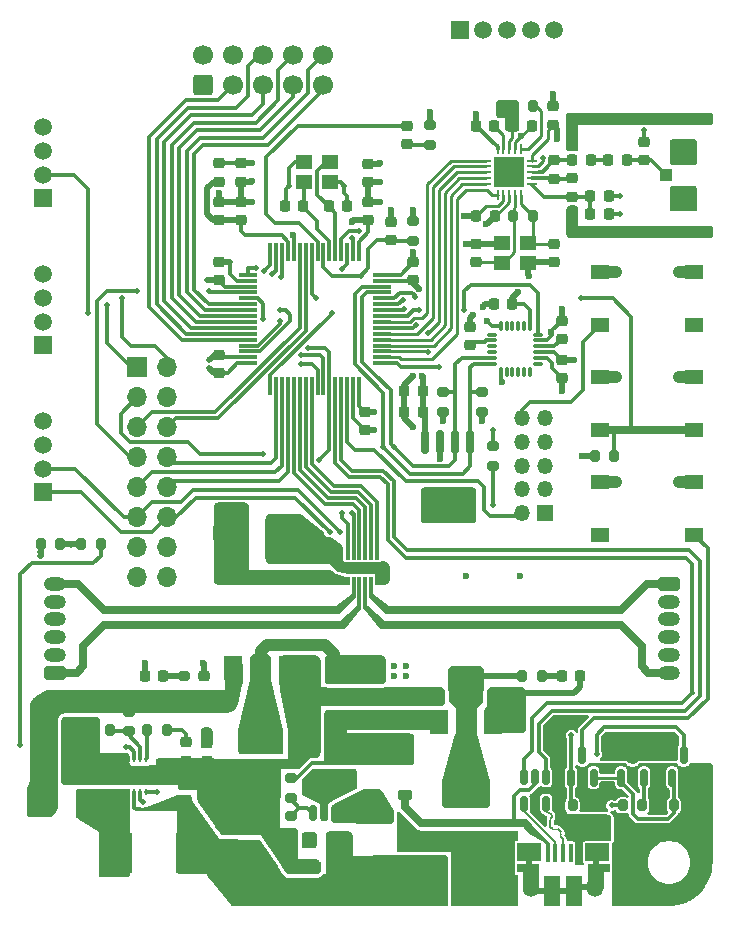
<source format=gbr>
%TF.GenerationSoftware,KiCad,Pcbnew,7.0.1*%
%TF.CreationDate,2023-10-06T11:10:41+02:00*%
%TF.ProjectId,Drv_board,4472765f-626f-4617-9264-2e6b69636164,rev?*%
%TF.SameCoordinates,Original*%
%TF.FileFunction,Copper,L1,Top*%
%TF.FilePolarity,Positive*%
%FSLAX46Y46*%
G04 Gerber Fmt 4.6, Leading zero omitted, Abs format (unit mm)*
G04 Created by KiCad (PCBNEW 7.0.1) date 2023-10-06 11:10:41*
%MOMM*%
%LPD*%
G01*
G04 APERTURE LIST*
G04 Aperture macros list*
%AMRoundRect*
0 Rectangle with rounded corners*
0 $1 Rounding radius*
0 $2 $3 $4 $5 $6 $7 $8 $9 X,Y pos of 4 corners*
0 Add a 4 corners polygon primitive as box body*
4,1,4,$2,$3,$4,$5,$6,$7,$8,$9,$2,$3,0*
0 Add four circle primitives for the rounded corners*
1,1,$1+$1,$2,$3*
1,1,$1+$1,$4,$5*
1,1,$1+$1,$6,$7*
1,1,$1+$1,$8,$9*
0 Add four rect primitives between the rounded corners*
20,1,$1+$1,$2,$3,$4,$5,0*
20,1,$1+$1,$4,$5,$6,$7,0*
20,1,$1+$1,$6,$7,$8,$9,0*
20,1,$1+$1,$8,$9,$2,$3,0*%
G04 Aperture macros list end*
%TA.AperFunction,SMDPad,CuDef*%
%ADD10RoundRect,0.200000X-0.200000X-0.275000X0.200000X-0.275000X0.200000X0.275000X-0.200000X0.275000X0*%
%TD*%
%TA.AperFunction,ComponentPad*%
%ADD11R,1.500000X1.500000*%
%TD*%
%TA.AperFunction,ComponentPad*%
%ADD12C,1.500000*%
%TD*%
%TA.AperFunction,SMDPad,CuDef*%
%ADD13RoundRect,0.225000X-0.250000X0.225000X-0.250000X-0.225000X0.250000X-0.225000X0.250000X0.225000X0*%
%TD*%
%TA.AperFunction,SMDPad,CuDef*%
%ADD14RoundRect,0.200000X-0.275000X0.200000X-0.275000X-0.200000X0.275000X-0.200000X0.275000X0.200000X0*%
%TD*%
%TA.AperFunction,SMDPad,CuDef*%
%ADD15RoundRect,0.225000X0.225000X0.250000X-0.225000X0.250000X-0.225000X-0.250000X0.225000X-0.250000X0*%
%TD*%
%TA.AperFunction,SMDPad,CuDef*%
%ADD16R,1.500000X2.000000*%
%TD*%
%TA.AperFunction,SMDPad,CuDef*%
%ADD17R,3.800000X2.000000*%
%TD*%
%TA.AperFunction,ComponentPad*%
%ADD18R,1.350000X1.350000*%
%TD*%
%TA.AperFunction,ComponentPad*%
%ADD19O,1.350000X1.350000*%
%TD*%
%TA.AperFunction,SMDPad,CuDef*%
%ADD20RoundRect,0.250000X-0.475000X0.250000X-0.475000X-0.250000X0.475000X-0.250000X0.475000X0.250000X0*%
%TD*%
%TA.AperFunction,SMDPad,CuDef*%
%ADD21R,0.400000X1.650000*%
%TD*%
%TA.AperFunction,SMDPad,CuDef*%
%ADD22R,1.825000X0.700000*%
%TD*%
%TA.AperFunction,SMDPad,CuDef*%
%ADD23R,2.000000X1.500000*%
%TD*%
%TA.AperFunction,SMDPad,CuDef*%
%ADD24R,1.350000X2.000000*%
%TD*%
%TA.AperFunction,ComponentPad*%
%ADD25O,1.350000X1.700000*%
%TD*%
%TA.AperFunction,ComponentPad*%
%ADD26O,1.100000X1.500000*%
%TD*%
%TA.AperFunction,SMDPad,CuDef*%
%ADD27R,1.430000X2.500000*%
%TD*%
%TA.AperFunction,ComponentPad*%
%ADD28RoundRect,0.250000X0.685000X-0.335000X0.685000X0.335000X-0.685000X0.335000X-0.685000X-0.335000X0*%
%TD*%
%TA.AperFunction,ComponentPad*%
%ADD29O,1.870000X1.170000*%
%TD*%
%TA.AperFunction,ComponentPad*%
%ADD30RoundRect,0.250000X0.600000X-0.600000X0.600000X0.600000X-0.600000X0.600000X-0.600000X-0.600000X0*%
%TD*%
%TA.AperFunction,ComponentPad*%
%ADD31C,1.700000*%
%TD*%
%TA.AperFunction,SMDPad,CuDef*%
%ADD32RoundRect,0.225000X0.250000X-0.225000X0.250000X0.225000X-0.250000X0.225000X-0.250000X-0.225000X0*%
%TD*%
%TA.AperFunction,SMDPad,CuDef*%
%ADD33RoundRect,0.200000X0.275000X-0.200000X0.275000X0.200000X-0.275000X0.200000X-0.275000X-0.200000X0*%
%TD*%
%TA.AperFunction,SMDPad,CuDef*%
%ADD34RoundRect,0.150000X0.150000X-0.587500X0.150000X0.587500X-0.150000X0.587500X-0.150000X-0.587500X0*%
%TD*%
%TA.AperFunction,SMDPad,CuDef*%
%ADD35RoundRect,0.200000X0.200000X0.275000X-0.200000X0.275000X-0.200000X-0.275000X0.200000X-0.275000X0*%
%TD*%
%TA.AperFunction,SMDPad,CuDef*%
%ADD36RoundRect,0.218750X-0.256250X0.218750X-0.256250X-0.218750X0.256250X-0.218750X0.256250X0.218750X0*%
%TD*%
%TA.AperFunction,SMDPad,CuDef*%
%ADD37R,1.550000X1.300000*%
%TD*%
%TA.AperFunction,SMDPad,CuDef*%
%ADD38RoundRect,0.250000X-0.250000X-0.475000X0.250000X-0.475000X0.250000X0.475000X-0.250000X0.475000X0*%
%TD*%
%TA.AperFunction,SMDPad,CuDef*%
%ADD39RoundRect,0.225000X-0.375000X0.225000X-0.375000X-0.225000X0.375000X-0.225000X0.375000X0.225000X0*%
%TD*%
%TA.AperFunction,SMDPad,CuDef*%
%ADD40R,2.350000X3.500000*%
%TD*%
%TA.AperFunction,SMDPad,CuDef*%
%ADD41RoundRect,0.075000X-0.075000X0.700000X-0.075000X-0.700000X0.075000X-0.700000X0.075000X0.700000X0*%
%TD*%
%TA.AperFunction,SMDPad,CuDef*%
%ADD42RoundRect,0.075000X-0.700000X0.075000X-0.700000X-0.075000X0.700000X-0.075000X0.700000X0.075000X0*%
%TD*%
%TA.AperFunction,ComponentPad*%
%ADD43R,2.400000X2.400000*%
%TD*%
%TA.AperFunction,ComponentPad*%
%ADD44C,2.400000*%
%TD*%
%TA.AperFunction,SMDPad,CuDef*%
%ADD45RoundRect,0.250000X-0.450000X-0.800000X0.450000X-0.800000X0.450000X0.800000X-0.450000X0.800000X0*%
%TD*%
%TA.AperFunction,SMDPad,CuDef*%
%ADD46RoundRect,0.225000X-0.225000X-0.250000X0.225000X-0.250000X0.225000X0.250000X-0.225000X0.250000X0*%
%TD*%
%TA.AperFunction,ComponentPad*%
%ADD47R,1.700000X1.700000*%
%TD*%
%TA.AperFunction,ComponentPad*%
%ADD48O,1.700000X1.700000*%
%TD*%
%TA.AperFunction,SMDPad,CuDef*%
%ADD49RoundRect,0.150000X0.150000X-0.825000X0.150000X0.825000X-0.150000X0.825000X-0.150000X-0.825000X0*%
%TD*%
%TA.AperFunction,SMDPad,CuDef*%
%ADD50RoundRect,0.218750X0.256250X-0.218750X0.256250X0.218750X-0.256250X0.218750X-0.256250X-0.218750X0*%
%TD*%
%TA.AperFunction,SMDPad,CuDef*%
%ADD51R,0.300000X0.700000*%
%TD*%
%TA.AperFunction,SMDPad,CuDef*%
%ADD52R,2.100000X1.000000*%
%TD*%
%TA.AperFunction,ComponentPad*%
%ADD53RoundRect,0.250000X-0.685000X0.335000X-0.685000X-0.335000X0.685000X-0.335000X0.685000X0.335000X0*%
%TD*%
%TA.AperFunction,SMDPad,CuDef*%
%ADD54RoundRect,0.218750X-0.218750X-0.256250X0.218750X-0.256250X0.218750X0.256250X-0.218750X0.256250X0*%
%TD*%
%TA.AperFunction,SMDPad,CuDef*%
%ADD55RoundRect,0.250000X1.450000X-0.312500X1.450000X0.312500X-1.450000X0.312500X-1.450000X-0.312500X0*%
%TD*%
%TA.AperFunction,SMDPad,CuDef*%
%ADD56R,1.400000X1.200000*%
%TD*%
%TA.AperFunction,SMDPad,CuDef*%
%ADD57RoundRect,0.062500X-0.350000X-0.062500X0.350000X-0.062500X0.350000X0.062500X-0.350000X0.062500X0*%
%TD*%
%TA.AperFunction,SMDPad,CuDef*%
%ADD58RoundRect,0.062500X-0.062500X-0.350000X0.062500X-0.350000X0.062500X0.350000X-0.062500X0.350000X0*%
%TD*%
%TA.AperFunction,SMDPad,CuDef*%
%ADD59R,2.500000X2.500000*%
%TD*%
%TA.AperFunction,SMDPad,CuDef*%
%ADD60RoundRect,0.075000X0.075000X-0.350000X0.075000X0.350000X-0.075000X0.350000X-0.075000X-0.350000X0*%
%TD*%
%TA.AperFunction,SMDPad,CuDef*%
%ADD61RoundRect,0.075000X0.350000X0.075000X-0.350000X0.075000X-0.350000X-0.075000X0.350000X-0.075000X0*%
%TD*%
%TA.AperFunction,SMDPad,CuDef*%
%ADD62RoundRect,0.150000X0.150000X-0.512500X0.150000X0.512500X-0.150000X0.512500X-0.150000X-0.512500X0*%
%TD*%
%TA.AperFunction,SMDPad,CuDef*%
%ADD63RoundRect,0.150000X-0.150000X0.512500X-0.150000X-0.512500X0.150000X-0.512500X0.150000X0.512500X0*%
%TD*%
%TA.AperFunction,SMDPad,CuDef*%
%ADD64RoundRect,0.250000X-1.250000X-0.550000X1.250000X-0.550000X1.250000X0.550000X-1.250000X0.550000X0*%
%TD*%
%TA.AperFunction,SMDPad,CuDef*%
%ADD65RoundRect,0.218750X0.218750X0.256250X-0.218750X0.256250X-0.218750X-0.256250X0.218750X-0.256250X0*%
%TD*%
%TA.AperFunction,SMDPad,CuDef*%
%ADD66R,0.240000X0.600000*%
%TD*%
%TA.AperFunction,SMDPad,CuDef*%
%ADD67R,2.400000X1.650000*%
%TD*%
%TA.AperFunction,SMDPad,CuDef*%
%ADD68R,0.500000X0.250000*%
%TD*%
%TA.AperFunction,SMDPad,CuDef*%
%ADD69R,2.200000X1.050000*%
%TD*%
%TA.AperFunction,SMDPad,CuDef*%
%ADD70R,1.050000X1.000000*%
%TD*%
%TA.AperFunction,ViaPad*%
%ADD71C,0.600000*%
%TD*%
%TA.AperFunction,ViaPad*%
%ADD72C,0.500000*%
%TD*%
%TA.AperFunction,Conductor*%
%ADD73C,0.300000*%
%TD*%
%TA.AperFunction,Conductor*%
%ADD74C,1.000000*%
%TD*%
%TA.AperFunction,Conductor*%
%ADD75C,0.500000*%
%TD*%
%TA.AperFunction,Conductor*%
%ADD76C,0.250000*%
%TD*%
%TA.AperFunction,Conductor*%
%ADD77C,0.700000*%
%TD*%
%TA.AperFunction,Conductor*%
%ADD78C,0.349250*%
%TD*%
%TA.AperFunction,Conductor*%
%ADD79C,0.200000*%
%TD*%
G04 APERTURE END LIST*
D10*
%TO.P,R12,1*%
%TO.N,+3.3V*%
X143574000Y-127254000D03*
%TO.P,R12,2*%
%TO.N,Net-(D6-A)*%
X145224000Y-127254000D03*
%TD*%
D11*
%TO.P,J5,1,Pin_1*%
%TO.N,+5V*%
X138294000Y-72560000D03*
D12*
%TO.P,J5,2,Pin_2*%
%TO.N,SRF-05_TRIG*%
X140294000Y-72560000D03*
%TO.P,J5,3,Pin_3*%
%TO.N,SRF-05_ECHO*%
X142294000Y-72560000D03*
%TO.P,J5,4,Pin_4*%
%TO.N,SRF-05_IN*%
X144294000Y-72560000D03*
%TO.P,J5,5,Pin_5*%
%TO.N,GND*%
X146294000Y-72560000D03*
%TD*%
D13*
%TO.P,C41,1*%
%TO.N,GND*%
X146927000Y-100444000D03*
%TO.P,C41,2*%
%TO.N,+3.3V*%
X146927000Y-101994000D03*
%TD*%
%TO.P,C37,1*%
%TO.N,NRF_XC1*%
X146304000Y-90665000D03*
%TO.P,C37,2*%
%TO.N,GND*%
X146304000Y-92215000D03*
%TD*%
D14*
%TO.P,R2,1*%
%TO.N,+3.3V*%
X134366000Y-88710000D03*
%TO.P,R2,2*%
%TO.N,NRST*%
X134366000Y-90360000D03*
%TD*%
D15*
%TO.P,C21,1*%
%TO.N,+BATT*%
X127711000Y-143422400D03*
%TO.P,C21,2*%
%TO.N,GND*%
X126161000Y-143422400D03*
%TD*%
%TO.P,C43,1*%
%TO.N,+3.3V*%
X135141000Y-103124000D03*
%TO.P,C43,2*%
%TO.N,GND*%
X133591000Y-103124000D03*
%TD*%
D13*
%TO.P,C24,1*%
%TO.N,Net-(C24-Pad1)*%
X115074200Y-132843000D03*
%TO.P,C24,2*%
%TO.N,GND*%
X115074200Y-134393000D03*
%TD*%
%TO.P,C23,1*%
%TO.N,Net-(IC1-SS)*%
X116852200Y-132843000D03*
%TO.P,C23,2*%
%TO.N,GND*%
X116852200Y-134393000D03*
%TD*%
D10*
%TO.P,R4,1*%
%TO.N,+3.3V*%
X149734000Y-108585000D03*
%TO.P,R4,2*%
%TO.N,Net-(U2-PC15)*%
X151384000Y-108585000D03*
%TD*%
D16*
%TO.P,U5,1,GND*%
%TO.N,GND*%
X123724200Y-126531000D03*
%TO.P,U5,2,VO*%
%TO.N,5V_Stab*%
X121424200Y-126531000D03*
D17*
X121424200Y-132831000D03*
D16*
%TO.P,U5,3,VI*%
%TO.N,+6V*%
X119124200Y-126531000D03*
%TD*%
D13*
%TO.P,C45,1*%
%TO.N,GND*%
X146927000Y-97142000D03*
%TO.P,C45,2*%
%TO.N,Net-(U8-REGOUT)*%
X146927000Y-98692000D03*
%TD*%
D18*
%TO.P,J7,1,Pin_1*%
%TO.N,+3.3V*%
X145542000Y-113410000D03*
D19*
%TO.P,J7,2,Pin_2*%
%TO.N,SWDIO*%
X143542000Y-113410000D03*
%TO.P,J7,3,Pin_3*%
%TO.N,GND*%
X145542000Y-111410000D03*
%TO.P,J7,4,Pin_4*%
%TO.N,SWCLK*%
X143542000Y-111410000D03*
%TO.P,J7,5,Pin_5*%
%TO.N,GND*%
X145542000Y-109410000D03*
%TO.P,J7,6,Pin_6*%
%TO.N,SWO*%
X143542000Y-109410000D03*
%TO.P,J7,7,Pin_7*%
%TO.N,unconnected-(J7-Pin_7-Pad7)*%
X145542000Y-107410000D03*
%TO.P,J7,8,Pin_8*%
%TO.N,unconnected-(J7-Pin_8-Pad8)*%
X143542000Y-107410000D03*
%TO.P,J7,9,Pin_9*%
%TO.N,GND*%
X145542000Y-105410000D03*
%TO.P,J7,10,Pin_10*%
%TO.N,NRST*%
X143542000Y-105410000D03*
%TD*%
D14*
%TO.P,R10,1*%
%TO.N,+6V*%
X110248200Y-130253000D03*
%TO.P,R10,2*%
%TO.N,Net-(IC1-FB)*%
X110248200Y-131903000D03*
%TD*%
D20*
%TO.P,C22,1*%
%TO.N,5V_Conv*%
X127672600Y-134192000D03*
%TO.P,C22,2*%
%TO.N,GND*%
X127672600Y-136092000D03*
%TD*%
D21*
%TO.P,J1,1,VBUS*%
%TO.N,V_USB*%
X145741000Y-142253000D03*
%TO.P,J1,2,D-*%
%TO.N,USB_CONN_D-*%
X146391000Y-142253000D03*
%TO.P,J1,3,D+*%
%TO.N,USB_CONN_D+*%
X147041000Y-142253000D03*
%TO.P,J1,4,ID*%
%TO.N,unconnected-(J1-ID-Pad4)*%
X147691000Y-142253000D03*
%TO.P,J1,5,GND*%
%TO.N,GND*%
X148341000Y-142253000D03*
D22*
%TO.P,J1,6,Shield*%
%TO.N,unconnected-(J1-Shield-Pad6)*%
X144091000Y-143453000D03*
D23*
X144191000Y-142153000D03*
D24*
X144311000Y-144203000D03*
D25*
X144311000Y-145133000D03*
D26*
X144621000Y-142133000D03*
D27*
X146081000Y-145403000D03*
X148001000Y-145403000D03*
D26*
X149461000Y-142133000D03*
D25*
X149771000Y-145133000D03*
D24*
X149791000Y-144203000D03*
D23*
X149941000Y-142133000D03*
D22*
X150041000Y-143453000D03*
%TD*%
D15*
%TO.P,C18,1*%
%TO.N,5V_Conv*%
X127647200Y-131967000D03*
%TO.P,C18,2*%
%TO.N,GND*%
X126097200Y-131967000D03*
%TD*%
D28*
%TO.P,J8,1,Pin_1*%
%TO.N,A2*%
X104000000Y-126940000D03*
D29*
%TO.P,J8,2,Pin_2*%
%TO.N,GND*%
X104000000Y-125440000D03*
%TO.P,J8,3,Pin_3*%
%TO.N,ENC_A_1*%
X104000000Y-123940000D03*
%TO.P,J8,4,Pin_4*%
%TO.N,ENC_A_2*%
X104000000Y-122440000D03*
%TO.P,J8,5,Pin_5*%
%TO.N,+3.3V*%
X104000000Y-120940000D03*
%TO.P,J8,6,Pin_6*%
%TO.N,A1*%
X104000000Y-119440000D03*
%TD*%
D30*
%TO.P,J4,1,Pin_1*%
%TO.N,+3.3V*%
X116586000Y-77206500D03*
D31*
%TO.P,J4,2,Pin_2*%
%TO.N,GND*%
X116586000Y-74666500D03*
%TO.P,J4,3,Pin_3*%
%TO.N,QTR_CTRL*%
X119126000Y-77206500D03*
%TO.P,J4,4,Pin_4*%
%TO.N,unconnected-(J4-Pin_4-Pad4)*%
X119126000Y-74666500D03*
%TO.P,J4,5,Pin_5*%
%TO.N,QTR_4*%
X121666000Y-77206500D03*
%TO.P,J4,6,Pin_6*%
%TO.N,QTR_5*%
X121666000Y-74666500D03*
%TO.P,J4,7,Pin_7*%
%TO.N,QTR_2*%
X124206000Y-77206500D03*
%TO.P,J4,8,Pin_8*%
%TO.N,QTR_3*%
X124206000Y-74666500D03*
%TO.P,J4,9,Pin_9*%
%TO.N,QTR_0*%
X126746000Y-77206500D03*
%TO.P,J4,10,Pin_10*%
%TO.N,QTR_1*%
X126746000Y-74666500D03*
%TD*%
D32*
%TO.P,C14,1*%
%TO.N,+BATT*%
X118872000Y-141745000D03*
%TO.P,C14,2*%
%TO.N,GND*%
X118872000Y-140195000D03*
%TD*%
D13*
%TO.P,C26,1*%
%TO.N,5V_Stab*%
X127647200Y-127128000D03*
%TO.P,C26,2*%
%TO.N,GND*%
X127647200Y-128678000D03*
%TD*%
D15*
%TO.P,C12,1*%
%TO.N,Net-(U2-PD1)*%
X125015000Y-87464000D03*
%TO.P,C12,2*%
%TO.N,GND*%
X123465000Y-87464000D03*
%TD*%
D33*
%TO.P,R3,1*%
%TO.N,Net-(D1-A)*%
X135763000Y-82232000D03*
%TO.P,R3,2*%
%TO.N,+3.3V*%
X135763000Y-80582000D03*
%TD*%
D32*
%TO.P,C5,1*%
%TO.N,+3.3V*%
X117906800Y-101562200D03*
%TO.P,C5,2*%
%TO.N,GND*%
X117906800Y-100012200D03*
%TD*%
%TO.P,C32,1*%
%TO.N,Net-(C31-Pad2)*%
X153924000Y-83579000D03*
%TO.P,C32,2*%
%TO.N,GND*%
X153924000Y-82029000D03*
%TD*%
D34*
%TO.P,Q1,1,G*%
%TO.N,Net-(Q1-G)*%
X156288200Y-135825500D03*
%TO.P,Q1,2,S*%
%TO.N,+BATT*%
X158188200Y-135825500D03*
%TO.P,Q1,3,D*%
%TO.N,LATCH_POWERUP*%
X157238200Y-133950500D03*
%TD*%
D35*
%TO.P,R6,1*%
%TO.N,+BATT*%
X158063200Y-138188000D03*
%TO.P,R6,2*%
%TO.N,Net-(Q1-G)*%
X156413200Y-138188000D03*
%TD*%
D15*
%TO.P,C40,1*%
%TO.N,Net-(U6-DVDD)*%
X141230008Y-80645000D03*
%TO.P,C40,2*%
%TO.N,GND*%
X139680008Y-80645000D03*
%TD*%
D36*
%TO.P,D1,1,K*%
%TO.N,Net-(D1-K)*%
X133858000Y-80619500D03*
%TO.P,D1,2,A*%
%TO.N,Net-(D1-A)*%
X133858000Y-82194500D03*
%TD*%
D10*
%TO.P,R15,1*%
%TO.N,Net-(IC1-COMP)*%
X111836200Y-131840000D03*
%TO.P,R15,2*%
%TO.N,Net-(C24-Pad1)*%
X113486200Y-131840000D03*
%TD*%
D37*
%TO.P,S1,1*%
%TO.N,GND*%
X150203000Y-93000000D03*
%TO.P,S1,2*%
X158153000Y-93000000D03*
%TO.P,S1,3*%
%TO.N,NRST*%
X150203000Y-97500000D03*
%TO.P,S1,4*%
%TO.N,unconnected-(S1-Pad4)*%
X158153000Y-97500000D03*
%TD*%
D13*
%TO.P,C1,1*%
%TO.N,+3.3V*%
X130556000Y-83857800D03*
%TO.P,C1,2*%
%TO.N,GND*%
X130556000Y-85407800D03*
%TD*%
D38*
%TO.P,C16,1*%
%TO.N,+6V*%
X103456200Y-134126000D03*
%TO.P,C16,2*%
%TO.N,GND*%
X105356200Y-134126000D03*
%TD*%
D39*
%TO.P,D5,1,K*%
%TO.N,5V_Conv*%
X131000000Y-134000000D03*
%TO.P,D5,2,A*%
%TO.N,Net-(D5-A)*%
X131000000Y-137300000D03*
%TD*%
D40*
%TO.P,L1,1*%
%TO.N,+BATT*%
X115437200Y-142254000D03*
%TO.P,L1,2*%
%TO.N,Net-(D4-A)*%
X109377200Y-142254000D03*
%TD*%
D41*
%TO.P,U2,1,VBAT*%
%TO.N,+3.3V*%
X129750000Y-91325000D03*
%TO.P,U2,2,PC13*%
%TO.N,DRV_MODE*%
X129250000Y-91325000D03*
%TO.P,U2,3,PC14*%
%TO.N,DRV_NSLEEP*%
X128750000Y-91325000D03*
%TO.P,U2,4,PC15*%
%TO.N,Net-(U2-PC15)*%
X128250000Y-91325000D03*
%TO.P,U2,5,PD0*%
%TO.N,Net-(U2-PD0)*%
X127750000Y-91325000D03*
%TO.P,U2,6,PD1*%
%TO.N,Net-(U2-PD1)*%
X127250000Y-91325000D03*
%TO.P,U2,7,NRST*%
%TO.N,NRST*%
X126750000Y-91325000D03*
%TO.P,U2,8,PC0*%
%TO.N,Net-(D1-K)*%
X126250000Y-91325000D03*
%TO.P,U2,9,PC1*%
%TO.N,KEEP_ALIVE*%
X125750000Y-91325000D03*
%TO.P,U2,10,PC2*%
%TO.N,EXT_PC2*%
X125250000Y-91325000D03*
%TO.P,U2,11,PC3*%
%TO.N,EXT_PC3*%
X124750000Y-91325000D03*
%TO.P,U2,12,VSSA*%
%TO.N,GND*%
X124250000Y-91325000D03*
%TO.P,U2,13,VDDA*%
%TO.N,+3.3VA*%
X123750000Y-91325000D03*
%TO.P,U2,14,PA0*%
%TO.N,WS_LED_1*%
X123250000Y-91325000D03*
%TO.P,U2,15,PA1*%
%TO.N,WS_LED_0*%
X122750000Y-91325000D03*
%TO.P,U2,16,PA2*%
%TO.N,EXT_USART_TX*%
X122250000Y-91325000D03*
D42*
%TO.P,U2,17,PA3*%
%TO.N,EXT_USART_RX*%
X120325000Y-93250000D03*
%TO.P,U2,18,VSS*%
%TO.N,GND*%
X120325000Y-93750000D03*
%TO.P,U2,19,VDD*%
%TO.N,+3.3V*%
X120325000Y-94250000D03*
%TO.P,U2,20,PA4*%
%TO.N,EXT_PA4*%
X120325000Y-94750000D03*
%TO.P,U2,21,PA5*%
%TO.N,BATT_ADC_0*%
X120325000Y-95250000D03*
%TO.P,U2,22,PA6*%
%TO.N,QTR_0*%
X120325000Y-95750000D03*
%TO.P,U2,23,PA7*%
%TO.N,QTR_1*%
X120325000Y-96250000D03*
%TO.P,U2,24,PC4*%
%TO.N,QTR_2*%
X120325000Y-96750000D03*
%TO.P,U2,25,PC5*%
%TO.N,QTR_3*%
X120325000Y-97250000D03*
%TO.P,U2,26,PB0*%
%TO.N,QTR_4*%
X120325000Y-97750000D03*
%TO.P,U2,27,PB1*%
%TO.N,QTR_5*%
X120325000Y-98250000D03*
%TO.P,U2,28,PB2*%
%TO.N,QTR_CTRL*%
X120325000Y-98750000D03*
%TO.P,U2,29,PB10*%
%TO.N,SRF-05_ECHO*%
X120325000Y-99250000D03*
%TO.P,U2,30,PB11*%
%TO.N,SRF-05_TRIG*%
X120325000Y-99750000D03*
%TO.P,U2,31,VSS*%
%TO.N,GND*%
X120325000Y-100250000D03*
%TO.P,U2,32,VDD*%
%TO.N,+3.3V*%
X120325000Y-100750000D03*
D41*
%TO.P,U2,33,PB12*%
%TO.N,SRF-05_IN*%
X122250000Y-102675000D03*
%TO.P,U2,34,PB13*%
%TO.N,EXT_SPI_SCK*%
X122750000Y-102675000D03*
%TO.P,U2,35,PB14*%
%TO.N,EXT_SPI_MISO*%
X123250000Y-102675000D03*
%TO.P,U2,36,PB15*%
%TO.N,EXT_SPI_MOSI*%
X123750000Y-102675000D03*
%TO.P,U2,37,PC6*%
%TO.N,DRV_AIN1{slash}APHASE*%
X124250000Y-102675000D03*
%TO.P,U2,38,PC7*%
%TO.N,DRV_AIN2{slash}AENBL*%
X124750000Y-102675000D03*
%TO.P,U2,39,PC8*%
%TO.N,DRV_BIN1{slash}BPHASE*%
X125250000Y-102675000D03*
%TO.P,U2,40,PC9*%
%TO.N,DRV_BIN2{slash}BENBL*%
X125750000Y-102675000D03*
%TO.P,U2,41,PA8*%
%TO.N,ENC_A_1*%
X126250000Y-102675000D03*
%TO.P,U2,42,PA9*%
%TO.N,ENC_A_2*%
X126750000Y-102675000D03*
%TO.P,U2,43,PA10*%
%TO.N,Power_Btn*%
X127250000Y-102675000D03*
%TO.P,U2,44,PA11*%
%TO.N,USB_D-*%
X127750000Y-102675000D03*
%TO.P,U2,45,PA12*%
%TO.N,USB_D+*%
X128250000Y-102675000D03*
%TO.P,U2,46,PA13*%
%TO.N,SWDIO*%
X128750000Y-102675000D03*
%TO.P,U2,47,VSS*%
%TO.N,GND*%
X129250000Y-102675000D03*
%TO.P,U2,48,VDD*%
%TO.N,+3.3V*%
X129750000Y-102675000D03*
D42*
%TO.P,U2,49,PA14*%
%TO.N,SWCLK*%
X131675000Y-100750000D03*
%TO.P,U2,50,PA15*%
%TO.N,NRF_IRQ*%
X131675000Y-100250000D03*
%TO.P,U2,51,PC10*%
%TO.N,NRF_SCK*%
X131675000Y-99750000D03*
%TO.P,U2,52,PC11*%
%TO.N,NRF_MISO*%
X131675000Y-99250000D03*
%TO.P,U2,53,PC12*%
%TO.N,NRF_MOSI*%
X131675000Y-98750000D03*
%TO.P,U2,54,PD2*%
%TO.N,NRF_CSN*%
X131675000Y-98250000D03*
%TO.P,U2,55,PB3*%
%TO.N,SWO*%
X131675000Y-97750000D03*
%TO.P,U2,56,PB4*%
%TO.N,NRF_CE*%
X131675000Y-97250000D03*
%TO.P,U2,57,PB5*%
%TO.N,MPU-6050_IRQ*%
X131675000Y-96750000D03*
%TO.P,U2,58,PB6*%
%TO.N,ENC_B_1*%
X131675000Y-96250000D03*
%TO.P,U2,59,PB7*%
%TO.N,ENC_B_2*%
X131675000Y-95750000D03*
%TO.P,U2,60,BOOT0*%
%TO.N,BOOT0*%
X131675000Y-95250000D03*
%TO.P,U2,61,PB8*%
%TO.N,I2C_SCL*%
X131675000Y-94750000D03*
%TO.P,U2,62,PB9*%
%TO.N,I2C_SDA*%
X131675000Y-94250000D03*
%TO.P,U2,63,VSS*%
%TO.N,GND*%
X131675000Y-93750000D03*
%TO.P,U2,64,VDD*%
%TO.N,+3.3V*%
X131675000Y-93250000D03*
%TD*%
D43*
%TO.P,BT1,1,+*%
%TO.N,+BATT*%
X135648200Y-143572000D03*
D44*
%TO.P,BT1,2,-*%
%TO.N,GND*%
X139148200Y-143572000D03*
%TD*%
D36*
%TO.P,L5,1*%
%TO.N,NRF_ANT1*%
X147828000Y-85064500D03*
%TO.P,L5,2*%
%TO.N,NRF_VDD_PA*%
X147828000Y-86639500D03*
%TD*%
D45*
%TO.P,D4,1,K*%
%TO.N,+6V*%
X102333200Y-138190000D03*
%TO.P,D4,2,A*%
%TO.N,Net-(D4-A)*%
X106733200Y-138190000D03*
%TD*%
D32*
%TO.P,C30,1*%
%TO.N,+6V*%
X127000000Y-118665000D03*
%TO.P,C30,2*%
%TO.N,GND*%
X127000000Y-117115000D03*
%TD*%
D46*
%TO.P,C35,1*%
%TO.N,+3.3V*%
X142855008Y-80645000D03*
%TO.P,C35,2*%
%TO.N,GND*%
X144405008Y-80645000D03*
%TD*%
D47*
%TO.P,J11,1,Pin_1*%
%TO.N,EXT_USART_TX*%
X110998000Y-101087000D03*
D48*
%TO.P,J11,2,Pin_2*%
%TO.N,EXT_USART_RX*%
X113538000Y-101087000D03*
%TO.P,J11,3,Pin_3*%
%TO.N,KEEP_ALIVE*%
X110998000Y-103627000D03*
%TO.P,J11,4,Pin_4*%
%TO.N,Power_Btn*%
X113538000Y-103627000D03*
%TO.P,J11,5,Pin_5*%
%TO.N,EXT_PC3*%
X110998000Y-106167000D03*
%TO.P,J11,6,Pin_6*%
%TO.N,EXT_PC2*%
X113538000Y-106167000D03*
%TO.P,J11,7,Pin_7*%
%TO.N,EXT_PA4*%
X110998000Y-108707000D03*
%TO.P,J11,8,Pin_8*%
%TO.N,EXT_SPI_SCK*%
X113538000Y-108707000D03*
%TO.P,J11,9,Pin_9*%
%TO.N,EXT_SPI_MISO*%
X110998000Y-111247000D03*
%TO.P,J11,10,Pin_10*%
%TO.N,EXT_SPI_MOSI*%
X113538000Y-111247000D03*
%TO.P,J11,11,Pin_11*%
%TO.N,I2C_SCL*%
X110998000Y-113787000D03*
%TO.P,J11,12,Pin_12*%
%TO.N,I2C_SDA*%
X113538000Y-113787000D03*
%TO.P,J11,13,Pin_13*%
%TO.N,GND*%
X110998000Y-116327000D03*
%TO.P,J11,14,Pin_14*%
%TO.N,+3.3V*%
X113538000Y-116327000D03*
%TO.P,J11,15,Pin_15*%
%TO.N,GND*%
X110998000Y-118867000D03*
%TO.P,J11,16,Pin_16*%
%TO.N,+5V*%
X113538000Y-118867000D03*
%TD*%
D39*
%TO.P,D3,1,K*%
%TO.N,5V_Conv*%
X133616200Y-134000000D03*
%TO.P,D3,2,A*%
%TO.N,V_USB*%
X133616200Y-137300000D03*
%TD*%
D14*
%TO.P,R16,1*%
%TO.N,Net-(U4-FB)*%
X123964200Y-139066800D03*
%TO.P,R16,2*%
%TO.N,GND*%
X123964200Y-140716800D03*
%TD*%
D13*
%TO.P,C2,1*%
%TO.N,+3.3V*%
X134366000Y-92189000D03*
%TO.P,C2,2*%
%TO.N,GND*%
X134366000Y-93739000D03*
%TD*%
D34*
%TO.P,Q2,1,C*%
%TO.N,Net-(Q1-G)*%
X151970200Y-135825500D03*
%TO.P,Q2,2,B*%
%TO.N,Net-(Q2-B)*%
X153870200Y-135825500D03*
%TO.P,Q2,3,E*%
%TO.N,GND*%
X152920200Y-133950500D03*
%TD*%
D49*
%TO.P,U7,1,E0*%
%TO.N,GND*%
X135382000Y-112330000D03*
%TO.P,U7,2,E1*%
X136652000Y-112330000D03*
%TO.P,U7,3,E2*%
X137922000Y-112330000D03*
%TO.P,U7,4,VSS*%
X139192000Y-112330000D03*
%TO.P,U7,5,SDA*%
%TO.N,I2C_SDA*%
X139192000Y-107380000D03*
%TO.P,U7,6,SCL*%
%TO.N,I2C_SCL*%
X137922000Y-107380000D03*
%TO.P,U7,7,~{WC}*%
%TO.N,GND*%
X136652000Y-107380000D03*
%TO.P,U7,8,VCC*%
%TO.N,+3.3V*%
X135382000Y-107380000D03*
%TD*%
D46*
%TO.P,C31,1*%
%TO.N,Net-(C31-Pad1)*%
X150863000Y-83566000D03*
%TO.P,C31,2*%
%TO.N,Net-(C31-Pad2)*%
X152413000Y-83566000D03*
%TD*%
D11*
%TO.P,J2,1,Pin_1*%
%TO.N,GND*%
X103040000Y-99212000D03*
D12*
%TO.P,J2,2,Pin_2*%
%TO.N,WS_LED_1*%
X103040000Y-97212000D03*
%TO.P,J2,3,Pin_3*%
%TO.N,+5V*%
X103040000Y-95212000D03*
%TO.P,J2,4,Pin_4*%
%TO.N,GND*%
X103040000Y-93212000D03*
%TD*%
D50*
%TO.P,FB1,1*%
%TO.N,+3.3VA*%
X117906800Y-85382500D03*
%TO.P,FB1,2*%
%TO.N,+3.3V*%
X117906800Y-83807500D03*
%TD*%
D10*
%TO.P,R9,1*%
%TO.N,GND*%
X102807000Y-116078000D03*
%TO.P,R9,2*%
%TO.N,BATT_ADC_0*%
X104457000Y-116078000D03*
%TD*%
D13*
%TO.P,C6,1*%
%TO.N,+3.3V*%
X130302000Y-104889000D03*
%TO.P,C6,2*%
%TO.N,GND*%
X130302000Y-106439000D03*
%TD*%
D51*
%TO.P,IC2,1,VCC*%
%TO.N,+6V*%
X128798000Y-119160000D03*
%TO.P,IC2,2,AOUT1*%
%TO.N,A1*%
X129298000Y-119160000D03*
%TO.P,IC2,3,AOUT2*%
%TO.N,A2*%
X129798000Y-119160000D03*
%TO.P,IC2,4,BOUT1*%
%TO.N,B1*%
X130298000Y-119160000D03*
%TO.P,IC2,5,BOUT2*%
%TO.N,B2*%
X130798000Y-119160000D03*
%TO.P,IC2,6,GND_1*%
%TO.N,GND*%
X131298000Y-119160000D03*
%TO.P,IC2,7,BIN2/BENBL*%
%TO.N,DRV_BIN2{slash}BENBL*%
X131298000Y-117060000D03*
%TO.P,IC2,8,BIN1_/_BPHASE*%
%TO.N,DRV_BIN1{slash}BPHASE*%
X130798000Y-117060000D03*
%TO.P,IC2,9,AIN2/AENBL*%
%TO.N,DRV_AIN2{slash}AENBL*%
X130298000Y-117060000D03*
%TO.P,IC2,10,AIN1/APHASE*%
%TO.N,DRV_AIN1{slash}APHASE*%
X129798000Y-117060000D03*
%TO.P,IC2,11,MODE*%
%TO.N,DRV_MODE*%
X129298000Y-117060000D03*
%TO.P,IC2,12,NSLEEP*%
%TO.N,DRV_NSLEEP*%
X128798000Y-117060000D03*
D52*
%TO.P,IC2,13,GND_2*%
%TO.N,GND*%
X130000000Y-118110000D03*
%TD*%
D13*
%TO.P,C9,1*%
%TO.N,+3.3V*%
X119735600Y-83820000D03*
%TO.P,C9,2*%
%TO.N,GND*%
X119735600Y-85370000D03*
%TD*%
D46*
%TO.P,C42,1*%
%TO.N,GND*%
X141199000Y-95758000D03*
%TO.P,C42,2*%
%TO.N,+3.3V*%
X142749000Y-95758000D03*
%TD*%
D13*
%TO.P,C46,1*%
%TO.N,GND*%
X139192000Y-97650000D03*
%TO.P,C46,2*%
%TO.N,Net-(U8-CPOUT)*%
X139192000Y-99200000D03*
%TD*%
D32*
%TO.P,C7,1*%
%TO.N,+3.3VA*%
X119735600Y-88634200D03*
%TO.P,C7,2*%
%TO.N,GND*%
X119735600Y-87084200D03*
%TD*%
D11*
%TO.P,J6,1,Pin_1*%
%TO.N,I2C_SDA*%
X103047800Y-111664000D03*
D12*
%TO.P,J6,2,Pin_2*%
%TO.N,I2C_SCL*%
X103047800Y-109664000D03*
%TO.P,J6,3,Pin_3*%
%TO.N,+3.3V*%
X103047800Y-107664000D03*
%TO.P,J6,4,Pin_4*%
%TO.N,GND*%
X103047800Y-105664000D03*
%TD*%
D37*
%TO.P,S3,1*%
%TO.N,GND*%
X150203000Y-110780000D03*
%TO.P,S3,2*%
X158153000Y-110780000D03*
%TO.P,S3,3*%
%TO.N,unconnected-(S3-Pad3)*%
X150203000Y-115280000D03*
%TO.P,S3,4*%
%TO.N,Net-(D2-Pad3)*%
X158153000Y-115280000D03*
%TD*%
D15*
%TO.P,C20,1*%
%TO.N,+3.3V*%
X137820200Y-128919000D03*
%TO.P,C20,2*%
%TO.N,GND*%
X136270200Y-128919000D03*
%TD*%
D32*
%TO.P,C29,1*%
%TO.N,+6V*%
X125222000Y-118665000D03*
%TO.P,C29,2*%
%TO.N,GND*%
X125222000Y-117115000D03*
%TD*%
D34*
%TO.P,D2,1*%
%TO.N,Power_Btn*%
X147718200Y-135825500D03*
%TO.P,D2,2*%
%TO.N,Net-(Q1-G)*%
X149618200Y-135825500D03*
%TO.P,D2,3*%
%TO.N,Net-(D2-Pad3)*%
X148668200Y-133950500D03*
%TD*%
D53*
%TO.P,J9,1,Pin_1*%
%TO.N,B2*%
X156000000Y-119440000D03*
D29*
%TO.P,J9,2,Pin_2*%
%TO.N,GND*%
X156000000Y-120940000D03*
%TO.P,J9,3,Pin_3*%
%TO.N,ENC_B_1*%
X156000000Y-122440000D03*
%TO.P,J9,4,Pin_4*%
%TO.N,ENC_B_2*%
X156000000Y-123940000D03*
%TO.P,J9,5,Pin_5*%
%TO.N,+3.3V*%
X156000000Y-125440000D03*
%TO.P,J9,6,Pin_6*%
%TO.N,B1*%
X156000000Y-126940000D03*
%TD*%
D35*
%TO.P,R14,1*%
%TO.N,Net-(IC1-FB)*%
X108660200Y-131840000D03*
%TO.P,R14,2*%
%TO.N,GND*%
X107010200Y-131840000D03*
%TD*%
D54*
%TO.P,L3,1*%
%TO.N,NRF_ANT2*%
X147802500Y-83566000D03*
%TO.P,L3,2*%
%TO.N,Net-(C31-Pad1)*%
X149377500Y-83566000D03*
%TD*%
D32*
%TO.P,C10,1*%
%TO.N,NRST*%
X132461000Y-90310000D03*
%TO.P,C10,2*%
%TO.N,GND*%
X132461000Y-88760000D03*
%TD*%
D38*
%TO.P,C17,1*%
%TO.N,+6V*%
X103456200Y-131840000D03*
%TO.P,C17,2*%
%TO.N,GND*%
X105356200Y-131840000D03*
%TD*%
D32*
%TO.P,C25,1*%
%TO.N,+6V*%
X116598200Y-128805000D03*
%TO.P,C25,2*%
%TO.N,GND*%
X116598200Y-127255000D03*
%TD*%
D46*
%TO.P,C11,1*%
%TO.N,Net-(U2-PD0)*%
X127215600Y-87464000D03*
%TO.P,C11,2*%
%TO.N,GND*%
X128765600Y-87464000D03*
%TD*%
D55*
%TO.P,L2,1*%
%TO.N,+BATT*%
X131000000Y-143400900D03*
%TO.P,L2,2*%
%TO.N,Net-(D5-A)*%
X131000000Y-139125900D03*
%TD*%
D32*
%TO.P,C13,1*%
%TO.N,+BATT*%
X115074200Y-137695000D03*
%TO.P,C13,2*%
%TO.N,GND*%
X115074200Y-136145000D03*
%TD*%
D11*
%TO.P,J3,1,Pin_1*%
%TO.N,GND*%
X103040000Y-86766000D03*
D12*
%TO.P,J3,2,Pin_2*%
%TO.N,WS_LED_0*%
X103040000Y-84766000D03*
%TO.P,J3,3,Pin_3*%
%TO.N,+5V*%
X103040000Y-82766000D03*
%TO.P,J3,4,Pin_4*%
%TO.N,GND*%
X103040000Y-80766000D03*
%TD*%
D37*
%TO.P,S2,1*%
%TO.N,GND*%
X150203000Y-101890000D03*
%TO.P,S2,2*%
X158153000Y-101890000D03*
%TO.P,S2,3*%
%TO.N,Net-(U2-PC15)*%
X150203000Y-106390000D03*
%TO.P,S2,4*%
X158153000Y-106390000D03*
%TD*%
D56*
%TO.P,Y2,1,1*%
%TO.N,NRF_XC2*%
X141902000Y-92290000D03*
%TO.P,Y2,2,2*%
%TO.N,GND*%
X144102000Y-92290000D03*
%TO.P,Y2,3,3*%
%TO.N,NRF_XC1*%
X144102000Y-90590000D03*
%TO.P,Y2,4,4*%
%TO.N,GND*%
X141902000Y-90590000D03*
%TD*%
D15*
%TO.P,C39,1*%
%TO.N,GND*%
X150889000Y-88138000D03*
%TO.P,C39,2*%
%TO.N,NRF_VDD_PA*%
X149339000Y-88138000D03*
%TD*%
%TO.P,C44,1*%
%TO.N,+3.3V*%
X135141000Y-104902000D03*
%TO.P,C44,2*%
%TO.N,GND*%
X133591000Y-104902000D03*
%TD*%
D32*
%TO.P,C36,1*%
%TO.N,NRF_XC2*%
X139700000Y-92215000D03*
%TO.P,C36,2*%
%TO.N,GND*%
X139700000Y-90665000D03*
%TD*%
D14*
%TO.P,R11,1*%
%TO.N,5V_Conv*%
X123964200Y-135891800D03*
%TO.P,R11,2*%
%TO.N,Net-(U4-FB)*%
X123964200Y-137541800D03*
%TD*%
%TO.P,R1,1*%
%TO.N,BOOT0*%
X141097000Y-107760000D03*
%TO.P,R1,2*%
%TO.N,Net-(SW1-B)*%
X141097000Y-109410000D03*
%TD*%
D54*
%TO.P,D7,1,K*%
%TO.N,GND*%
X111607500Y-127254000D03*
%TO.P,D7,2,A*%
%TO.N,Net-(D7-A)*%
X113182500Y-127254000D03*
%TD*%
D57*
%TO.P,U6,1,CE*%
%TO.N,NRF_CE*%
X140556500Y-83582000D03*
%TO.P,U6,2,CSN*%
%TO.N,NRF_CSN*%
X140556500Y-84082000D03*
%TO.P,U6,3,SCK*%
%TO.N,NRF_SCK*%
X140556500Y-84582000D03*
%TO.P,U6,4,MOSI*%
%TO.N,NRF_MOSI*%
X140556500Y-85082000D03*
%TO.P,U6,5,MISO*%
%TO.N,NRF_MISO*%
X140556500Y-85582000D03*
D58*
%TO.P,U6,6,IRQ*%
%TO.N,NRF_IRQ*%
X141494000Y-86519500D03*
%TO.P,U6,7,VDD*%
%TO.N,+3.3V*%
X141994000Y-86519500D03*
%TO.P,U6,8,VSS*%
%TO.N,GND*%
X142494000Y-86519500D03*
%TO.P,U6,9,XC2*%
%TO.N,NRF_XC2*%
X142994000Y-86519500D03*
%TO.P,U6,10,XC1*%
%TO.N,NRF_XC1*%
X143494000Y-86519500D03*
D57*
%TO.P,U6,11,VDD_PA*%
%TO.N,NRF_VDD_PA*%
X144431500Y-85582000D03*
%TO.P,U6,12,ANT1*%
%TO.N,NRF_ANT1*%
X144431500Y-85082000D03*
%TO.P,U6,13,ANT2*%
%TO.N,NRF_ANT2*%
X144431500Y-84582000D03*
%TO.P,U6,14,VSS*%
%TO.N,GND*%
X144431500Y-84082000D03*
%TO.P,U6,15,VDD*%
%TO.N,+3.3V*%
X144431500Y-83582000D03*
D58*
%TO.P,U6,16,IREF*%
%TO.N,Net-(U6-IREF)*%
X143494000Y-82644500D03*
%TO.P,U6,17,VSS*%
%TO.N,GND*%
X142994000Y-82644500D03*
%TO.P,U6,18,VDD*%
%TO.N,+3.3V*%
X142494000Y-82644500D03*
%TO.P,U6,19,DVDD*%
%TO.N,Net-(U6-DVDD)*%
X141994000Y-82644500D03*
%TO.P,U6,20,VSS*%
%TO.N,GND*%
X141494000Y-82644500D03*
D59*
%TO.P,U6,21*%
%TO.N,N/C*%
X142494000Y-84582000D03*
%TD*%
D46*
%TO.P,C33,1*%
%TO.N,+3.3V*%
X139687000Y-88265000D03*
%TO.P,C33,2*%
%TO.N,GND*%
X141237000Y-88265000D03*
%TD*%
D10*
%TO.P,R17,1*%
%TO.N,NRF_XC2*%
X142812000Y-88265000D03*
%TO.P,R17,2*%
%TO.N,NRF_XC1*%
X144462000Y-88265000D03*
%TD*%
D60*
%TO.P,U8,1,CLKIN*%
%TO.N,GND*%
X141752000Y-101518000D03*
%TO.P,U8,2,NC*%
%TO.N,unconnected-(U8-NC-Pad2)*%
X142252000Y-101518000D03*
%TO.P,U8,3,NC*%
%TO.N,unconnected-(U8-NC-Pad3)*%
X142752000Y-101518000D03*
%TO.P,U8,4,NC*%
%TO.N,unconnected-(U8-NC-Pad4)*%
X143252000Y-101518000D03*
%TO.P,U8,5,NC*%
%TO.N,unconnected-(U8-NC-Pad5)*%
X143752000Y-101518000D03*
%TO.P,U8,6,AUX_DA*%
%TO.N,unconnected-(U8-AUX_DA-Pad6)*%
X144252000Y-101518000D03*
D61*
%TO.P,U8,7,AUX_CL*%
%TO.N,unconnected-(U8-AUX_CL-Pad7)*%
X144952000Y-100818000D03*
%TO.P,U8,8,VLOGIC*%
%TO.N,+3.3V*%
X144952000Y-100318000D03*
%TO.P,U8,9,AD0*%
%TO.N,GND*%
X144952000Y-99818000D03*
%TO.P,U8,10,REGOUT*%
%TO.N,Net-(U8-REGOUT)*%
X144952000Y-99318000D03*
%TO.P,U8,11,FSYNC*%
%TO.N,GND*%
X144952000Y-98818000D03*
%TO.P,U8,12,INT*%
%TO.N,MPU-6050_IRQ*%
X144952000Y-98318000D03*
D60*
%TO.P,U8,13,VDD*%
%TO.N,+3.3V*%
X144252000Y-97618000D03*
%TO.P,U8,14,NC*%
%TO.N,unconnected-(U8-NC-Pad14)*%
X143752000Y-97618000D03*
%TO.P,U8,15,NC*%
%TO.N,unconnected-(U8-NC-Pad15)*%
X143252000Y-97618000D03*
%TO.P,U8,16,NC*%
%TO.N,unconnected-(U8-NC-Pad16)*%
X142752000Y-97618000D03*
%TO.P,U8,17,NC*%
%TO.N,unconnected-(U8-NC-Pad17)*%
X142252000Y-97618000D03*
%TO.P,U8,18,GND*%
%TO.N,GND*%
X141752000Y-97618000D03*
D61*
%TO.P,U8,19,RESV*%
%TO.N,unconnected-(U8-RESV-Pad19)*%
X141052000Y-98318000D03*
%TO.P,U8,20,CPOUT*%
%TO.N,Net-(U8-CPOUT)*%
X141052000Y-98818000D03*
%TO.P,U8,21,RESV*%
%TO.N,unconnected-(U8-RESV-Pad21)*%
X141052000Y-99318000D03*
%TO.P,U8,22,RESV*%
%TO.N,unconnected-(U8-RESV-Pad22)*%
X141052000Y-99818000D03*
%TO.P,U8,23,SCL*%
%TO.N,I2C_SCL*%
X141052000Y-100318000D03*
%TO.P,U8,24,SDA*%
%TO.N,I2C_SDA*%
X141052000Y-100818000D03*
%TD*%
D33*
%TO.P,R13,1*%
%TO.N,+6V*%
X114935000Y-128841000D03*
%TO.P,R13,2*%
%TO.N,Net-(D7-A)*%
X114935000Y-127191000D03*
%TD*%
D56*
%TO.P,Y1,1,1*%
%TO.N,Net-(U2-PD0)*%
X127288000Y-83732000D03*
%TO.P,Y1,2,2*%
%TO.N,GND*%
X125088000Y-83732000D03*
%TO.P,Y1,3,3*%
%TO.N,Net-(U2-PD1)*%
X125088000Y-85432000D03*
%TO.P,Y1,4,4*%
%TO.N,GND*%
X127288000Y-85432000D03*
%TD*%
D32*
%TO.P,C8,1*%
%TO.N,+3.3VA*%
X117906800Y-88621200D03*
%TO.P,C8,2*%
%TO.N,GND*%
X117906800Y-87071200D03*
%TD*%
D13*
%TO.P,C27,1*%
%TO.N,5V_Stab*%
X129425200Y-127128000D03*
%TO.P,C27,2*%
%TO.N,GND*%
X129425200Y-128678000D03*
%TD*%
D62*
%TO.P,U1,1,I/O1*%
%TO.N,USB_CONN_D-*%
X143715200Y-138057500D03*
%TO.P,U1,2,GND*%
%TO.N,GND*%
X144665200Y-138057500D03*
%TO.P,U1,3,I/O2*%
%TO.N,USB_CONN_D+*%
X145615200Y-138057500D03*
%TO.P,U1,4,I/O2*%
%TO.N,USB_D+*%
X145615200Y-135782500D03*
%TO.P,U1,5,VBUS*%
%TO.N,V_USB*%
X144665200Y-135782500D03*
%TO.P,U1,6,I/O1*%
%TO.N,USB_D-*%
X143715200Y-135782500D03*
%TD*%
D46*
%TO.P,C19,1*%
%TO.N,+3.3V*%
X139826200Y-128919000D03*
%TO.P,C19,2*%
%TO.N,GND*%
X141376200Y-128919000D03*
%TD*%
D32*
%TO.P,C4,1*%
%TO.N,+3.3V*%
X117909600Y-93739000D03*
%TO.P,C4,2*%
%TO.N,GND*%
X117909600Y-92189000D03*
%TD*%
%TO.P,C3,1*%
%TO.N,+3.3V*%
X130556000Y-88659000D03*
%TO.P,C3,2*%
%TO.N,GND*%
X130556000Y-87109000D03*
%TD*%
D10*
%TO.P,R7,1*%
%TO.N,BATT_ADC_0*%
X106236000Y-116078000D03*
%TO.P,R7,2*%
%TO.N,+BATT*%
X107886000Y-116078000D03*
%TD*%
D36*
%TO.P,L4,1*%
%TO.N,NRF_ANT2*%
X146304000Y-83540500D03*
%TO.P,L4,2*%
%TO.N,NRF_ANT1*%
X146304000Y-85115500D03*
%TD*%
D10*
%TO.P,R18,1*%
%TO.N,+3.3V*%
X142805008Y-78994000D03*
%TO.P,R18,2*%
%TO.N,Net-(U6-IREF)*%
X144455008Y-78994000D03*
%TD*%
D63*
%TO.P,U4,1,SW*%
%TO.N,Net-(D5-A)*%
X127759000Y-138855900D03*
%TO.P,U4,2,GND*%
%TO.N,GND*%
X126809000Y-138855900D03*
%TO.P,U4,3,FB*%
%TO.N,Net-(U4-FB)*%
X125859000Y-138855900D03*
%TO.P,U4,4,EN*%
%TO.N,EN*%
X125859000Y-141130900D03*
%TO.P,U4,5,VIN*%
%TO.N,+BATT*%
X127759000Y-141130900D03*
%TD*%
D64*
%TO.P,C28,1*%
%TO.N,+6V*%
X118958000Y-115096000D03*
%TO.P,C28,2*%
%TO.N,GND*%
X123358000Y-115096000D03*
%TD*%
D65*
%TO.P,D6,1,K*%
%TO.N,GND*%
X148488500Y-127254000D03*
%TO.P,D6,2,A*%
%TO.N,Net-(D6-A)*%
X146913500Y-127254000D03*
%TD*%
D15*
%TO.P,C38,1*%
%TO.N,GND*%
X150889000Y-86614000D03*
%TO.P,C38,2*%
%TO.N,NRF_VDD_PA*%
X149339000Y-86614000D03*
%TD*%
D32*
%TO.P,C15,1*%
%TO.N,+BATT*%
X120662200Y-141745000D03*
%TO.P,C15,2*%
%TO.N,GND*%
X120662200Y-140195000D03*
%TD*%
%TO.P,C34,1*%
%TO.N,+3.3V*%
X146195408Y-80556400D03*
%TO.P,C34,2*%
%TO.N,GND*%
X146195408Y-79006400D03*
%TD*%
D66*
%TO.P,IC1,1,COMP*%
%TO.N,Net-(IC1-COMP)*%
X111748200Y-134247000D03*
%TO.P,IC1,2,FB*%
%TO.N,Net-(IC1-FB)*%
X111248200Y-134247000D03*
%TO.P,IC1,3,EN*%
%TO.N,EN*%
X110748200Y-134247000D03*
%TO.P,IC1,4,AGND_1*%
%TO.N,GND*%
X110248200Y-134247000D03*
%TO.P,IC1,5,PGND*%
X109748200Y-134247000D03*
%TO.P,IC1,6,SW_1*%
%TO.N,Net-(D4-A)*%
X109748200Y-137047000D03*
%TO.P,IC1,7,SW_2*%
X110248200Y-137047000D03*
%TO.P,IC1,8,IN*%
%TO.N,+BATT*%
X110748200Y-137047000D03*
%TO.P,IC1,9,FREQ*%
%TO.N,Net-(IC1-FREQ)*%
X111248200Y-137047000D03*
%TO.P,IC1,10,SS*%
%TO.N,Net-(IC1-SS)*%
X111748200Y-137047000D03*
D67*
%TO.P,IC1,11,AGND_2*%
%TO.N,GND*%
X110748200Y-135647000D03*
D68*
%TO.P,IC1,12,AGND_3*%
X109298200Y-135397000D03*
%TO.P,IC1,13,AGND_4*%
X109298200Y-135897000D03*
%TO.P,IC1,14,AGND_5*%
X112198200Y-135897000D03*
%TO.P,IC1,15,AGND_6*%
X112198200Y-135397000D03*
%TD*%
D33*
%TO.P,R20,1*%
%TO.N,+3.3V*%
X140208000Y-104838000D03*
%TO.P,R20,2*%
%TO.N,I2C_SDA*%
X140208000Y-103188000D03*
%TD*%
D16*
%TO.P,U3,1,GND*%
%TO.N,GND*%
X141123200Y-131103000D03*
%TO.P,U3,2,VO*%
%TO.N,+3.3V*%
X138823200Y-131103000D03*
D17*
X138823200Y-137403000D03*
D16*
%TO.P,U3,3,VI*%
%TO.N,5V_Conv*%
X136523200Y-131103000D03*
%TD*%
D69*
%TO.P,J10,1*%
%TO.N,GND*%
X157226000Y-83361000D03*
X157226000Y-86311000D03*
D70*
%TO.P,J10,2*%
%TO.N,Net-(C31-Pad2)*%
X155726000Y-84836000D03*
%TD*%
D35*
%TO.P,R5,1*%
%TO.N,+BATT*%
X149493200Y-138190000D03*
%TO.P,R5,2*%
%TO.N,Power_Btn*%
X147843200Y-138190000D03*
%TD*%
%TO.P,R8,1*%
%TO.N,Net-(Q2-B)*%
X153745200Y-138188000D03*
%TO.P,R8,2*%
%TO.N,KEEP_ALIVE*%
X152095200Y-138188000D03*
%TD*%
D33*
%TO.P,R19,1*%
%TO.N,+3.3V*%
X136906000Y-104838000D03*
%TO.P,R19,2*%
%TO.N,I2C_SCL*%
X136906000Y-103188000D03*
%TD*%
D71*
%TO.N,+BATT*%
X115074200Y-139206000D03*
D72*
X101092000Y-133096000D03*
D71*
X152666200Y-144286000D03*
X152666200Y-140222000D03*
X155194000Y-137160000D03*
X148602200Y-136158000D03*
X156730200Y-140222000D03*
%TO.N,GND*%
X116979200Y-135396000D03*
X124206000Y-89916000D03*
X156464000Y-82194400D03*
X148844000Y-140208000D03*
X134886200Y-141238000D03*
X151485600Y-101904800D03*
X158750000Y-89611200D03*
X141998200Y-144794000D03*
X143395200Y-131586000D03*
X146558000Y-131318000D03*
X147828000Y-89611200D03*
X141998200Y-143016000D03*
X139700000Y-79603600D03*
X131572000Y-85394800D03*
X143395200Y-128665000D03*
X158750000Y-80060800D03*
X151485600Y-92989400D03*
D72*
X129235200Y-118110000D03*
D71*
X146202400Y-77927200D03*
X150012400Y-89611200D03*
X141998200Y-141238000D03*
D72*
X110121200Y-135650000D03*
D71*
X122301000Y-113919000D03*
X151485600Y-110794800D03*
X156565600Y-89611200D03*
X111607600Y-126085600D03*
D72*
X118872000Y-92202000D03*
D71*
X134366000Y-106172000D03*
D72*
X130759200Y-118110000D03*
D71*
X132461000Y-87757000D03*
X140505534Y-88930474D03*
X125869200Y-135878600D03*
X144145000Y-93322000D03*
X156565600Y-80060800D03*
X120691467Y-85357340D03*
X106692200Y-135396000D03*
X139446000Y-96647000D03*
X155448000Y-132842000D03*
D72*
X111391200Y-135650000D03*
D71*
X143395200Y-130062000D03*
X123456200Y-143143000D03*
X147828000Y-82245200D03*
X127014500Y-115951000D03*
X117906800Y-86319500D03*
X151892000Y-132842000D03*
X156870400Y-93014800D03*
X138442200Y-141238000D03*
X139319000Y-113919000D03*
X131953000Y-119126000D03*
X138811000Y-90678000D03*
X122301000Y-116967000D03*
X147828000Y-80060800D03*
X113423200Y-135396000D03*
D72*
X123825000Y-85705250D03*
D71*
X147828000Y-87833200D03*
X135382000Y-113919000D03*
X157988000Y-82194400D03*
D72*
X102768400Y-117068600D03*
D71*
X157988000Y-87477600D03*
X147943000Y-100457000D03*
X146927000Y-96139000D03*
D72*
X128524000Y-85738200D03*
D71*
X146032841Y-98135398D03*
X124460000Y-113919000D03*
D72*
X117094000Y-100457000D03*
D71*
X140258800Y-95961200D03*
X123444000Y-116967000D03*
X131064000Y-106426000D03*
X140690600Y-90680400D03*
X131559000Y-87109000D03*
X152196800Y-80060800D03*
X140589000Y-97155000D03*
X154381200Y-89611200D03*
X156464000Y-87477600D03*
X131953000Y-117983000D03*
X106692200Y-133618000D03*
X156870400Y-110794800D03*
X154381200Y-80060800D03*
X134874000Y-94488000D03*
X123418600Y-113893600D03*
X138811000Y-118745000D03*
X136664200Y-141238000D03*
X120700800Y-87084200D03*
D72*
X151892000Y-86614000D03*
D71*
X146558000Y-136906000D03*
D72*
X130048000Y-118110000D03*
D71*
X116586000Y-126111000D03*
X150012400Y-80060800D03*
X156870400Y-101904800D03*
D72*
X145313233Y-83337233D03*
D71*
X129044200Y-135904000D03*
D72*
X151892000Y-88138000D03*
D71*
X145364200Y-92204400D03*
X127012200Y-137428000D03*
X136652000Y-108824500D03*
X152196800Y-89611200D03*
X108216200Y-135396000D03*
X137287000Y-113919000D03*
D72*
X153924000Y-81026000D03*
D71*
X134328497Y-101854000D03*
X143510000Y-81534000D03*
X141859000Y-102362000D03*
X125869200Y-137047000D03*
X140220200Y-141238000D03*
%TO.N,+3.3V*%
X143383000Y-118745000D03*
X146939000Y-103124000D03*
X140208000Y-105664000D03*
X131064000Y-104902000D03*
X139839200Y-127903000D03*
X135763000Y-79502000D03*
X131572000Y-83820000D03*
X134366000Y-87757000D03*
X137807200Y-127903000D03*
D72*
X116899500Y-93726000D03*
D71*
X139839200Y-126887000D03*
X134366000Y-91313000D03*
X138823200Y-127903000D03*
X141782800Y-79603600D03*
D72*
X117094000Y-101156500D03*
D71*
X138823200Y-126887000D03*
X135128000Y-101854000D03*
X141782800Y-78790800D03*
X120700800Y-83782200D03*
X143256000Y-94742000D03*
X146558000Y-81788000D03*
X148654000Y-108585000D03*
X136906000Y-105664000D03*
X129133600Y-88798400D03*
X137807200Y-126887000D03*
X138684000Y-88265000D03*
D72*
%TO.N,NRST*%
X129921000Y-93345000D03*
D71*
%TO.N,5V_Conv*%
X133985000Y-131394200D03*
X133985000Y-130505200D03*
X135001000Y-131394200D03*
X135001000Y-130505200D03*
%TO.N,+6V*%
X112776000Y-128905000D03*
X118973600Y-113919000D03*
X117856000Y-112928400D03*
X111760000Y-128905000D03*
X120015000Y-112928400D03*
X117856000Y-113944400D03*
X120015000Y-113944400D03*
X113792000Y-129921000D03*
X113792000Y-128905000D03*
X118973600Y-112928400D03*
X112776000Y-129921000D03*
X111760000Y-129921000D03*
%TO.N,5V_Stab*%
X131572000Y-127254000D03*
X130556000Y-126365000D03*
X130556000Y-127254000D03*
X131572000Y-126365000D03*
D72*
%TO.N,Net-(IC1-SS)*%
X116852200Y-131992400D03*
X112661200Y-137047000D03*
%TO.N,Power_Btn*%
X125476000Y-99441000D03*
X126365000Y-108966000D03*
X147718200Y-132242500D03*
%TO.N,EN*%
X125158000Y-140755400D03*
X110045000Y-133211600D03*
X125158000Y-141517400D03*
%TO.N,Net-(IC1-FREQ)*%
X111442000Y-137910600D03*
%TO.N,DRV_MODE*%
X129159000Y-90170000D03*
X129159000Y-113411000D03*
%TO.N,DRV_NSLEEP*%
X128333500Y-92745500D03*
X128346200Y-113411000D03*
D71*
%TO.N,+5V*%
X132715000Y-126365000D03*
X133731000Y-127254000D03*
X133731000Y-126365000D03*
X132715000Y-127254000D03*
D72*
%TO.N,SRF-05_TRIG*%
X123063000Y-96266000D03*
%TO.N,SRF-05_ECHO*%
X123063000Y-97155000D03*
%TO.N,SRF-05_IN*%
X127473000Y-96520000D03*
%TO.N,I2C_SDA*%
X127274589Y-115041411D03*
X131826000Y-107823000D03*
%TO.N,I2C_SCL*%
X128143000Y-115062000D03*
X132715000Y-107823000D03*
%TO.N,WS_LED_1*%
X123127433Y-93472000D03*
%TO.N,SWCLK*%
X136525000Y-101092000D03*
%TO.N,SWO*%
X134594767Y-97510767D03*
%TO.N,WS_LED_0*%
X122428000Y-93218000D03*
X106807000Y-96520000D03*
%TO.N,ENC_A_1*%
X124841000Y-100838000D03*
%TO.N,ENC_A_2*%
X124841000Y-100076000D03*
%TO.N,ENC_B_1*%
X133604000Y-96139000D03*
%TO.N,ENC_B_2*%
X133477000Y-95377000D03*
%TO.N,LATCH_POWERUP*%
X149902200Y-133842000D03*
%TO.N,BOOT0*%
X141097000Y-106426000D03*
X134472672Y-95138000D03*
%TO.N,Net-(SW1-B)*%
X141097000Y-112776000D03*
%TO.N,BATT_ADC_0*%
X105359200Y-116103400D03*
X121666000Y-97028000D03*
%TO.N,KEEP_ALIVE*%
X126111000Y-95250000D03*
X151142200Y-138190000D03*
X121666000Y-108458000D03*
%TO.N,Net-(U2-PC15)*%
X129794000Y-89570000D03*
X148590000Y-95250000D03*
%TO.N,EXT_USART_TX*%
X108423000Y-95850000D03*
X121716800Y-92964000D03*
%TO.N,EXT_USART_RX*%
X121017297Y-92710000D03*
X109728000Y-95250500D03*
%TO.N,NRF_SCK*%
X135607819Y-98147319D03*
X135636000Y-99824500D03*
%TO.N,MPU-6050_IRQ*%
X134874000Y-96266000D03*
X138633500Y-96266000D03*
%TO.N,EXT_PA4*%
X110998000Y-94650500D03*
X117094000Y-94650500D03*
%TD*%
D73*
%TO.N,+BATT*%
X107248400Y-117668600D02*
X107886000Y-117031000D01*
X110748200Y-138385200D02*
X110807000Y-138444000D01*
X102041400Y-117668600D02*
X107248400Y-117668600D01*
X107886000Y-117031000D02*
X107886000Y-116078000D01*
X158188200Y-135825500D02*
X158188200Y-138063000D01*
X110748200Y-137047000D02*
X110748200Y-138385200D01*
X101092000Y-118618000D02*
X102041400Y-117668600D01*
X101092000Y-133096000D02*
X101092000Y-118618000D01*
D74*
%TO.N,GND*%
X156885200Y-93000000D02*
X156870400Y-93014800D01*
D75*
X119735600Y-87084200D02*
X119735600Y-85370000D01*
X140690600Y-90680400D02*
X140706000Y-90665000D01*
D73*
X146927000Y-97142000D02*
X146102000Y-97967000D01*
D75*
X133591000Y-104902000D02*
X133591000Y-103124000D01*
X134366000Y-93980000D02*
X134366000Y-93739000D01*
X148488500Y-128117500D02*
X147941000Y-128665000D01*
D73*
X124250000Y-91325000D02*
X124250000Y-89960000D01*
D74*
X150203000Y-110780000D02*
X151470800Y-110780000D01*
D75*
X139192000Y-97650000D02*
X139192000Y-96901000D01*
X130556000Y-85407800D02*
X131559000Y-85407800D01*
X146304000Y-92215000D02*
X145374800Y-92215000D01*
D73*
X145645000Y-98818000D02*
X144952000Y-98818000D01*
D75*
X139700000Y-90665000D02*
X138824000Y-90665000D01*
D73*
X123571000Y-85959250D02*
X123571000Y-87358000D01*
D75*
X133591000Y-102591497D02*
X133591000Y-103124000D01*
D74*
X156885200Y-101890000D02*
X156870400Y-101904800D01*
D73*
X128524000Y-86373200D02*
X128524000Y-85738200D01*
D75*
X117906800Y-87071200D02*
X119722600Y-87071200D01*
X139192000Y-96901000D02*
X139446000Y-96647000D01*
X120700800Y-87084200D02*
X119735600Y-87084200D01*
X140258800Y-95961200D02*
X140462000Y-95758000D01*
X119735600Y-85370000D02*
X120678807Y-85370000D01*
D76*
X144480375Y-84033125D02*
X144940883Y-84033125D01*
D75*
X147930000Y-100444000D02*
X147943000Y-100457000D01*
D76*
X145313233Y-83660775D02*
X145313233Y-83337233D01*
D75*
X136652000Y-107380000D02*
X136652000Y-108824500D01*
D74*
X150203000Y-101890000D02*
X151470800Y-101890000D01*
D76*
X146229000Y-92290000D02*
X146304000Y-92215000D01*
D73*
X141167000Y-97618000D02*
X141052000Y-97618000D01*
D76*
X144145000Y-80645000D02*
X144405008Y-80645000D01*
D73*
X120325000Y-100250000D02*
X118144600Y-100250000D01*
X128217800Y-85432000D02*
X127288000Y-85432000D01*
D77*
X104058600Y-125500000D02*
X104000000Y-125441400D01*
D75*
X139700000Y-80625008D02*
X139680008Y-80645000D01*
D74*
X158153000Y-93000000D02*
X156885200Y-93000000D01*
D75*
X133591000Y-105397000D02*
X133591000Y-104902000D01*
X118859000Y-92189000D02*
X118872000Y-92202000D01*
X141827000Y-90665000D02*
X141902000Y-90590000D01*
X117909600Y-92189000D02*
X118859000Y-92189000D01*
D73*
X123571000Y-87358000D02*
X123465000Y-87464000D01*
D78*
X150889000Y-88138000D02*
X151892000Y-88138000D01*
D73*
X141167000Y-97618000D02*
X141752000Y-97618000D01*
D78*
X150889000Y-86614000D02*
X151892000Y-86614000D01*
D73*
X128524000Y-85738200D02*
X128217800Y-85432000D01*
D75*
X130556000Y-85407800D02*
X130556000Y-87109000D01*
D74*
X151470800Y-101890000D02*
X151485600Y-101904800D01*
D75*
X134874000Y-94488000D02*
X134366000Y-93980000D01*
D73*
X141752000Y-102255000D02*
X141859000Y-102362000D01*
X134355000Y-93750000D02*
X134366000Y-93739000D01*
D74*
X123977200Y-126278000D02*
X123724200Y-126531000D01*
D75*
X145374800Y-92215000D02*
X145364200Y-92204400D01*
X139700000Y-90665000D02*
X140675200Y-90665000D01*
D73*
X144952000Y-99818000D02*
X146301000Y-99818000D01*
D75*
X120678807Y-85370000D02*
X120691467Y-85357340D01*
D73*
X118144600Y-100250000D02*
X117906800Y-100012200D01*
D75*
X140675200Y-90665000D02*
X140690600Y-90680400D01*
X134366000Y-106172000D02*
X133591000Y-105397000D01*
X139700000Y-79603600D02*
X139700000Y-80625008D01*
X117906800Y-87071200D02*
X117906800Y-86319500D01*
D73*
X141752000Y-101518000D02*
X141752000Y-102255000D01*
X141052000Y-97618000D02*
X140589000Y-97155000D01*
X128524000Y-87222400D02*
X128765600Y-87464000D01*
D75*
X146195408Y-77934192D02*
X146202400Y-77927200D01*
D74*
X151470800Y-110780000D02*
X151485600Y-110794800D01*
D75*
X134328497Y-101854000D02*
X133591000Y-102591497D01*
X132461000Y-88760000D02*
X132461000Y-87757000D01*
D74*
X156885200Y-110780000D02*
X156870400Y-110794800D01*
D75*
X140505534Y-88930474D02*
X140571526Y-88930474D01*
D73*
X123825000Y-84214200D02*
X124307200Y-83732000D01*
D75*
X116598200Y-127255000D02*
X116598200Y-126123200D01*
X145364200Y-92204400D02*
X145353600Y-92215000D01*
D73*
X131675000Y-93750000D02*
X134355000Y-93750000D01*
D75*
X117094000Y-100457000D02*
X117538800Y-100012200D01*
X130302000Y-106439000D02*
X131051000Y-106439000D01*
X117538800Y-100012200D02*
X117906800Y-100012200D01*
D74*
X158153000Y-101890000D02*
X156885200Y-101890000D01*
D76*
X144399000Y-80645000D02*
X143510000Y-81534000D01*
D73*
X141494000Y-82644500D02*
X141494000Y-82458992D01*
D75*
X140462000Y-95758000D02*
X141199000Y-95758000D01*
D76*
X142994000Y-82644500D02*
X142994000Y-82183992D01*
D75*
X102807000Y-116649000D02*
X102768400Y-116687600D01*
X131051000Y-106439000D02*
X131064000Y-106426000D01*
D73*
X123825000Y-85705250D02*
X123571000Y-85959250D01*
D75*
X131559000Y-85407800D02*
X131572000Y-85394800D01*
X111607500Y-126085700D02*
X111607500Y-127254000D01*
D78*
X153924000Y-82029000D02*
X153924000Y-81026000D01*
D75*
X102807000Y-116078000D02*
X102807000Y-117030000D01*
D76*
X144940883Y-84033125D02*
X145313233Y-83660775D01*
D74*
X151475000Y-93000000D02*
X151485600Y-92989400D01*
D75*
X140571526Y-88930474D02*
X141237000Y-88265000D01*
D76*
X141352396Y-88265000D02*
X141237000Y-88265000D01*
D74*
X158153000Y-110780000D02*
X156885200Y-110780000D01*
D75*
X138824000Y-90665000D02*
X138811000Y-90678000D01*
D73*
X128765600Y-86614800D02*
X128524000Y-86373200D01*
D76*
X142994000Y-82050000D02*
X143510000Y-81534000D01*
D73*
X118872000Y-93173041D02*
X118872000Y-92202000D01*
D75*
X131559000Y-87109000D02*
X130556000Y-87109000D01*
D73*
X123825000Y-85705250D02*
X123825000Y-84214200D01*
D75*
X111607600Y-126085600D02*
X111607500Y-126085700D01*
D73*
X120325000Y-93750000D02*
X119448959Y-93750000D01*
X124250000Y-89960000D02*
X124206000Y-89916000D01*
X119448959Y-93750000D02*
X118872000Y-93173041D01*
D75*
X147941000Y-128665000D02*
X143395200Y-128665000D01*
X119722600Y-87071200D02*
X119735600Y-87084200D01*
X146195408Y-79006400D02*
X146195408Y-77934192D01*
D73*
X128765600Y-87464000D02*
X128765600Y-86614800D01*
D76*
X144431500Y-84082000D02*
X144480375Y-84033125D01*
D73*
X146301000Y-99818000D02*
X146927000Y-100444000D01*
D76*
X142494000Y-86519500D02*
X142494000Y-87123396D01*
D75*
X146927000Y-100444000D02*
X147930000Y-100444000D01*
D76*
X142494000Y-87123396D02*
X141352396Y-88265000D01*
D73*
X124307200Y-83732000D02*
X125088000Y-83732000D01*
D75*
X144177000Y-92215000D02*
X144102000Y-92290000D01*
D73*
X141494000Y-82458992D02*
X139680008Y-80645000D01*
D76*
X144405008Y-80645000D02*
X144399000Y-80645000D01*
D73*
X129250000Y-105387000D02*
X130302000Y-106439000D01*
D76*
X142994000Y-82183992D02*
X142994000Y-82050000D01*
D73*
X129250000Y-102675000D02*
X129250000Y-105387000D01*
D75*
X140706000Y-90665000D02*
X141827000Y-90665000D01*
X116598200Y-126123200D02*
X116586000Y-126111000D01*
X144102000Y-92290000D02*
X144102000Y-93279000D01*
X148488500Y-127254000D02*
X148488500Y-128117500D01*
X145353600Y-92215000D02*
X144177000Y-92215000D01*
D74*
X150203000Y-93000000D02*
X151475000Y-93000000D01*
D73*
X146102000Y-97967000D02*
X146102000Y-98361000D01*
D75*
X146927000Y-97142000D02*
X146927000Y-96139000D01*
D73*
X146102000Y-98361000D02*
X145645000Y-98818000D01*
D75*
%TO.N,+3.3V*%
X117909600Y-93739000D02*
X116912500Y-93739000D01*
X116912500Y-93739000D02*
X116899500Y-93726000D01*
X136906000Y-104838000D02*
X136906000Y-105664000D01*
D73*
X131675000Y-93250000D02*
X133305000Y-93250000D01*
X117906800Y-83807500D02*
X119723100Y-83807500D01*
D76*
X145796000Y-81788000D02*
X144431500Y-83152500D01*
D75*
X117094000Y-101156500D02*
X117499700Y-101562200D01*
D73*
X130556000Y-89656529D02*
X130556000Y-88659000D01*
D75*
X130302000Y-104889000D02*
X131051000Y-104889000D01*
D76*
X141516000Y-87465000D02*
X141994000Y-86987000D01*
D73*
X119723100Y-83807500D02*
X119735600Y-83820000D01*
X129750000Y-91325000D02*
X129750000Y-90462529D01*
X120325000Y-100750000D02*
X119468000Y-100750000D01*
D75*
X129273000Y-88659000D02*
X129133600Y-88798400D01*
D73*
X129750000Y-102675000D02*
X129750000Y-104337000D01*
D76*
X139687000Y-88265000D02*
X140487000Y-87465000D01*
D75*
X143574000Y-127254000D02*
X140206200Y-127254000D01*
X146558000Y-80918992D02*
X146558000Y-81788000D01*
D76*
X145796000Y-80955808D02*
X145796000Y-81788000D01*
X146195408Y-80556400D02*
X145796000Y-80955808D01*
D75*
X131534200Y-83857800D02*
X131572000Y-83820000D01*
D73*
X118655800Y-101562200D02*
X117906800Y-101562200D01*
X144252000Y-96258000D02*
X143752000Y-95758000D01*
D75*
X131051000Y-104889000D02*
X131064000Y-104902000D01*
D73*
X117909600Y-93739000D02*
X118420600Y-94250000D01*
D75*
X135141000Y-101867000D02*
X135128000Y-101854000D01*
X135141000Y-103124000D02*
X135141000Y-101867000D01*
D73*
X118420600Y-94250000D02*
X120325000Y-94250000D01*
D76*
X142494000Y-81913604D02*
X142748000Y-81659604D01*
D73*
X133305000Y-93250000D02*
X134366000Y-92189000D01*
X146927000Y-101994000D02*
X146102000Y-101169000D01*
D75*
X130556000Y-88659000D02*
X129273000Y-88659000D01*
X134366000Y-92189000D02*
X134366000Y-91313000D01*
D76*
X142494000Y-82644500D02*
X142494000Y-81913604D01*
D75*
X142749000Y-95249000D02*
X143256000Y-94742000D01*
X117964000Y-93739000D02*
X117951000Y-93726000D01*
D73*
X143752000Y-95758000D02*
X142749000Y-95758000D01*
D75*
X134366000Y-88710000D02*
X134366000Y-87757000D01*
D73*
X144252000Y-97618000D02*
X144252000Y-96258000D01*
D76*
X141994000Y-86987000D02*
X141994000Y-86519500D01*
D75*
X149734000Y-108585000D02*
X148654000Y-108585000D01*
D76*
X144431500Y-83152500D02*
X144431500Y-83582000D01*
D75*
X117499700Y-101562200D02*
X117906800Y-101562200D01*
D73*
X129750000Y-90462529D02*
X130556000Y-89656529D01*
X145657000Y-100318000D02*
X144952000Y-100318000D01*
D75*
X135382000Y-107380000D02*
X135382000Y-105143000D01*
X146927000Y-101994000D02*
X146927000Y-103124000D01*
X142749000Y-95758000D02*
X142749000Y-95249000D01*
X146195408Y-80556400D02*
X146558000Y-80918992D01*
X140206200Y-127254000D02*
X139839200Y-126887000D01*
X135141000Y-103124000D02*
X135141000Y-104902000D01*
X138684000Y-88265000D02*
X139687000Y-88265000D01*
D73*
X129750000Y-104337000D02*
X130302000Y-104889000D01*
D75*
X119735600Y-83820000D02*
X120663000Y-83820000D01*
D76*
X142748000Y-81659604D02*
X142748000Y-80752008D01*
X142748000Y-80752008D02*
X142855008Y-80645000D01*
X140487000Y-87465000D02*
X141516000Y-87465000D01*
D73*
X119468000Y-100750000D02*
X118655800Y-101562200D01*
D75*
X130556000Y-83857800D02*
X131534200Y-83857800D01*
X120663000Y-83820000D02*
X120700800Y-83782200D01*
X140208000Y-104838000D02*
X140208000Y-105664000D01*
X135763000Y-80582000D02*
X135763000Y-79502000D01*
D73*
X146102000Y-101169000D02*
X146102000Y-100763000D01*
D75*
X135382000Y-105143000D02*
X135141000Y-104902000D01*
D73*
X146102000Y-100763000D02*
X145657000Y-100318000D01*
%TO.N,Net-(U2-PD0)*%
X126238000Y-84482000D02*
X126238000Y-86486400D01*
X127750000Y-87998400D02*
X127750000Y-91325000D01*
X127215600Y-87464000D02*
X127750000Y-87998400D01*
X126988000Y-83732000D02*
X126238000Y-84482000D01*
X127215600Y-87724850D02*
X127215600Y-87464000D01*
X127288000Y-83732000D02*
X126988000Y-83732000D01*
X126238000Y-86486400D02*
X127215600Y-87464000D01*
X127275000Y-87731000D02*
X127275000Y-87464000D01*
%TO.N,Net-(U2-PD1)*%
X125984000Y-88481400D02*
X126238000Y-88735400D01*
X127250000Y-90420000D02*
X127250000Y-91325000D01*
X125088000Y-87391000D02*
X125015000Y-87464000D01*
X125015000Y-87464000D02*
X125015000Y-87512400D01*
X126238000Y-89408000D02*
X127250000Y-90420000D01*
X126238000Y-88735400D02*
X126238000Y-89408000D01*
X125015000Y-87512400D02*
X125984000Y-88481400D01*
X125895300Y-88392700D02*
X125984000Y-88481400D01*
X125088000Y-85432000D02*
X125088000Y-87391000D01*
%TO.N,NRST*%
X131305000Y-90310000D02*
X130556000Y-91059000D01*
X148717000Y-102997000D02*
X147701000Y-104013000D01*
X150203000Y-97500000D02*
X150150000Y-97500000D01*
X147701000Y-104013000D02*
X144272000Y-104013000D01*
X127510480Y-93345000D02*
X129921000Y-93345000D01*
X126750000Y-91325000D02*
X126750000Y-92584520D01*
X144272000Y-104013000D02*
X143542000Y-104743000D01*
X130556000Y-92710000D02*
X129921000Y-93345000D01*
X132461000Y-90310000D02*
X131305000Y-90310000D01*
X132511000Y-90360000D02*
X132461000Y-90310000D01*
X130556000Y-91059000D02*
X130556000Y-92710000D01*
X148717000Y-98933000D02*
X148717000Y-102997000D01*
X126750000Y-92584520D02*
X127510480Y-93345000D01*
X134366000Y-90360000D02*
X132511000Y-90360000D01*
X143542000Y-104743000D02*
X143542000Y-105410000D01*
X150150000Y-97500000D02*
X148717000Y-98933000D01*
D75*
%TO.N,+3.3VA*%
X117411800Y-88621200D02*
X116890800Y-88100200D01*
X117906800Y-88621200D02*
X117411800Y-88621200D01*
X116890800Y-85941200D02*
X117449500Y-85382500D01*
D73*
X119735600Y-89509600D02*
X120142000Y-89916000D01*
X123217041Y-89916000D02*
X123750000Y-90448959D01*
D75*
X116890800Y-88100200D02*
X116890800Y-85941200D01*
D73*
X119735600Y-88634200D02*
X119735600Y-89509600D01*
D75*
X117906800Y-88621200D02*
X119722600Y-88621200D01*
X117449500Y-85382500D02*
X117906800Y-85382500D01*
X119722600Y-88621200D02*
X119735600Y-88634200D01*
D73*
X123750000Y-90448959D02*
X123750000Y-91325000D01*
X120142000Y-89916000D02*
X123217041Y-89916000D01*
%TO.N,5V_Conv*%
X124530100Y-135891800D02*
X125813300Y-134608600D01*
X127256000Y-134608600D02*
X127672600Y-134192000D01*
X125813300Y-134608600D02*
X127256000Y-134608600D01*
X123964200Y-135891800D02*
X124530100Y-135891800D01*
D74*
%TO.N,5V_Stab*%
X121424200Y-126531000D02*
X121424200Y-125109000D01*
X127647200Y-125363000D02*
X127647200Y-127128000D01*
X121424200Y-125109000D02*
X121932200Y-124601000D01*
X121932200Y-124601000D02*
X126885200Y-124601000D01*
X126885200Y-124601000D02*
X127647200Y-125363000D01*
D73*
%TO.N,Net-(IC1-SS)*%
X112661200Y-137047000D02*
X111748200Y-137047000D01*
%TO.N,Net-(C24-Pad1)*%
X115074200Y-132843000D02*
X115074200Y-132144800D01*
X115074200Y-132144800D02*
X114769400Y-131840000D01*
X114769400Y-131840000D02*
X113486200Y-131840000D01*
D78*
%TO.N,Net-(C31-Pad1)*%
X149377500Y-83566000D02*
X150863000Y-83566000D01*
%TO.N,Net-(C31-Pad2)*%
X152413000Y-83566000D02*
X153911000Y-83566000D01*
X154469000Y-83579000D02*
X155726000Y-84836000D01*
X153911000Y-83566000D02*
X153924000Y-83579000D01*
X153924000Y-83579000D02*
X154469000Y-83579000D01*
%TO.N,NRF_VDD_PA*%
X145439750Y-86639500D02*
X144431500Y-85631250D01*
X149313500Y-86639500D02*
X149339000Y-86614000D01*
X149339000Y-86614000D02*
X149339000Y-88138000D01*
X147828000Y-86639500D02*
X145439750Y-86639500D01*
X147828000Y-86639500D02*
X149313500Y-86639500D01*
D76*
%TO.N,NRF_XC2*%
X142927000Y-91365000D02*
X142927000Y-88380000D01*
X142875000Y-87630000D02*
X142875000Y-88455000D01*
X141827000Y-92215000D02*
X141902000Y-92290000D01*
X142994000Y-86519500D02*
X142994000Y-87495000D01*
X142927000Y-88380000D02*
X142812000Y-88265000D01*
X142994000Y-87495000D02*
X143002000Y-87503000D01*
X139700000Y-92215000D02*
X141827000Y-92215000D01*
X143002000Y-87503000D02*
X142875000Y-87630000D01*
X142002000Y-92290000D02*
X141902000Y-92290000D01*
X142927000Y-91365000D02*
X142002000Y-92290000D01*
%TO.N,NRF_XC1*%
X144399000Y-88328000D02*
X144462000Y-88265000D01*
X143494000Y-86519500D02*
X143494000Y-87297000D01*
X143637000Y-90125000D02*
X144102000Y-90590000D01*
X144102000Y-90590000D02*
X144018000Y-90506000D01*
X146304000Y-90665000D02*
X144177000Y-90665000D01*
X144177000Y-90665000D02*
X144102000Y-90590000D01*
X143494000Y-87297000D02*
X144462000Y-88265000D01*
X144462000Y-88265000D02*
X144462000Y-90230000D01*
X144462000Y-90230000D02*
X144102000Y-90590000D01*
D73*
%TO.N,Net-(D1-K)*%
X124701041Y-88900000D02*
X126250000Y-90448959D01*
X126250000Y-90448959D02*
X126250000Y-91313000D01*
X124612500Y-80619500D02*
X121920000Y-83312000D01*
X121920000Y-88138000D02*
X122682000Y-88900000D01*
X122682000Y-88900000D02*
X124701041Y-88900000D01*
X121920000Y-83312000D02*
X121920000Y-88138000D01*
X133858000Y-80619500D02*
X124612500Y-80619500D01*
%TO.N,Net-(D1-A)*%
X135763000Y-82232000D02*
X133895500Y-82232000D01*
X133895500Y-82232000D02*
X133858000Y-82194500D01*
D76*
%TO.N,Net-(U6-DVDD)*%
X141994000Y-81408992D02*
X141994000Y-82644500D01*
X141230008Y-80645000D02*
X141994000Y-81408992D01*
D73*
%TO.N,V_USB*%
X145741000Y-142253000D02*
X145741000Y-141423000D01*
X145753200Y-142648000D02*
X145753200Y-141818000D01*
D77*
X133616200Y-138317000D02*
X133616200Y-137300000D01*
D73*
X145741000Y-141423000D02*
X145288000Y-140970000D01*
D77*
X143778000Y-139714000D02*
X142887200Y-139714000D01*
D73*
X143395200Y-136920000D02*
X142887200Y-137428000D01*
D77*
X144399000Y-140335000D02*
X143778000Y-139714000D01*
D73*
X142887200Y-137428000D02*
X142887200Y-139714000D01*
X144157200Y-136920000D02*
X143395200Y-136920000D01*
D77*
X135013200Y-139714000D02*
X133616200Y-138317000D01*
X142887200Y-139714000D02*
X135013200Y-139714000D01*
D73*
X144665200Y-136412000D02*
X144157200Y-136920000D01*
%TO.N,Power_Btn*%
X127250000Y-99818000D02*
X126873000Y-99441000D01*
X127250000Y-108081000D02*
X127250000Y-102675000D01*
X147718200Y-132242500D02*
X147718200Y-135825500D01*
X147718200Y-135825500D02*
X147718200Y-138065000D01*
X126873000Y-99441000D02*
X125476000Y-99441000D01*
X127250000Y-102675000D02*
X127250000Y-99818000D01*
X126365000Y-108966000D02*
X127250000Y-108081000D01*
%TO.N,Net-(Q1-G)*%
X156413200Y-138827000D02*
X155909200Y-139331000D01*
X155909200Y-139331000D02*
X153367200Y-139331000D01*
X152935400Y-137186700D02*
X151970200Y-136221500D01*
X156415200Y-135952500D02*
X156415200Y-138186000D01*
X153367200Y-139331000D02*
X152935400Y-138899200D01*
D76*
X149618200Y-135825500D02*
X151970200Y-135825500D01*
D73*
X152935400Y-138899200D02*
X152935400Y-137186700D01*
X156413200Y-138188000D02*
X156413200Y-138827000D01*
D75*
%TO.N,Net-(D6-A)*%
X145224000Y-127254000D02*
X146913500Y-127254000D01*
%TO.N,Net-(D7-A)*%
X114935000Y-127191000D02*
X113245500Y-127191000D01*
X113245500Y-127191000D02*
X113182500Y-127254000D01*
D73*
%TO.N,Net-(IC1-COMP)*%
X111748200Y-134247000D02*
X111823000Y-134172200D01*
X111823000Y-134172200D02*
X111823000Y-131853200D01*
X111823000Y-131853200D02*
X111836200Y-131840000D01*
%TO.N,Net-(IC1-FB)*%
X110248200Y-131903000D02*
X110248200Y-132221000D01*
X108723200Y-131903000D02*
X108660200Y-131840000D01*
X110248200Y-132221000D02*
X111248200Y-133221000D01*
X110248200Y-131903000D02*
X108723200Y-131903000D01*
X111248200Y-133221000D02*
X111248200Y-134247000D01*
%TO.N,EN*%
X110332800Y-133211600D02*
X110045000Y-133211600D01*
X110748200Y-133627000D02*
X110332800Y-133211600D01*
X110748200Y-134247000D02*
X110748200Y-133627000D01*
%TO.N,Net-(IC1-FREQ)*%
X111248200Y-137047000D02*
X111248200Y-137716800D01*
X111248200Y-137716800D02*
X111442000Y-137910600D01*
D77*
%TO.N,A1*%
X105969963Y-119431963D02*
X104104037Y-119431963D01*
D73*
X129298000Y-120511000D02*
X129298000Y-119160000D01*
D77*
X127939800Y-121666000D02*
X108204000Y-121666000D01*
X108204000Y-121666000D02*
X105969963Y-119431963D01*
%TO.N,A2*%
X128346200Y-122936000D02*
X108204000Y-122936000D01*
X105859037Y-126931963D02*
X104104037Y-126931963D01*
X106426000Y-124714000D02*
X106426000Y-126365000D01*
D73*
X129798000Y-121484200D02*
X129798000Y-119160000D01*
D77*
X108204000Y-122936000D02*
X106426000Y-124714000D01*
D73*
X128346200Y-122936000D02*
X129798000Y-121484200D01*
D77*
X106426000Y-126365000D02*
X105859037Y-126931963D01*
%TO.N,B1*%
X153682700Y-124714000D02*
X153682700Y-126365000D01*
X151904700Y-122936000D02*
X153682700Y-124714000D01*
X131762500Y-122936000D02*
X151904700Y-122936000D01*
X154249663Y-126931963D02*
X156004663Y-126931963D01*
X153682700Y-126365000D02*
X154249663Y-126931963D01*
D73*
X130298000Y-121471500D02*
X131762500Y-122936000D01*
X130298000Y-119160000D02*
X130298000Y-121471500D01*
D77*
%TO.N,B2*%
X132168900Y-121666000D02*
X151904700Y-121666000D01*
D73*
X130798000Y-119160000D02*
X130798000Y-120485600D01*
D77*
X154138737Y-119431963D02*
X156004663Y-119431963D01*
D73*
X130798000Y-120485600D02*
X130810000Y-120497600D01*
D77*
X151904700Y-121666000D02*
X154138737Y-119431963D01*
D73*
%TO.N,DRV_BIN2{slash}BENBL*%
X131298000Y-117060000D02*
X131298000Y-112531682D01*
X131298000Y-112531682D02*
X129899319Y-111133000D01*
X125750000Y-109240000D02*
X125750000Y-102675000D01*
X129899319Y-111133000D02*
X127643000Y-111133000D01*
X127643000Y-111133000D02*
X125750000Y-109240000D01*
%TO.N,DRV_BIN1{slash}BPHASE*%
X130798000Y-117060000D02*
X130798000Y-112738788D01*
X129692212Y-111633000D02*
X127381000Y-111633000D01*
X127381000Y-111633000D02*
X125250000Y-109502000D01*
X125250000Y-109502000D02*
X125250000Y-102675000D01*
X130798000Y-112738788D02*
X129692212Y-111633000D01*
%TO.N,DRV_AIN2{slash}AENBL*%
X129493106Y-112141000D02*
X130298000Y-112945894D01*
X124750000Y-109764000D02*
X124750000Y-102675000D01*
X129032000Y-112133000D02*
X127119000Y-112133000D01*
X130298000Y-112945894D02*
X130298000Y-117060000D01*
X127119000Y-112133000D02*
X124750000Y-109764000D01*
X129040000Y-112141000D02*
X129493106Y-112141000D01*
%TO.N,DRV_AIN1{slash}APHASE*%
X129286000Y-112641000D02*
X129798000Y-113153000D01*
X124250000Y-102616000D02*
X124250000Y-110026000D01*
X129798000Y-113153000D02*
X129798000Y-117060000D01*
X126865000Y-112641000D02*
X129286000Y-112641000D01*
X124250000Y-110026000D02*
X126865000Y-112641000D01*
%TO.N,DRV_MODE*%
X129159000Y-113411000D02*
X129298000Y-113550000D01*
X129298000Y-113550000D02*
X129298000Y-117060000D01*
X129159000Y-90170000D02*
X129250000Y-90261000D01*
X129250000Y-90261000D02*
X129250000Y-91325000D01*
%TO.N,DRV_NSLEEP*%
X128333500Y-92745500D02*
X128750000Y-92329000D01*
X128346200Y-113411000D02*
X128346200Y-113868200D01*
X128798000Y-114320000D02*
X128798000Y-117060000D01*
X128346200Y-113868200D02*
X128798000Y-114320000D01*
X128750000Y-92329000D02*
X128750000Y-91325000D01*
%TO.N,SRF-05_TRIG*%
X123571000Y-96266000D02*
X123063000Y-96266000D01*
X121408148Y-99750000D02*
X123952000Y-97206148D01*
X120325000Y-99750000D02*
X121408148Y-99750000D01*
X123952000Y-96647000D02*
X123571000Y-96266000D01*
X123952000Y-97206148D02*
X123952000Y-96647000D01*
%TO.N,SRF-05_ECHO*%
X123063000Y-97388042D02*
X123063000Y-97155000D01*
X120325000Y-99250000D02*
X121201042Y-99250000D01*
X121201042Y-99250000D02*
X123063000Y-97388042D01*
%TO.N,SRF-05_IN*%
X127473000Y-96520000D02*
X127473000Y-96555000D01*
X122250000Y-101778000D02*
X122250000Y-102675000D01*
X127473000Y-96555000D02*
X122250000Y-101778000D01*
%TO.N,I2C_SDA*%
X139466000Y-100818000D02*
X141052000Y-100818000D01*
X139192000Y-103124000D02*
X139192000Y-101092000D01*
X129413000Y-94869000D02*
X129413000Y-100838000D01*
X103047800Y-111664000D02*
X106203000Y-111664000D01*
X139256000Y-103188000D02*
X139192000Y-103124000D01*
X138557000Y-110109000D02*
X139192000Y-109474000D01*
X131675000Y-94250000D02*
X130032000Y-94250000D01*
X106203000Y-111664000D02*
X109601000Y-115062000D01*
X140208000Y-103188000D02*
X139256000Y-103188000D01*
X139192000Y-109474000D02*
X139192000Y-107380000D01*
X109601000Y-115062000D02*
X112263000Y-115062000D01*
X115951000Y-112141000D02*
X114305000Y-113787000D01*
X124374178Y-112141000D02*
X115951000Y-112141000D01*
X129413000Y-100838000D02*
X131826000Y-103251000D01*
X134112000Y-110109000D02*
X138557000Y-110109000D01*
X139192000Y-107380000D02*
X139192000Y-103124000D01*
X127274589Y-115041411D02*
X124374178Y-112141000D01*
X131826000Y-103251000D02*
X131826000Y-107823000D01*
X130032000Y-94250000D02*
X129413000Y-94869000D01*
X114305000Y-113787000D02*
X113538000Y-113787000D01*
X112263000Y-115062000D02*
X113538000Y-113787000D01*
X139192000Y-101092000D02*
X139466000Y-100818000D01*
X131826000Y-107823000D02*
X134112000Y-110109000D01*
%TO.N,I2C_SCL*%
X114681000Y-112522000D02*
X112263000Y-112522000D01*
X130048000Y-100647500D02*
X131127501Y-101727000D01*
X105727000Y-109664000D02*
X109850000Y-113787000D01*
X137922000Y-108966000D02*
X137922000Y-107380000D01*
X132715000Y-107823000D02*
X134366000Y-109474000D01*
X131127501Y-101727000D02*
X131136106Y-101727000D01*
X137922000Y-103124000D02*
X137922000Y-100838000D01*
X136906000Y-103188000D02*
X137858000Y-103188000D01*
X122413500Y-111506000D02*
X122174000Y-111506000D01*
X130048000Y-95123000D02*
X130048000Y-100647500D01*
X137858000Y-103188000D02*
X137922000Y-103124000D01*
X131136106Y-101727000D02*
X132461000Y-103051894D01*
X138442000Y-100318000D02*
X141052000Y-100318000D01*
X137922000Y-100838000D02*
X138442000Y-100318000D01*
X137414000Y-109474000D02*
X137922000Y-108966000D01*
X112263000Y-112522000D02*
X110998000Y-113787000D01*
X134366000Y-109474000D02*
X137414000Y-109474000D01*
X132461000Y-107569000D02*
X132715000Y-107823000D01*
X137922000Y-107380000D02*
X137922000Y-103124000D01*
X130421000Y-94750000D02*
X130048000Y-95123000D01*
X124587000Y-111506000D02*
X122174000Y-111506000D01*
X128143000Y-115062000D02*
X124587000Y-111506000D01*
X131675000Y-94750000D02*
X130421000Y-94750000D01*
X132461000Y-103051894D02*
X132461000Y-107569000D01*
X115697000Y-111506000D02*
X114681000Y-112522000D01*
X122174000Y-111506000D02*
X115697000Y-111506000D01*
X103047800Y-109664000D02*
X105727000Y-109664000D01*
X109850000Y-113787000D02*
X110998000Y-113787000D01*
%TO.N,WS_LED_1*%
X123250000Y-93349433D02*
X123250000Y-91325000D01*
X123127433Y-93472000D02*
X123250000Y-93349433D01*
D79*
%TO.N,USB_CONN_D-*%
X146391000Y-142380000D02*
X146391000Y-141311000D01*
X146391000Y-141311000D02*
X143715200Y-138635200D01*
X143715200Y-138635200D02*
X143715200Y-138057500D01*
%TO.N,USB_CONN_D+*%
X145839874Y-138821526D02*
X145839875Y-138821526D01*
X145966091Y-139385755D02*
X145966091Y-139997091D01*
X146408363Y-140207999D02*
X146408362Y-140208000D01*
X146639724Y-140208000D02*
X146832625Y-140400901D01*
X146832626Y-140863627D02*
X147025528Y-141056528D01*
X145966091Y-139997091D02*
X146177000Y-140208000D01*
X146064549Y-139046200D02*
X146064549Y-139196852D01*
X145615200Y-138057500D02*
X145615200Y-138596852D01*
X146832625Y-140632263D02*
X146832626Y-140632265D01*
X147041000Y-141072000D02*
X147041000Y-142380000D01*
X147025528Y-141056528D02*
X147041000Y-141072000D01*
X145615274Y-138596852D02*
G75*
G03*
X145839874Y-138821526I224626J-48D01*
G01*
X146064574Y-139046200D02*
G75*
G03*
X145839875Y-138821526I-224674J0D01*
G01*
X146177019Y-140207981D02*
G75*
G03*
X146408363Y-140207999I115681J115681D01*
G01*
X146639723Y-140208001D02*
G75*
G03*
X146408363Y-140208001I-115680J-115679D01*
G01*
X146832643Y-140632281D02*
G75*
G03*
X146832625Y-140400901I-115743J115681D01*
G01*
X145966119Y-139385794D02*
G75*
G03*
X146064548Y-139196852I-137219J191594D01*
G01*
X146832580Y-140632219D02*
G75*
G03*
X146832626Y-140863627I115720J-115681D01*
G01*
D73*
%TO.N,Net-(U8-REGOUT)*%
X146927000Y-98692000D02*
X146301000Y-99318000D01*
X146301000Y-99318000D02*
X144952000Y-99318000D01*
%TO.N,Net-(U8-CPOUT)*%
X140525959Y-98818000D02*
X141052000Y-98818000D01*
X139192000Y-99200000D02*
X139459000Y-98933000D01*
X139459000Y-98933000D02*
X140410959Y-98933000D01*
X140410959Y-98933000D02*
X140525959Y-98818000D01*
%TO.N,QTR_CTRL*%
X115117500Y-78494000D02*
X112014000Y-81597500D01*
X112014000Y-96012000D02*
X114752000Y-98750000D01*
X114752000Y-98750000D02*
X120325000Y-98750000D01*
X119126000Y-77206500D02*
X117838500Y-78494000D01*
X117838500Y-78494000D02*
X115117500Y-78494000D01*
X112014000Y-81597500D02*
X112014000Y-96012000D01*
%TO.N,QTR_0*%
X126746000Y-77597000D02*
X122047000Y-82296000D01*
X117054000Y-95750000D02*
X120325000Y-95750000D01*
X122047000Y-82296000D02*
X116586000Y-82296000D01*
X126746000Y-77206500D02*
X126746000Y-77597000D01*
X115824000Y-94520000D02*
X117054000Y-95750000D01*
X115824000Y-83058000D02*
X115824000Y-94520000D01*
X116586000Y-82296000D02*
X115824000Y-83058000D01*
%TO.N,QTR_1*%
X125476000Y-75936500D02*
X125476000Y-77851000D01*
X116697000Y-96250000D02*
X120325000Y-96250000D01*
X115189000Y-82804000D02*
X115189000Y-94742000D01*
X126746000Y-74666500D02*
X125476000Y-75936500D01*
X125476000Y-77851000D02*
X121666000Y-81661000D01*
X116332000Y-81661000D02*
X115189000Y-82804000D01*
X115189000Y-94742000D02*
X116697000Y-96250000D01*
X121666000Y-81661000D02*
X116332000Y-81661000D01*
%TO.N,QTR_2*%
X120325000Y-96750000D02*
X120396000Y-96750000D01*
X120325000Y-96750000D02*
X116308000Y-96750000D01*
X114554000Y-94996000D02*
X114554000Y-82550000D01*
X121412000Y-81026000D02*
X124206000Y-78232000D01*
X116078000Y-81026000D02*
X121412000Y-81026000D01*
X114554000Y-82550000D02*
X116078000Y-81026000D01*
X116308000Y-96750000D02*
X114554000Y-94996000D01*
X124206000Y-78232000D02*
X124206000Y-77206500D01*
%TO.N,QTR_3*%
X122936000Y-78486000D02*
X121031000Y-80391000D01*
X122936000Y-75936500D02*
X122936000Y-78486000D01*
X113919000Y-95250000D02*
X115919000Y-97250000D01*
X113919000Y-82296000D02*
X113919000Y-95250000D01*
X115919000Y-97250000D02*
X120396000Y-97250000D01*
X121031000Y-80391000D02*
X115824000Y-80391000D01*
X124206000Y-74666500D02*
X122936000Y-75936500D01*
X115824000Y-80391000D02*
X113919000Y-82296000D01*
%TO.N,QTR_4*%
X113284000Y-95504000D02*
X115530000Y-97750000D01*
X121666000Y-77206500D02*
X121666000Y-78801125D01*
X121666000Y-78801125D02*
X120711125Y-79756000D01*
X115530000Y-97750000D02*
X120325000Y-97750000D01*
X113284000Y-82042000D02*
X113284000Y-95504000D01*
X115570000Y-79756000D02*
X113284000Y-82042000D01*
X120711125Y-79756000D02*
X115570000Y-79756000D01*
%TO.N,QTR_5*%
X119380000Y-79121000D02*
X115316000Y-79121000D01*
X115316000Y-79121000D02*
X112649000Y-81788000D01*
X112649000Y-95758000D02*
X115141000Y-98250000D01*
X120396000Y-78105000D02*
X119380000Y-79121000D01*
X121294500Y-74666500D02*
X120396000Y-75565000D01*
X121666000Y-74666500D02*
X121294500Y-74666500D01*
X120396000Y-75565000D02*
X120396000Y-78105000D01*
X115141000Y-98250000D02*
X120325000Y-98250000D01*
X112649000Y-81788000D02*
X112649000Y-95758000D01*
%TO.N,Net-(D2-Pad3)*%
X157619200Y-130824000D02*
X159270200Y-129173000D01*
X159270200Y-116397200D02*
X158153000Y-115280000D01*
X159270200Y-129173000D02*
X159270200Y-116397200D01*
X149618200Y-130824000D02*
X157619200Y-130824000D01*
X148668200Y-131774000D02*
X149618200Y-130824000D01*
X148668200Y-133950500D02*
X148668200Y-131774000D01*
%TO.N,SWDIO*%
X143287000Y-113665000D02*
X140843000Y-113665000D01*
X143542000Y-113410000D02*
X143287000Y-113665000D01*
X128750000Y-107414000D02*
X128750000Y-102870000D01*
X133731000Y-110744000D02*
X131064000Y-108077000D01*
X129413000Y-108077000D02*
X128750000Y-107414000D01*
X131064000Y-108077000D02*
X129413000Y-108077000D01*
X140843000Y-113665000D02*
X140335000Y-113157000D01*
X140335000Y-113157000D02*
X140335000Y-111252000D01*
X139827000Y-110744000D02*
X133731000Y-110744000D01*
X140335000Y-111252000D02*
X139827000Y-110744000D01*
%TO.N,SWCLK*%
X133350000Y-101092000D02*
X136525000Y-101092000D01*
X133008000Y-100750000D02*
X133350000Y-101092000D01*
X131675000Y-100750000D02*
X133008000Y-100750000D01*
%TO.N,SWO*%
X134594767Y-97510767D02*
X134355534Y-97750000D01*
X134355534Y-97750000D02*
X131675000Y-97750000D01*
%TO.N,WS_LED_0*%
X105594000Y-84766000D02*
X106807000Y-85979000D01*
X103040000Y-84766000D02*
X105594000Y-84766000D01*
X122428000Y-93218000D02*
X122750000Y-92896000D01*
X106807000Y-85979000D02*
X106807000Y-96520000D01*
X122750000Y-92896000D02*
X122750000Y-91325000D01*
%TO.N,ENC_A_1*%
X125746761Y-100838000D02*
X126250000Y-101341239D01*
X124841000Y-100838000D02*
X125746761Y-100838000D01*
X126250000Y-101341239D02*
X126250000Y-102675000D01*
%TO.N,ENC_A_2*%
X126750000Y-100334000D02*
X126750000Y-102675000D01*
X126492000Y-100076000D02*
X126750000Y-100334000D01*
X124841000Y-100076000D02*
X126492000Y-100076000D01*
%TO.N,ENC_B_1*%
X131675000Y-96250000D02*
X133493000Y-96250000D01*
X133493000Y-96250000D02*
X133604000Y-96139000D01*
%TO.N,ENC_B_2*%
X133477000Y-95377000D02*
X133104000Y-95750000D01*
X133104000Y-95750000D02*
X131675000Y-95750000D01*
%TO.N,LATCH_POWERUP*%
X156603200Y-131586000D02*
X157238200Y-132221000D01*
X149902200Y-132191000D02*
X150507200Y-131586000D01*
X149902200Y-133842000D02*
X149902200Y-132191000D01*
X150507200Y-131586000D02*
X156603200Y-131586000D01*
X157238200Y-132221000D02*
X157238200Y-133950500D01*
D78*
%TO.N,NRF_ANT2*%
X146304000Y-83540500D02*
X147777000Y-83540500D01*
X145796000Y-84074000D02*
X145337250Y-84532750D01*
X146304000Y-83566000D02*
X145796000Y-84074000D01*
X146304000Y-83540500D02*
X146304000Y-83566000D01*
D76*
X145288000Y-84582000D02*
X145796000Y-84074000D01*
X144431500Y-84582000D02*
X145288000Y-84582000D01*
D78*
X145337250Y-84532750D02*
X145011438Y-84532750D01*
X147777000Y-83540500D02*
X147802500Y-83566000D01*
%TO.N,NRF_ANT1*%
X144431500Y-85082000D02*
X146270500Y-85082000D01*
X147777000Y-85115500D02*
X147828000Y-85064500D01*
X146270500Y-85082000D02*
X146304000Y-85115500D01*
X146304000Y-85115500D02*
X147777000Y-85115500D01*
D73*
%TO.N,Net-(Q2-B)*%
X153870200Y-135825500D02*
X153870200Y-138063000D01*
%TO.N,BOOT0*%
X134472672Y-95005911D02*
X134243761Y-94777000D01*
X141097000Y-107760000D02*
X141097000Y-106426000D01*
X131675000Y-95250000D02*
X132334000Y-95250000D01*
X134472672Y-95138000D02*
X134472672Y-95005911D01*
X133228471Y-94777000D02*
X132755471Y-95250000D01*
X134243761Y-94777000D02*
X133228471Y-94777000D01*
X132755471Y-95250000D02*
X131675000Y-95250000D01*
%TO.N,Net-(SW1-B)*%
X141097000Y-109410000D02*
X141097000Y-112776000D01*
D75*
%TO.N,BATT_ADC_0*%
X104457000Y-116078000D02*
X106236000Y-116078000D01*
D73*
X121666000Y-95714959D02*
X121201041Y-95250000D01*
X121666000Y-97028000D02*
X121666000Y-95714959D01*
X121201041Y-95250000D02*
X120325000Y-95250000D01*
D75*
%TO.N,unconnected-(J1-Shield-Pad6)*%
X144191000Y-143353000D02*
X144091000Y-143453000D01*
X144581000Y-145403000D02*
X144311000Y-145133000D01*
X148001000Y-145403000D02*
X146081000Y-145403000D01*
X149791000Y-142283000D02*
X149941000Y-142133000D01*
X144191000Y-142153000D02*
X144191000Y-143353000D01*
X148271000Y-145133000D02*
X148001000Y-145403000D01*
X146081000Y-145403000D02*
X144581000Y-145403000D01*
X149771000Y-145133000D02*
X148271000Y-145133000D01*
X149791000Y-144203000D02*
X149791000Y-142283000D01*
D73*
%TO.N,KEEP_ALIVE*%
X125750000Y-94889000D02*
X125750000Y-91325000D01*
X116332000Y-108458000D02*
X121666000Y-108458000D01*
X151144200Y-138188000D02*
X151142200Y-138190000D01*
X152095200Y-138188000D02*
X151144200Y-138188000D01*
X110998000Y-103627000D02*
X109601000Y-105024000D01*
X109601000Y-106680000D02*
X110363000Y-107442000D01*
X115316000Y-107442000D02*
X116332000Y-108458000D01*
X126111000Y-95250000D02*
X125750000Y-94889000D01*
X110363000Y-107442000D02*
X115316000Y-107442000D01*
X109601000Y-105024000D02*
X109601000Y-106680000D01*
%TO.N,Net-(U2-PC15)*%
X155003000Y-106454000D02*
X155067000Y-106390000D01*
X152806400Y-106390000D02*
X152146000Y-106390000D01*
X148590000Y-95250000D02*
X151257000Y-95250000D01*
X151384000Y-108585000D02*
X151384000Y-106454000D01*
X151257000Y-95250000D02*
X152806400Y-96799400D01*
X129794000Y-89570000D02*
X128910471Y-89570000D01*
D77*
X158153000Y-106390000D02*
X155067000Y-106390000D01*
X151384000Y-106390000D02*
X150203000Y-106390000D01*
D73*
X128250000Y-90230471D02*
X128250000Y-91325000D01*
X128910471Y-89570000D02*
X128250000Y-90230471D01*
D77*
X155067000Y-106390000D02*
X152146000Y-106390000D01*
D73*
X150114000Y-106301000D02*
X150203000Y-106390000D01*
D77*
X152146000Y-106390000D02*
X151384000Y-106390000D01*
D73*
X152806400Y-96799400D02*
X152806400Y-106390000D01*
%TO.N,Net-(U4-FB)*%
X124656600Y-138374400D02*
X125377500Y-138374400D01*
X124656600Y-138374400D02*
X123964200Y-139066800D01*
X123964200Y-137682000D02*
X124656600Y-138374400D01*
X125377500Y-138374400D02*
X125859000Y-138855900D01*
D76*
%TO.N,Net-(U6-IREF)*%
X145180008Y-79401000D02*
X145180008Y-81510809D01*
X144046317Y-82644500D02*
X143494000Y-82644500D01*
X145180008Y-81510809D02*
X144046317Y-82644500D01*
X144773008Y-78994000D02*
X145180008Y-79401000D01*
D73*
%TO.N,EXT_USART_TX*%
X108423000Y-95850000D02*
X108458000Y-95885000D01*
X108458000Y-95885000D02*
X108458000Y-99060000D01*
X110485000Y-101087000D02*
X110998000Y-101087000D01*
X108458000Y-99060000D02*
X110485000Y-101087000D01*
X122250000Y-92430800D02*
X122250000Y-91325000D01*
X121716800Y-92964000D02*
X122250000Y-92430800D01*
%TO.N,EXT_USART_RX*%
X112522000Y-99314000D02*
X113538000Y-100330000D01*
X110490000Y-99314000D02*
X112522000Y-99314000D01*
X121017297Y-92710000D02*
X121017297Y-92708097D01*
X120396000Y-92710000D02*
X120325000Y-92781000D01*
X121017297Y-92710000D02*
X120396000Y-92710000D01*
X120325000Y-92781000D02*
X120325000Y-93250000D01*
X109728000Y-95250500D02*
X109728000Y-98552000D01*
X109728000Y-98552000D02*
X110490000Y-99314000D01*
X113538000Y-100330000D02*
X113538000Y-101087000D01*
%TO.N,EXT_PC3*%
X110998000Y-106167000D02*
X112263000Y-104902000D01*
X117593394Y-104902000D02*
X124750000Y-97745394D01*
X112263000Y-104902000D02*
X117593394Y-104902000D01*
X124750000Y-97745394D02*
X124750000Y-91325000D01*
%TO.N,USB_D-*%
X157124290Y-129533000D02*
X157870145Y-128787145D01*
X157870145Y-128787145D02*
X158000200Y-128657090D01*
X132207000Y-115697000D02*
X132207000Y-110998000D01*
X145657945Y-129533000D02*
X157124290Y-129533000D01*
X128905000Y-110363000D02*
X127750000Y-109208000D01*
X127750000Y-109208000D02*
X127750000Y-102675000D01*
X132207000Y-110998000D02*
X131572000Y-110363000D01*
X157480000Y-117221000D02*
X133731000Y-117221000D01*
X144385800Y-133586055D02*
X144385800Y-130805145D01*
X131572000Y-110363000D02*
X128905000Y-110363000D01*
D79*
X143715200Y-135782500D02*
X143715200Y-135247604D01*
D73*
X157988000Y-128669290D02*
X157988000Y-117729000D01*
X144385800Y-130805145D02*
X145657945Y-129533000D01*
X143715200Y-135782500D02*
X143715200Y-134256655D01*
X157870145Y-128787145D02*
X157988000Y-128669290D01*
X157988000Y-117729000D02*
X157480000Y-117221000D01*
X143715200Y-134256655D02*
X144385800Y-133586055D01*
X133731000Y-117221000D02*
X132207000Y-115697000D01*
%TO.N,USB_D+*%
X132715000Y-115443000D02*
X132715000Y-110744000D01*
X128250000Y-108946000D02*
X128250000Y-102675000D01*
X157365200Y-130189000D02*
X158635200Y-128919000D01*
D79*
X145615200Y-135782500D02*
X145615200Y-135247604D01*
D73*
X144995400Y-131255800D02*
X146062200Y-130189000D01*
X145615200Y-134293000D02*
X144995400Y-133673200D01*
X132715000Y-110744000D02*
X131826000Y-109855000D01*
X144995400Y-133673200D02*
X144995400Y-131255800D01*
X146062200Y-130189000D02*
X157365200Y-130189000D01*
X145615200Y-135782500D02*
X145615200Y-134293000D01*
X133858000Y-116586000D02*
X132715000Y-115443000D01*
X129159000Y-109855000D02*
X128250000Y-108946000D01*
X158635200Y-117487200D02*
X157734000Y-116586000D01*
X131826000Y-109855000D02*
X129159000Y-109855000D01*
X158635200Y-128919000D02*
X158635200Y-117487200D01*
X157734000Y-116586000D02*
X133858000Y-116586000D01*
D76*
%TO.N,NRF_IRQ*%
X133179752Y-100250000D02*
X131675000Y-100250000D01*
X141002500Y-86519500D02*
X140589000Y-86106000D01*
X140589000Y-86106000D02*
X138811000Y-86106000D01*
X141494000Y-86519500D02*
X141002500Y-86519500D01*
X135947500Y-100399500D02*
X133329252Y-100399500D01*
X138811000Y-86106000D02*
X138059000Y-86858000D01*
X138059000Y-86858000D02*
X138059000Y-98288000D01*
X138059000Y-98288000D02*
X135947500Y-100399500D01*
X133329252Y-100399500D02*
X133179752Y-100250000D01*
%TO.N,NRF_SCK*%
X135636000Y-99824500D02*
X135561500Y-99750000D01*
X135561500Y-99750000D02*
X131675000Y-99750000D01*
X136525000Y-97230138D02*
X136525000Y-86106000D01*
X138049000Y-84582000D02*
X140556500Y-84582000D01*
X135607819Y-98147319D02*
X136525000Y-97230138D01*
X136525000Y-86106000D02*
X138049000Y-84582000D01*
%TO.N,NRF_MISO*%
X140556500Y-85582000D02*
X138509500Y-85582000D01*
X137541000Y-97790000D02*
X136081000Y-99250000D01*
X137541000Y-86550500D02*
X137541000Y-97790000D01*
X136081000Y-99250000D02*
X131675000Y-99250000D01*
X138509500Y-85582000D02*
X137541000Y-86550500D01*
%TO.N,NRF_MOSI*%
X140556500Y-85082000D02*
X138246802Y-85082000D01*
X137033000Y-97534604D02*
X135817604Y-98750000D01*
X135817604Y-98750000D02*
X131675000Y-98750000D01*
X138246802Y-85082000D02*
X137033000Y-86295802D01*
X137033000Y-86295802D02*
X137033000Y-97534604D01*
%TO.N,NRF_CSN*%
X140556500Y-84082000D02*
X137787000Y-84082000D01*
X134668000Y-98250000D02*
X131675000Y-98250000D01*
X136017000Y-85852000D02*
X136017000Y-96901000D01*
X137787000Y-84082000D02*
X136017000Y-85852000D01*
X136017000Y-96901000D02*
X134668000Y-98250000D01*
%TO.N,NRF_CE*%
X135509000Y-85598000D02*
X135509000Y-96520000D01*
X140556500Y-83582000D02*
X137525000Y-83582000D01*
X137525000Y-83582000D02*
X135509000Y-85598000D01*
X135128000Y-96901000D02*
X134391361Y-96901000D01*
X134391361Y-96901000D02*
X134042361Y-97250000D01*
X134042361Y-97250000D02*
X131675000Y-97250000D01*
X135509000Y-96520000D02*
X135128000Y-96901000D01*
D73*
%TO.N,MPU-6050_IRQ*%
X144257000Y-94092000D02*
X139207000Y-94092000D01*
X138633500Y-94665500D02*
X138633500Y-96266000D01*
X144952000Y-98318000D02*
X144952000Y-94787000D01*
X144952000Y-94787000D02*
X144257000Y-94092000D01*
X133870609Y-96750000D02*
X134354609Y-96266000D01*
X134354609Y-96266000D02*
X134874000Y-96266000D01*
X139207000Y-94092000D02*
X138633500Y-94665500D01*
X131675000Y-96750000D02*
X133870609Y-96750000D01*
%TO.N,EXT_PC2*%
X114295000Y-105410000D02*
X117856000Y-105410000D01*
X125250000Y-98016000D02*
X125250000Y-91325000D01*
X113538000Y-106167000D02*
X114295000Y-105410000D01*
X117856000Y-105410000D02*
X125250000Y-98016000D01*
%TO.N,EXT_PA4*%
X120325000Y-94750000D02*
X117193500Y-94750000D01*
X110998000Y-94650500D02*
X108422500Y-94650500D01*
X107569000Y-95504000D02*
X107569000Y-105918000D01*
X108422500Y-94650500D02*
X107569000Y-95504000D01*
D76*
X117193500Y-94750000D02*
X117094000Y-94650500D01*
D73*
X107569000Y-105918000D02*
X110358000Y-108707000D01*
D76*
X110358000Y-108707000D02*
X110998000Y-108707000D01*
D73*
%TO.N,EXT_SPI_SCK*%
X113538000Y-108707000D02*
X114051000Y-109220000D01*
X122301000Y-109220000D02*
X122750000Y-108771000D01*
X114051000Y-109220000D02*
X122301000Y-109220000D01*
X122750000Y-108771000D02*
X122750000Y-103124000D01*
%TO.N,EXT_SPI_MISO*%
X123250000Y-109414000D02*
X123250000Y-102675000D01*
X112263000Y-109982000D02*
X122682000Y-109982000D01*
X122682000Y-109982000D02*
X123250000Y-109414000D01*
X110998000Y-111247000D02*
X112263000Y-109982000D01*
%TO.N,EXT_SPI_MOSI*%
X123750000Y-109993500D02*
X123750000Y-103124000D01*
X113538000Y-111247000D02*
X114041000Y-110744000D01*
X114041000Y-110744000D02*
X122999500Y-110744000D01*
X122999500Y-110744000D02*
X123750000Y-109993500D01*
%TD*%
%TA.AperFunction,Conductor*%
%TO.N,5V_Stab*%
G36*
X121922841Y-125364527D02*
G01*
X122017407Y-125379504D01*
X122054302Y-125391491D01*
X122130817Y-125430477D01*
X122162202Y-125453281D01*
X122222918Y-125513997D01*
X122245722Y-125545383D01*
X122284707Y-125621895D01*
X122296695Y-125658792D01*
X122311673Y-125753358D01*
X122313200Y-125772756D01*
X122313200Y-127522000D01*
X122323832Y-127567188D01*
X122323833Y-127567191D01*
X123317748Y-131791329D01*
X123319186Y-131798345D01*
X123325296Y-131833243D01*
X123326947Y-131847469D01*
X123328993Y-131882846D01*
X123329200Y-131890005D01*
X123329200Y-133462244D01*
X123327673Y-133481642D01*
X123312695Y-133576207D01*
X123300707Y-133613104D01*
X123261722Y-133689616D01*
X123238918Y-133721002D01*
X123178202Y-133781718D01*
X123146816Y-133804522D01*
X123070304Y-133843507D01*
X123033407Y-133855495D01*
X122953625Y-133868131D01*
X122938840Y-133870473D01*
X122919444Y-133872000D01*
X119928956Y-133872000D01*
X119909559Y-133870473D01*
X119890458Y-133867447D01*
X119814992Y-133855495D01*
X119778095Y-133843507D01*
X119701583Y-133804522D01*
X119670197Y-133781718D01*
X119609481Y-133721002D01*
X119586677Y-133689616D01*
X119547692Y-133613104D01*
X119535704Y-133576206D01*
X119520727Y-133481641D01*
X119519200Y-133462244D01*
X119519200Y-131890005D01*
X119519407Y-131882849D01*
X119519795Y-131876120D01*
X119521453Y-131847458D01*
X119523100Y-131833264D01*
X119529219Y-131798313D01*
X119530645Y-131791356D01*
X120524567Y-127567191D01*
X120524567Y-127567188D01*
X120535200Y-127522000D01*
X120535200Y-125772756D01*
X120536725Y-125753370D01*
X120551705Y-125658784D01*
X120563690Y-125621898D01*
X120602679Y-125545379D01*
X120625478Y-125514000D01*
X120686200Y-125453278D01*
X120717579Y-125430479D01*
X120794098Y-125391490D01*
X120830984Y-125379505D01*
X120925570Y-125364525D01*
X120944956Y-125363000D01*
X121903444Y-125363000D01*
X121922841Y-125364527D01*
G37*
%TD.AperFunction*%
%TD*%
%TA.AperFunction,Conductor*%
%TO.N,GND*%
G36*
X126113841Y-125491527D02*
G01*
X126208407Y-125506504D01*
X126245302Y-125518491D01*
X126321817Y-125557477D01*
X126353202Y-125580281D01*
X126413918Y-125640997D01*
X126436722Y-125672383D01*
X126475707Y-125748895D01*
X126487695Y-125785792D01*
X126502673Y-125880358D01*
X126504200Y-125899756D01*
X126504200Y-130207998D01*
X126504200Y-133675578D01*
X126502880Y-133693620D01*
X126489917Y-133781765D01*
X126479530Y-133816319D01*
X126445630Y-133888696D01*
X126425736Y-133918795D01*
X126366321Y-133985182D01*
X126353311Y-133997739D01*
X126195365Y-134129361D01*
X126158200Y-134150694D01*
X126115987Y-134158100D01*
X125845562Y-134158100D01*
X125831679Y-134157320D01*
X125827226Y-134156818D01*
X125796264Y-134153329D01*
X125740084Y-134163958D01*
X125735519Y-134164734D01*
X125673061Y-134174149D01*
X125668134Y-134175770D01*
X125612264Y-134205299D01*
X125608125Y-134207389D01*
X125551249Y-134234779D01*
X125547008Y-134237788D01*
X125502346Y-134282449D01*
X125499009Y-134285663D01*
X125452694Y-134328637D01*
X125441268Y-134343526D01*
X124668493Y-135116301D01*
X124626556Y-135142000D01*
X123126000Y-135142000D01*
X123121530Y-135537475D01*
X123121529Y-135537482D01*
X123074878Y-139665080D01*
X123070306Y-140069600D01*
X121779800Y-140069600D01*
X121412000Y-140589000D01*
X121496772Y-140716000D01*
X118328977Y-140716000D01*
X118309160Y-140714406D01*
X118212618Y-140698776D01*
X118175011Y-140686272D01*
X118097278Y-140645656D01*
X118065539Y-140621926D01*
X117997569Y-140551592D01*
X117984950Y-140536241D01*
X117606446Y-139992141D01*
X117544097Y-139902514D01*
X116155487Y-137906388D01*
X116145902Y-137890083D01*
X116104944Y-137806363D01*
X116093714Y-137770334D01*
X116079846Y-137678176D01*
X116078467Y-137659313D01*
X116079806Y-137270578D01*
X116081189Y-136869200D01*
X117563400Y-136869200D01*
X117563400Y-134253000D01*
X123710200Y-134253000D01*
X123710200Y-131840000D01*
X123109034Y-128433393D01*
X122954753Y-127559132D01*
X122953935Y-127553826D01*
X122950431Y-127527227D01*
X122949489Y-127516473D01*
X122948318Y-127489672D01*
X122948200Y-127484261D01*
X122948200Y-125899756D01*
X122949725Y-125880370D01*
X122964705Y-125785784D01*
X122976690Y-125748898D01*
X123015679Y-125672379D01*
X123038478Y-125641000D01*
X123099200Y-125580278D01*
X123130579Y-125557479D01*
X123207098Y-125518490D01*
X123243984Y-125506505D01*
X123338570Y-125491525D01*
X123357956Y-125490000D01*
X126094444Y-125490000D01*
X126113841Y-125491527D01*
G37*
%TD.AperFunction*%
%TD*%
%TA.AperFunction,Conductor*%
%TO.N,GND*%
G36*
X143512841Y-128158527D02*
G01*
X143607407Y-128173504D01*
X143644302Y-128185491D01*
X143720817Y-128224477D01*
X143752202Y-128247281D01*
X143812918Y-128307997D01*
X143835722Y-128339383D01*
X143874707Y-128415895D01*
X143886695Y-128452792D01*
X143901673Y-128547358D01*
X143903200Y-128566756D01*
X143903200Y-131684244D01*
X143901673Y-131703642D01*
X143886695Y-131798207D01*
X143874707Y-131835104D01*
X143835722Y-131911616D01*
X143812918Y-131943002D01*
X143752202Y-132003718D01*
X143720816Y-132026522D01*
X143644304Y-132065507D01*
X143607407Y-132077495D01*
X143527625Y-132090131D01*
X143512840Y-132092473D01*
X143493444Y-132094000D01*
X140756956Y-132094000D01*
X140737559Y-132092473D01*
X140718458Y-132089447D01*
X140642992Y-132077495D01*
X140606095Y-132065507D01*
X140529583Y-132026522D01*
X140498197Y-132003718D01*
X140437481Y-131943002D01*
X140414677Y-131911616D01*
X140375692Y-131835104D01*
X140363704Y-131798206D01*
X140348727Y-131703641D01*
X140347200Y-131684244D01*
X140347200Y-130239896D01*
X140349581Y-130215713D01*
X140372837Y-130098796D01*
X140391348Y-130054108D01*
X140457577Y-129954989D01*
X140472990Y-129936209D01*
X140484043Y-129925157D01*
X140484043Y-129925156D01*
X140601200Y-129808000D01*
X140601200Y-128566756D01*
X140602725Y-128547370D01*
X140617705Y-128452784D01*
X140629690Y-128415898D01*
X140668679Y-128339379D01*
X140691478Y-128308000D01*
X140752200Y-128247278D01*
X140783579Y-128224479D01*
X140860098Y-128185490D01*
X140896984Y-128173505D01*
X140991570Y-128158525D01*
X141010956Y-128157000D01*
X143493444Y-128157000D01*
X143512841Y-128158527D01*
G37*
%TD.AperFunction*%
%TD*%
%TA.AperFunction,Conductor*%
%TO.N,B1*%
G36*
X130463875Y-121267942D02*
G01*
X130502571Y-121291846D01*
X132047275Y-122696122D01*
X132082560Y-122751998D01*
X132084132Y-122818064D01*
X132051544Y-122875555D01*
X131707894Y-123219205D01*
X131647937Y-123252385D01*
X131579513Y-123248654D01*
X131523518Y-123209152D01*
X130189605Y-121547611D01*
X130169325Y-121511128D01*
X130162300Y-121469983D01*
X130162300Y-121383600D01*
X130178913Y-121321600D01*
X130224300Y-121276213D01*
X130286300Y-121259600D01*
X130419161Y-121259600D01*
X130463875Y-121267942D01*
G37*
%TD.AperFunction*%
%TD*%
%TA.AperFunction,Conductor*%
%TO.N,GND*%
G36*
X139411971Y-111254381D02*
G01*
X139490618Y-111270024D01*
X139535308Y-111288535D01*
X139591626Y-111326166D01*
X139625833Y-111360373D01*
X139663462Y-111416688D01*
X139681976Y-111461387D01*
X139697617Y-111540020D01*
X139700000Y-111564211D01*
X139700000Y-113987789D01*
X139697617Y-114011980D01*
X139681976Y-114090612D01*
X139663462Y-114135311D01*
X139625836Y-114191623D01*
X139591623Y-114225836D01*
X139535311Y-114263462D01*
X139490612Y-114281976D01*
X139411980Y-114297617D01*
X139387789Y-114300000D01*
X135313211Y-114300000D01*
X135289020Y-114297617D01*
X135210387Y-114281976D01*
X135165689Y-114263462D01*
X135109373Y-114225833D01*
X135075166Y-114191626D01*
X135037535Y-114135308D01*
X135019024Y-114090618D01*
X135003381Y-114011971D01*
X135001000Y-113987789D01*
X135001000Y-111564211D01*
X135003381Y-111540028D01*
X135019025Y-111461379D01*
X135037534Y-111416693D01*
X135075168Y-111360370D01*
X135109370Y-111326168D01*
X135165693Y-111288534D01*
X135210379Y-111270025D01*
X135289028Y-111254381D01*
X135313211Y-111252000D01*
X139387789Y-111252000D01*
X139411971Y-111254381D01*
G37*
%TD.AperFunction*%
%TD*%
%TA.AperFunction,Conductor*%
%TO.N,GND*%
G36*
X158281600Y-85767013D02*
G01*
X158326987Y-85812400D01*
X158343600Y-85874400D01*
X158343600Y-87760000D01*
X158326987Y-87822000D01*
X158281600Y-87867387D01*
X158219600Y-87884000D01*
X156232400Y-87884000D01*
X156170400Y-87867387D01*
X156125013Y-87822000D01*
X156108400Y-87760000D01*
X156108400Y-85874400D01*
X156125013Y-85812400D01*
X156170400Y-85767013D01*
X156232400Y-85750400D01*
X158219600Y-85750400D01*
X158281600Y-85767013D01*
G37*
%TD.AperFunction*%
%TD*%
%TA.AperFunction,Conductor*%
%TO.N,GND*%
G36*
X124637407Y-113486193D02*
G01*
X124657419Y-113487933D01*
X124786683Y-113509833D01*
X124824567Y-113522810D01*
X124940103Y-113584761D01*
X124956980Y-113595657D01*
X126565856Y-114829863D01*
X126578063Y-114840567D01*
X126797081Y-115059585D01*
X126820284Y-115091761D01*
X126832138Y-115129619D01*
X126837891Y-115169637D01*
X126891707Y-115287475D01*
X126976539Y-115385377D01*
X126976540Y-115385378D01*
X126996993Y-115398522D01*
X127085520Y-115455416D01*
X127209816Y-115491911D01*
X127209817Y-115491911D01*
X127339360Y-115491911D01*
X127339361Y-115491911D01*
X127343669Y-115490645D01*
X127401338Y-115487725D01*
X127454074Y-115511235D01*
X128320806Y-116176125D01*
X128334887Y-116188746D01*
X128413064Y-116270393D01*
X128438569Y-116309943D01*
X128447500Y-116356150D01*
X128447500Y-117429749D01*
X128459132Y-117488230D01*
X128503447Y-117554552D01*
X128569769Y-117598867D01*
X128628251Y-117610500D01*
X128628252Y-117610500D01*
X128967748Y-117610500D01*
X128967749Y-117610500D01*
X128998481Y-117604386D01*
X129023808Y-117599349D01*
X129072190Y-117599349D01*
X129128250Y-117610500D01*
X129128252Y-117610500D01*
X129467748Y-117610500D01*
X129467749Y-117610500D01*
X129498481Y-117604386D01*
X129523808Y-117599349D01*
X129572190Y-117599349D01*
X129628250Y-117610500D01*
X129628252Y-117610500D01*
X129967748Y-117610500D01*
X129967749Y-117610500D01*
X129998481Y-117604386D01*
X130023808Y-117599349D01*
X130072190Y-117599349D01*
X130128250Y-117610500D01*
X130128252Y-117610500D01*
X130467748Y-117610500D01*
X130467749Y-117610500D01*
X130498481Y-117604386D01*
X130523808Y-117599349D01*
X130572190Y-117599349D01*
X130628250Y-117610500D01*
X130628252Y-117610500D01*
X130967748Y-117610500D01*
X130967749Y-117610500D01*
X130998481Y-117604386D01*
X131023808Y-117599349D01*
X131072190Y-117599349D01*
X131128250Y-117610500D01*
X131128252Y-117610500D01*
X131467748Y-117610500D01*
X131467749Y-117610500D01*
X131496989Y-117604683D01*
X131526231Y-117598867D01*
X131592552Y-117554552D01*
X131592552Y-117554551D01*
X131608378Y-117543977D01*
X131630814Y-117523642D01*
X131689268Y-117509000D01*
X131851274Y-117509000D01*
X131867459Y-117510061D01*
X131972623Y-117523906D01*
X132003891Y-117532284D01*
X132094318Y-117569740D01*
X132122351Y-117585925D01*
X132145387Y-117603601D01*
X132200002Y-117645509D01*
X132222891Y-117668398D01*
X132282474Y-117746048D01*
X132298659Y-117774081D01*
X132336115Y-117864508D01*
X132344493Y-117895775D01*
X132358339Y-118000940D01*
X132359400Y-118017126D01*
X132359400Y-119007474D01*
X132358339Y-119023660D01*
X132344493Y-119128824D01*
X132336115Y-119160091D01*
X132298659Y-119250518D01*
X132282474Y-119278551D01*
X132222891Y-119356201D01*
X132200001Y-119379091D01*
X132122351Y-119438674D01*
X132094318Y-119454859D01*
X132003891Y-119492315D01*
X131972624Y-119500693D01*
X131878798Y-119513046D01*
X131867458Y-119514539D01*
X131851274Y-119515600D01*
X131598757Y-119515600D01*
X131579359Y-119514073D01*
X131546795Y-119508915D01*
X131469711Y-119496706D01*
X131432816Y-119484718D01*
X131342700Y-119438802D01*
X131311313Y-119415998D01*
X131239801Y-119344486D01*
X131216997Y-119313099D01*
X131171081Y-119222983D01*
X131159093Y-119186086D01*
X131150027Y-119128844D01*
X131148500Y-119109447D01*
X131148500Y-118790251D01*
X131140200Y-118748525D01*
X131140200Y-118618000D01*
X131010484Y-118618000D01*
X130967749Y-118609500D01*
X130967748Y-118609500D01*
X130628252Y-118609500D01*
X130597498Y-118615617D01*
X130573309Y-118618000D01*
X130522691Y-118618000D01*
X130498501Y-118615617D01*
X130467748Y-118609500D01*
X130128252Y-118609500D01*
X130097498Y-118615617D01*
X130073309Y-118618000D01*
X130022691Y-118618000D01*
X129998501Y-118615617D01*
X129967748Y-118609500D01*
X129628252Y-118609500D01*
X129597498Y-118615617D01*
X129573309Y-118618000D01*
X129522691Y-118618000D01*
X129498501Y-118615617D01*
X129467748Y-118609500D01*
X129128252Y-118609500D01*
X129097498Y-118615617D01*
X129073309Y-118618000D01*
X129022697Y-118618000D01*
X128998508Y-118615618D01*
X128975932Y-118611127D01*
X128967748Y-118609500D01*
X128967747Y-118609500D01*
X128941472Y-118609500D01*
X128918996Y-118607446D01*
X128900233Y-118603987D01*
X128892883Y-118602400D01*
X128019332Y-118385811D01*
X128002035Y-118380146D01*
X127892034Y-118334931D01*
X127860834Y-118316359D01*
X127768635Y-118241210D01*
X127755416Y-118228713D01*
X127330200Y-117763000D01*
X127109660Y-117763000D01*
X122351926Y-117763000D01*
X122335741Y-117761939D01*
X122313417Y-117759000D01*
X122230575Y-117748093D01*
X122199308Y-117739715D01*
X122108881Y-117702259D01*
X122080848Y-117686074D01*
X122003198Y-117626491D01*
X121980308Y-117603601D01*
X121977045Y-117599349D01*
X121920725Y-117525951D01*
X121904540Y-117497918D01*
X121867084Y-117407491D01*
X121858706Y-117376223D01*
X121844861Y-117271059D01*
X121843800Y-117254874D01*
X121843800Y-113981395D01*
X121844868Y-113965153D01*
X121846765Y-113950788D01*
X121858813Y-113859607D01*
X121867247Y-113828247D01*
X121904970Y-113737539D01*
X121921260Y-113709448D01*
X121981243Y-113631656D01*
X122004279Y-113608752D01*
X122082404Y-113549213D01*
X122110592Y-113533079D01*
X122201508Y-113495870D01*
X122232913Y-113487613D01*
X122338548Y-113474263D01*
X122354777Y-113473289D01*
X124637407Y-113486193D01*
G37*
%TD.AperFunction*%
%TD*%
%TA.AperFunction,Conductor*%
%TO.N,+3.3V*%
G36*
X139956841Y-126380527D02*
G01*
X140051407Y-126395504D01*
X140088302Y-126407491D01*
X140164817Y-126446477D01*
X140196202Y-126469281D01*
X140256918Y-126529997D01*
X140279722Y-126561383D01*
X140318707Y-126637895D01*
X140330695Y-126674792D01*
X140345673Y-126769358D01*
X140347200Y-126788756D01*
X140347200Y-128277374D01*
X140339421Y-128316461D01*
X140340647Y-128316860D01*
X140327158Y-128358373D01*
X140315964Y-128405004D01*
X140300986Y-128499574D01*
X140298166Y-128523411D01*
X140296640Y-128542809D01*
X140295700Y-128566744D01*
X140295700Y-129281279D01*
X140290360Y-129317275D01*
X140274803Y-129350167D01*
X140236827Y-129407003D01*
X140236826Y-129407005D01*
X140221405Y-129425794D01*
X139829358Y-129817841D01*
X139829356Y-129817843D01*
X139712200Y-129935000D01*
X137934200Y-129935000D01*
X137424989Y-129425788D01*
X137409573Y-129407003D01*
X137371598Y-129350169D01*
X137356039Y-129317274D01*
X137350700Y-129281279D01*
X137350700Y-128566744D01*
X137349759Y-128542799D01*
X137348230Y-128523376D01*
X137345412Y-128499567D01*
X137330434Y-128405001D01*
X137319244Y-128358391D01*
X137319238Y-128358373D01*
X137305751Y-128316860D01*
X137306972Y-128316463D01*
X137299200Y-128277379D01*
X137299200Y-126788756D01*
X137300725Y-126769370D01*
X137315705Y-126674784D01*
X137327690Y-126637898D01*
X137366679Y-126561379D01*
X137389478Y-126530000D01*
X137450200Y-126469278D01*
X137481579Y-126446479D01*
X137558098Y-126407490D01*
X137594984Y-126395505D01*
X137689570Y-126380525D01*
X137708956Y-126379000D01*
X139937444Y-126379000D01*
X139956841Y-126380527D01*
G37*
%TD.AperFunction*%
%TD*%
%TA.AperFunction,Conductor*%
%TO.N,GND*%
G36*
X129314971Y-135068181D02*
G01*
X129393618Y-135083824D01*
X129438308Y-135102335D01*
X129494626Y-135139966D01*
X129528833Y-135174173D01*
X129566462Y-135230488D01*
X129584976Y-135275187D01*
X129600617Y-135353820D01*
X129603000Y-135378011D01*
X129603000Y-136716349D01*
X129583905Y-136782462D01*
X129532500Y-136828214D01*
X127496671Y-137801871D01*
X127477643Y-137811808D01*
X127462517Y-137820396D01*
X127444221Y-137831652D01*
X127372756Y-137879160D01*
X127338773Y-137905370D01*
X127312819Y-137928469D01*
X127282839Y-137959187D01*
X127233046Y-138017952D01*
X127217855Y-138038673D01*
X127139200Y-138063000D01*
X127139200Y-138187937D01*
X127121630Y-138241618D01*
X127110766Y-138292376D01*
X127104000Y-138356315D01*
X127104000Y-139331894D01*
X127098661Y-139367889D01*
X127083102Y-139400785D01*
X127065035Y-139427824D01*
X127030823Y-139462036D01*
X126974511Y-139499662D01*
X126929812Y-139518176D01*
X126851180Y-139533817D01*
X126826989Y-139536200D01*
X126791011Y-139536200D01*
X126766820Y-139533817D01*
X126688187Y-139518176D01*
X126643489Y-139499662D01*
X126587173Y-139462033D01*
X126552966Y-139427826D01*
X126515335Y-139371508D01*
X126496824Y-139326818D01*
X126481181Y-139248171D01*
X126478800Y-139223989D01*
X126478800Y-138251111D01*
X126478800Y-138063000D01*
X126264253Y-137959187D01*
X125083778Y-137387989D01*
X125064000Y-137376025D01*
X125002654Y-137330603D01*
X124971390Y-137296825D01*
X124937108Y-137242153D01*
X124920323Y-137199307D01*
X124906152Y-137124285D01*
X124904000Y-137101281D01*
X124904000Y-136064943D01*
X124913439Y-136017490D01*
X124940319Y-135977262D01*
X125351085Y-135566496D01*
X125815464Y-135102116D01*
X125855689Y-135075239D01*
X125903142Y-135065800D01*
X129290789Y-135065800D01*
X129314971Y-135068181D01*
G37*
%TD.AperFunction*%
%TD*%
%TA.AperFunction,Conductor*%
%TO.N,+BATT*%
G36*
X152415247Y-134652812D02*
G01*
X152460985Y-134703539D01*
X152481001Y-134744483D01*
X152563715Y-134827197D01*
X152563716Y-134827197D01*
X152563717Y-134827198D01*
X152668807Y-134878573D01*
X152696060Y-134882543D01*
X152736937Y-134888500D01*
X152736940Y-134888500D01*
X153103460Y-134888500D01*
X153103463Y-134888500D01*
X153137526Y-134883536D01*
X153171593Y-134878573D01*
X153276683Y-134827198D01*
X153359398Y-134744483D01*
X153359397Y-134744483D01*
X153379415Y-134703539D01*
X153425153Y-134652812D01*
X153490815Y-134634000D01*
X156667585Y-134634000D01*
X156733247Y-134652812D01*
X156778985Y-134703539D01*
X156799001Y-134744483D01*
X156881715Y-134827197D01*
X156881716Y-134827197D01*
X156881717Y-134827198D01*
X156986807Y-134878573D01*
X157014060Y-134882543D01*
X157054937Y-134888500D01*
X157054940Y-134888500D01*
X157421460Y-134888500D01*
X157421463Y-134888500D01*
X157455526Y-134883536D01*
X157489593Y-134878573D01*
X157594683Y-134827198D01*
X157677398Y-134744483D01*
X157677397Y-134744483D01*
X157697415Y-134703539D01*
X157743153Y-134652812D01*
X157808815Y-134634000D01*
X159575500Y-134634000D01*
X159637500Y-134650613D01*
X159682887Y-134696000D01*
X159699500Y-134758000D01*
X159699500Y-142996954D01*
X159699350Y-143003048D01*
X159681989Y-143355880D01*
X159680793Y-143368009D01*
X159629325Y-143714431D01*
X159626943Y-143726383D01*
X159541721Y-144066058D01*
X159538178Y-144077719D01*
X159420018Y-144407402D01*
X159415347Y-144418660D01*
X159265395Y-144735143D01*
X159259642Y-144745887D01*
X159079343Y-145046127D01*
X159072562Y-145056254D01*
X158863660Y-145337343D01*
X158855919Y-145346756D01*
X158620434Y-145605977D01*
X158611805Y-145614585D01*
X158352010Y-145849437D01*
X158342578Y-145857156D01*
X158060977Y-146065374D01*
X158050833Y-146072129D01*
X157750169Y-146251686D01*
X157739411Y-146257413D01*
X157422549Y-146406598D01*
X157411281Y-146411242D01*
X157081319Y-146528595D01*
X157069649Y-146532110D01*
X156729752Y-146616507D01*
X156717793Y-146618859D01*
X156371262Y-146669479D01*
X156359130Y-146670646D01*
X156006231Y-146687146D01*
X156000140Y-146687281D01*
X155960389Y-146687184D01*
X155955608Y-146687173D01*
X155937024Y-146687128D01*
X155935807Y-146687319D01*
X151266258Y-146689509D01*
X151204234Y-146672916D01*
X151158823Y-146627526D01*
X151142200Y-146565509D01*
X151142200Y-143894284D01*
X151144583Y-143870093D01*
X151154000Y-143822750D01*
X151154000Y-143083250D01*
X151144583Y-143035907D01*
X151142200Y-143011716D01*
X151142200Y-142999999D01*
X154206650Y-142999999D01*
X154226816Y-143269100D01*
X154258085Y-143406099D01*
X154286866Y-143532195D01*
X154385457Y-143783398D01*
X154520385Y-144017102D01*
X154688639Y-144228085D01*
X154886459Y-144411635D01*
X155109426Y-144563651D01*
X155352559Y-144680738D01*
X155610428Y-144760280D01*
X155877271Y-144800500D01*
X156147129Y-144800500D01*
X156413972Y-144760280D01*
X156671841Y-144680738D01*
X156914975Y-144563651D01*
X157137941Y-144411635D01*
X157335761Y-144228085D01*
X157504015Y-144017102D01*
X157638943Y-143783398D01*
X157737534Y-143532195D01*
X157797583Y-143269103D01*
X157817749Y-143000000D01*
X157816523Y-142983646D01*
X157797583Y-142730899D01*
X157797583Y-142730897D01*
X157737534Y-142467805D01*
X157638943Y-142216602D01*
X157504015Y-141982898D01*
X157335761Y-141771915D01*
X157335760Y-141771914D01*
X157137943Y-141588366D01*
X157080405Y-141549137D01*
X156914975Y-141436349D01*
X156671841Y-141319262D01*
X156592298Y-141294726D01*
X156413971Y-141239719D01*
X156147129Y-141199500D01*
X155877271Y-141199500D01*
X155610428Y-141239719D01*
X155352559Y-141319262D01*
X155109428Y-141436347D01*
X154886457Y-141588366D01*
X154688639Y-141771915D01*
X154520384Y-141982899D01*
X154385457Y-142216601D01*
X154286866Y-142467804D01*
X154226816Y-142730899D01*
X154206650Y-142999999D01*
X151142200Y-142999999D01*
X151142200Y-141431740D01*
X151154105Y-141378724D01*
X151187534Y-141335887D01*
X151246669Y-141287356D01*
X151280099Y-141244520D01*
X151318602Y-141163113D01*
X151330507Y-141110096D01*
X151332726Y-141090085D01*
X151335500Y-141065077D01*
X151335500Y-139347746D01*
X151334867Y-139331647D01*
X151333338Y-139312220D01*
X151332647Y-139306386D01*
X151331443Y-139296210D01*
X151316465Y-139201644D01*
X151308938Y-139170292D01*
X151296950Y-139133395D01*
X151284609Y-139103600D01*
X151245624Y-139027088D01*
X151228773Y-138999591D01*
X151205969Y-138968205D01*
X151185028Y-138943687D01*
X151124312Y-138882971D01*
X151116031Y-138875898D01*
X151096092Y-138858867D01*
X151097414Y-138857318D01*
X151064298Y-138817254D01*
X151052764Y-138756679D01*
X151071833Y-138698037D01*
X151116790Y-138655832D01*
X151176517Y-138640500D01*
X151206973Y-138640500D01*
X151269120Y-138622252D01*
X151331269Y-138604004D01*
X151356300Y-138587917D01*
X151421567Y-138568245D01*
X151487372Y-138586044D01*
X151533824Y-138635937D01*
X151567150Y-138701343D01*
X151656856Y-138791049D01*
X151656858Y-138791050D01*
X151769896Y-138848646D01*
X151863681Y-138863500D01*
X152326718Y-138863499D01*
X152420504Y-138848646D01*
X152420506Y-138848644D01*
X152439902Y-138845573D01*
X152440127Y-138846994D01*
X152465060Y-138840981D01*
X152521156Y-138854266D01*
X152565184Y-138891480D01*
X152587626Y-138944580D01*
X152588066Y-138947218D01*
X152588803Y-138952278D01*
X152595751Y-139008009D01*
X152622481Y-139057402D01*
X152624821Y-139061947D01*
X152646202Y-139105684D01*
X152646203Y-139105685D01*
X152649484Y-139112396D01*
X152654981Y-139117456D01*
X152654982Y-139117458D01*
X152672294Y-139133395D01*
X152690799Y-139150430D01*
X152694497Y-139153979D01*
X153084561Y-139544043D01*
X153100689Y-139563903D01*
X153105763Y-139571669D01*
X153128673Y-139589500D01*
X153139694Y-139599233D01*
X153155547Y-139610552D01*
X153159650Y-139613611D01*
X153198074Y-139643517D01*
X153198075Y-139643517D01*
X153203972Y-139648107D01*
X153257778Y-139664126D01*
X153262652Y-139665687D01*
X153308712Y-139681500D01*
X153308713Y-139681500D01*
X153315777Y-139683925D01*
X153323243Y-139683616D01*
X153323246Y-139683617D01*
X153371868Y-139681605D01*
X153376992Y-139681500D01*
X155859988Y-139681500D01*
X155885434Y-139684139D01*
X155886756Y-139684416D01*
X155894515Y-139686043D01*
X155920564Y-139682795D01*
X155923323Y-139682452D01*
X155937995Y-139681541D01*
X155957213Y-139678334D01*
X155962269Y-139677596D01*
X156010593Y-139671573D01*
X156010594Y-139671572D01*
X156018008Y-139670648D01*
X156024578Y-139667092D01*
X156024581Y-139667092D01*
X156067401Y-139643918D01*
X156071947Y-139641577D01*
X156115684Y-139620198D01*
X156115686Y-139620195D01*
X156122395Y-139616916D01*
X156127454Y-139611419D01*
X156127458Y-139611418D01*
X156160454Y-139575572D01*
X156163956Y-139571924D01*
X156626246Y-139109634D01*
X156646103Y-139093510D01*
X156653869Y-139088437D01*
X156671696Y-139065531D01*
X156681428Y-139054511D01*
X156681570Y-139054311D01*
X156681576Y-139054306D01*
X156692786Y-139038603D01*
X156695800Y-139034561D01*
X156725717Y-138996126D01*
X156725717Y-138996124D01*
X156730308Y-138990227D01*
X156737227Y-138966985D01*
X156746331Y-138936404D01*
X156747886Y-138931550D01*
X156768083Y-138872721D01*
X156791744Y-138831675D01*
X156829069Y-138802500D01*
X156851542Y-138791050D01*
X156941250Y-138701342D01*
X156998846Y-138588304D01*
X157013700Y-138494519D01*
X157013699Y-137881482D01*
X156998846Y-137787696D01*
X156970617Y-137732295D01*
X156941251Y-137674659D01*
X156902900Y-137636308D01*
X156851542Y-137584950D01*
X156833404Y-137575708D01*
X156783972Y-137530013D01*
X156765700Y-137465224D01*
X156765700Y-136569822D01*
X156778301Y-136515359D01*
X156778398Y-136515159D01*
X156778773Y-136514393D01*
X156788700Y-136446260D01*
X156788700Y-135204740D01*
X156778773Y-135136607D01*
X156727398Y-135031517D01*
X156727397Y-135031516D01*
X156727397Y-135031515D01*
X156644684Y-134948802D01*
X156590912Y-134922515D01*
X156539593Y-134897427D01*
X156539591Y-134897426D01*
X156539590Y-134897426D01*
X156471463Y-134887500D01*
X156471460Y-134887500D01*
X156104940Y-134887500D01*
X156104937Y-134887500D01*
X156036809Y-134897426D01*
X155931715Y-134948802D01*
X155849002Y-135031515D01*
X155797626Y-135136609D01*
X155787700Y-135204737D01*
X155787700Y-136446263D01*
X155797626Y-136514390D01*
X155797626Y-136514391D01*
X155797627Y-136514393D01*
X155802254Y-136523857D01*
X155849002Y-136619484D01*
X155931715Y-136702197D01*
X155995160Y-136733213D01*
X156045888Y-136778952D01*
X156064700Y-136844614D01*
X156064700Y-137463186D01*
X156046428Y-137527975D01*
X155996996Y-137573670D01*
X155974859Y-137584949D01*
X155885149Y-137674658D01*
X155827553Y-137787697D01*
X155812700Y-137881478D01*
X155812700Y-138494514D01*
X155813018Y-138496519D01*
X155827554Y-138588304D01*
X155827554Y-138588305D01*
X155827555Y-138588306D01*
X155894066Y-138718842D01*
X155892152Y-138719816D01*
X155908575Y-138748261D01*
X155908575Y-138812448D01*
X155876482Y-138868036D01*
X155800334Y-138944183D01*
X155760109Y-138971061D01*
X155712656Y-138980500D01*
X154293455Y-138980500D01*
X154237160Y-138966985D01*
X154193137Y-138929385D01*
X154170982Y-138875898D01*
X154175524Y-138818182D01*
X154205774Y-138768819D01*
X154273249Y-138701343D01*
X154273250Y-138701342D01*
X154330846Y-138588304D01*
X154345700Y-138494519D01*
X154345699Y-137881482D01*
X154330846Y-137787696D01*
X154303165Y-137733370D01*
X154273250Y-137674657D01*
X154257019Y-137658426D01*
X154230139Y-137618198D01*
X154220700Y-137570745D01*
X154220700Y-136759543D01*
X154230139Y-136712090D01*
X154257016Y-136671864D01*
X154309398Y-136619483D01*
X154360773Y-136514393D01*
X154370700Y-136446260D01*
X154370700Y-135204740D01*
X154360773Y-135136607D01*
X154309398Y-135031517D01*
X154309397Y-135031516D01*
X154309397Y-135031515D01*
X154226684Y-134948802D01*
X154172912Y-134922515D01*
X154121593Y-134897427D01*
X154121591Y-134897426D01*
X154121590Y-134897426D01*
X154053463Y-134887500D01*
X154053460Y-134887500D01*
X153686940Y-134887500D01*
X153686937Y-134887500D01*
X153618809Y-134897426D01*
X153513715Y-134948802D01*
X153431002Y-135031515D01*
X153379626Y-135136609D01*
X153369700Y-135204737D01*
X153369700Y-136446263D01*
X153379626Y-136514390D01*
X153379626Y-136514391D01*
X153379627Y-136514393D01*
X153384254Y-136523857D01*
X153431001Y-136619482D01*
X153431002Y-136619483D01*
X153483383Y-136671864D01*
X153510261Y-136712090D01*
X153519700Y-136759543D01*
X153519700Y-137047877D01*
X153502224Y-137111348D01*
X153454723Y-137156929D01*
X153390585Y-137171771D01*
X153327888Y-137151692D01*
X153284306Y-137102351D01*
X153280655Y-137094885D01*
X153275447Y-137078628D01*
X153258805Y-137047877D01*
X153248325Y-137028511D01*
X153245981Y-137023956D01*
X153221318Y-136973505D01*
X153215818Y-136968442D01*
X153179987Y-136935457D01*
X153176314Y-136931932D01*
X152507019Y-136262637D01*
X152480139Y-136222409D01*
X152470700Y-136174956D01*
X152470700Y-135204737D01*
X152460773Y-135136609D01*
X152460773Y-135136607D01*
X152409398Y-135031517D01*
X152409397Y-135031516D01*
X152409397Y-135031515D01*
X152326684Y-134948802D01*
X152272912Y-134922515D01*
X152221593Y-134897427D01*
X152221591Y-134897426D01*
X152221590Y-134897426D01*
X152153463Y-134887500D01*
X152153460Y-134887500D01*
X151786940Y-134887500D01*
X151786937Y-134887500D01*
X151718809Y-134897426D01*
X151613715Y-134948802D01*
X151531002Y-135031515D01*
X151479626Y-135136609D01*
X151469700Y-135204737D01*
X151469700Y-135376000D01*
X151453087Y-135438000D01*
X151407700Y-135483387D01*
X151345700Y-135500000D01*
X150242700Y-135500000D01*
X150180700Y-135483387D01*
X150135313Y-135438000D01*
X150118700Y-135376000D01*
X150118700Y-135204737D01*
X150108773Y-135136609D01*
X150108773Y-135136607D01*
X150057398Y-135031517D01*
X150057397Y-135031516D01*
X150057397Y-135031515D01*
X149974684Y-134948802D01*
X149920912Y-134922515D01*
X149869593Y-134897427D01*
X149869591Y-134897426D01*
X149869590Y-134897426D01*
X149801463Y-134887500D01*
X149801460Y-134887500D01*
X149434940Y-134887500D01*
X149434937Y-134887500D01*
X149366809Y-134897426D01*
X149261715Y-134948802D01*
X149179002Y-135031515D01*
X149127626Y-135136609D01*
X149117700Y-135204737D01*
X149117700Y-136446263D01*
X149127626Y-136514390D01*
X149127626Y-136514391D01*
X149127627Y-136514393D01*
X149132254Y-136523857D01*
X149179002Y-136619484D01*
X149261715Y-136702197D01*
X149261716Y-136702197D01*
X149261717Y-136702198D01*
X149366807Y-136753573D01*
X149394060Y-136757543D01*
X149434937Y-136763500D01*
X149434940Y-136763500D01*
X149801460Y-136763500D01*
X149801463Y-136763500D01*
X149841700Y-136757637D01*
X149869593Y-136753573D01*
X149974683Y-136702198D01*
X150057398Y-136619483D01*
X150108773Y-136514393D01*
X150118700Y-136446260D01*
X150118700Y-136275000D01*
X150135313Y-136213000D01*
X150180700Y-136167613D01*
X150242700Y-136151000D01*
X151345700Y-136151000D01*
X151407700Y-136167613D01*
X151453087Y-136213000D01*
X151469700Y-136275000D01*
X151469700Y-136446263D01*
X151479626Y-136514390D01*
X151479626Y-136514391D01*
X151479627Y-136514393D01*
X151484254Y-136523857D01*
X151531002Y-136619484D01*
X151613715Y-136702197D01*
X151613716Y-136702197D01*
X151613717Y-136702198D01*
X151718807Y-136753573D01*
X151746060Y-136757543D01*
X151786937Y-136763500D01*
X151786940Y-136763500D01*
X151965156Y-136763500D01*
X152012609Y-136772939D01*
X152052837Y-136799819D01*
X152548581Y-137295562D01*
X152575461Y-137335790D01*
X152584900Y-137383243D01*
X152584900Y-137408768D01*
X152569091Y-137469354D01*
X152525696Y-137514492D01*
X152465779Y-137532672D01*
X152440426Y-137527112D01*
X152439902Y-137530426D01*
X152326721Y-137512500D01*
X151863685Y-137512500D01*
X151816789Y-137519927D01*
X151769896Y-137527354D01*
X151769894Y-137527354D01*
X151769893Y-137527355D01*
X151656857Y-137584949D01*
X151567148Y-137674658D01*
X151532288Y-137743075D01*
X151485837Y-137792967D01*
X151420034Y-137810767D01*
X151354766Y-137791096D01*
X151331269Y-137775996D01*
X151206973Y-137739500D01*
X151206972Y-137739500D01*
X151077428Y-137739500D01*
X151077427Y-137739500D01*
X150953131Y-137775994D01*
X150844150Y-137846033D01*
X150759318Y-137943935D01*
X150705502Y-138061773D01*
X150687067Y-138190000D01*
X150705502Y-138318226D01*
X150759318Y-138436064D01*
X150839211Y-138528266D01*
X150865903Y-138579828D01*
X150866197Y-138637888D01*
X150840028Y-138689718D01*
X150793134Y-138723953D01*
X150738831Y-138732604D01*
X150738807Y-138733229D01*
X150720254Y-138732500D01*
X150720244Y-138732500D01*
X148551510Y-138732500D01*
X148499596Y-138721110D01*
X148457220Y-138689032D01*
X148432166Y-138642159D01*
X148429037Y-138589103D01*
X148438672Y-138528266D01*
X148443700Y-138496519D01*
X148443699Y-137883482D01*
X148428846Y-137789696D01*
X148401165Y-137735370D01*
X148371250Y-137676657D01*
X148281543Y-137586950D01*
X148155621Y-137522790D01*
X148119816Y-137507960D01*
X148082216Y-137463937D01*
X148068700Y-137407641D01*
X148068700Y-136759543D01*
X148078139Y-136712090D01*
X148105016Y-136671864D01*
X148157398Y-136619483D01*
X148208773Y-136514393D01*
X148218700Y-136446260D01*
X148218700Y-135204740D01*
X148208773Y-135136607D01*
X148157398Y-135031517D01*
X148105016Y-134979135D01*
X148078139Y-134938910D01*
X148068700Y-134891457D01*
X148068700Y-134883544D01*
X148082215Y-134827249D01*
X148119815Y-134783226D01*
X148173302Y-134761071D01*
X148231018Y-134765613D01*
X148280381Y-134795863D01*
X148311715Y-134827197D01*
X148311716Y-134827197D01*
X148311717Y-134827198D01*
X148416807Y-134878573D01*
X148444060Y-134882543D01*
X148484937Y-134888500D01*
X148484940Y-134888500D01*
X148851460Y-134888500D01*
X148851463Y-134888500D01*
X148885526Y-134883536D01*
X148919593Y-134878573D01*
X149024683Y-134827198D01*
X149107398Y-134744483D01*
X149107397Y-134744483D01*
X149127415Y-134703539D01*
X149173153Y-134652812D01*
X149238815Y-134634000D01*
X152349585Y-134634000D01*
X152415247Y-134652812D01*
G37*
%TD.AperFunction*%
%TD*%
%TA.AperFunction,Conductor*%
%TO.N,Net-(D5-A)*%
G36*
X131376025Y-136794716D02*
G01*
X131402519Y-136799170D01*
X131476073Y-136811537D01*
X131514923Y-136824981D01*
X131594759Y-136868568D01*
X131627078Y-136893980D01*
X131695327Y-136969039D01*
X131707889Y-136985405D01*
X132658874Y-138464716D01*
X132667357Y-138480247D01*
X132703579Y-138559541D01*
X132713527Y-138593410D01*
X132716993Y-138617507D01*
X132708313Y-138680379D01*
X132708514Y-138680437D01*
X132708111Y-138681847D01*
X132707620Y-138685406D01*
X132706142Y-138688741D01*
X132693669Y-138732418D01*
X132687443Y-138754220D01*
X132675700Y-138838112D01*
X132675700Y-139470489D01*
X132662176Y-139526801D01*
X132659713Y-139531633D01*
X132636918Y-139563002D01*
X132576202Y-139623718D01*
X132544816Y-139646522D01*
X132468304Y-139685507D01*
X132431407Y-139697495D01*
X132351625Y-139710131D01*
X132336840Y-139712473D01*
X132317444Y-139714000D01*
X127802956Y-139714000D01*
X127783559Y-139712473D01*
X127764458Y-139709447D01*
X127688992Y-139697495D01*
X127652095Y-139685507D01*
X127575583Y-139646522D01*
X127544197Y-139623718D01*
X127483481Y-139563002D01*
X127460677Y-139531616D01*
X127423015Y-139457700D01*
X127409500Y-139401405D01*
X127409500Y-138356320D01*
X127420365Y-138305561D01*
X127420469Y-138305328D01*
X127447615Y-138244825D01*
X127466135Y-138215438D01*
X127515923Y-138156677D01*
X127541873Y-138133582D01*
X127613357Y-138086061D01*
X127628486Y-138077471D01*
X130226117Y-136835126D01*
X130238876Y-136829876D01*
X130303335Y-136807467D01*
X130330243Y-136801364D01*
X130389608Y-136794716D01*
X130398056Y-136793770D01*
X130411855Y-136793000D01*
X131355465Y-136793000D01*
X131376025Y-136794716D01*
G37*
%TD.AperFunction*%
%TD*%
%TA.AperFunction,Conductor*%
%TO.N,GND*%
G36*
X149163950Y-130553015D02*
G01*
X149207973Y-130590615D01*
X149230128Y-130644102D01*
X149225586Y-130701818D01*
X149195336Y-130751181D01*
X148455155Y-131491361D01*
X148435304Y-131507483D01*
X148427532Y-131512561D01*
X148409700Y-131535471D01*
X148399965Y-131546496D01*
X148388641Y-131562357D01*
X148385592Y-131566445D01*
X148369154Y-131587566D01*
X148351091Y-131610773D01*
X148335071Y-131664582D01*
X148333509Y-131669458D01*
X148315274Y-131722577D01*
X148317594Y-131778668D01*
X148317700Y-131783792D01*
X148317700Y-131913970D01*
X148303370Y-131971837D01*
X148263691Y-132016329D01*
X148207835Y-132037162D01*
X148148712Y-132029521D01*
X148099987Y-131995173D01*
X148043136Y-131929563D01*
X148016249Y-131898533D01*
X148016248Y-131898532D01*
X147907268Y-131828494D01*
X147782973Y-131792000D01*
X147782972Y-131792000D01*
X147653428Y-131792000D01*
X147653427Y-131792000D01*
X147529131Y-131828494D01*
X147420150Y-131898533D01*
X147335318Y-131996435D01*
X147281502Y-132114273D01*
X147263067Y-132242500D01*
X147281502Y-132370726D01*
X147335318Y-132488564D01*
X147337414Y-132490983D01*
X147359882Y-132528851D01*
X147367700Y-132572184D01*
X147367700Y-134547138D01*
X147358261Y-134594591D01*
X147332200Y-134633593D01*
X147332200Y-134926956D01*
X147322761Y-134974409D01*
X147295881Y-135014637D01*
X147279002Y-135031515D01*
X147227626Y-135136609D01*
X147217700Y-135204737D01*
X147217700Y-136446263D01*
X147227626Y-136514390D01*
X147279002Y-136619484D01*
X147295881Y-136636363D01*
X147322761Y-136676591D01*
X147332200Y-136724044D01*
X147332200Y-137613425D01*
X147318685Y-137669720D01*
X147257553Y-137789697D01*
X147242700Y-137883478D01*
X147242700Y-138496514D01*
X147242701Y-138496518D01*
X147257554Y-138590304D01*
X147257554Y-138590305D01*
X147257555Y-138590306D01*
X147318685Y-138710281D01*
X147332200Y-138766575D01*
X147332200Y-138938000D01*
X147320000Y-138938000D01*
X147320000Y-140951778D01*
X147311997Y-140938853D01*
X147303994Y-140923669D01*
X147293206Y-140899235D01*
X147288309Y-140894338D01*
X147270563Y-140871934D01*
X147266919Y-140866048D01*
X147245604Y-140849952D01*
X147232655Y-140838684D01*
X147187425Y-140793454D01*
X147155333Y-140737874D01*
X147155327Y-140673698D01*
X147181048Y-140577654D01*
X147181038Y-140455473D01*
X147181038Y-140455470D01*
X147149414Y-140337457D01*
X147149414Y-140337456D01*
X147088328Y-140231641D01*
X147088327Y-140231640D01*
X147088317Y-140231622D01*
X147045132Y-140188437D01*
X147026555Y-140169856D01*
X147011484Y-140154781D01*
X147011482Y-140154780D01*
X146998321Y-140141616D01*
X146998282Y-140141587D01*
X146852210Y-139995515D01*
X146832521Y-139975826D01*
X146832520Y-139975825D01*
X146826288Y-139969593D01*
X146826287Y-139969593D01*
X146809006Y-139952312D01*
X146703178Y-139891210D01*
X146585143Y-139859584D01*
X146462943Y-139859584D01*
X146422684Y-139870371D01*
X146366399Y-139872213D01*
X146315104Y-139848972D01*
X146279379Y-139805440D01*
X146266591Y-139750596D01*
X146266591Y-139544748D01*
X146280619Y-139487458D01*
X146300814Y-139448691D01*
X146333534Y-139385884D01*
X146364262Y-139263379D01*
X146364261Y-139263379D01*
X146365049Y-139260242D01*
X146365049Y-139199232D01*
X146365057Y-139197836D01*
X146365444Y-139163500D01*
X146365566Y-139152642D01*
X146365565Y-139152641D01*
X146365746Y-139136627D01*
X146365049Y-139132061D01*
X146365049Y-139097587D01*
X146365074Y-139097456D01*
X146365073Y-139033987D01*
X146365073Y-138987023D01*
X146338735Y-138871637D01*
X146287380Y-138765005D01*
X146213583Y-138672475D01*
X146162391Y-138631657D01*
X146127982Y-138588513D01*
X146115700Y-138534707D01*
X146115700Y-137511737D01*
X146105773Y-137443609D01*
X146105773Y-137443607D01*
X146054398Y-137338517D01*
X146054397Y-137338516D01*
X146054397Y-137338515D01*
X145971684Y-137255802D01*
X145876352Y-137209198D01*
X145866593Y-137204427D01*
X145866591Y-137204426D01*
X145866590Y-137204426D01*
X145798463Y-137194500D01*
X145798460Y-137194500D01*
X145431940Y-137194500D01*
X145431937Y-137194500D01*
X145363809Y-137204426D01*
X145258715Y-137255802D01*
X145176002Y-137338515D01*
X145124626Y-137443609D01*
X145114700Y-137511737D01*
X145114700Y-138603263D01*
X145124626Y-138671390D01*
X145124626Y-138671391D01*
X145124627Y-138671393D01*
X145134283Y-138691145D01*
X145176002Y-138776484D01*
X145258715Y-138859197D01*
X145258716Y-138859197D01*
X145258717Y-138859198D01*
X145363807Y-138910573D01*
X145367974Y-138911180D01*
X145377043Y-138912502D01*
X145420909Y-138927671D01*
X145456124Y-138957908D01*
X145466169Y-138970508D01*
X145486871Y-138987023D01*
X145558679Y-139044307D01*
X145558680Y-139044307D01*
X145558681Y-139044308D01*
X145636482Y-139081789D01*
X145682055Y-139119357D01*
X145705080Y-139173748D01*
X145700330Y-139232621D01*
X145684197Y-139281146D01*
X145682157Y-139286817D01*
X145665591Y-139329581D01*
X145665591Y-139384335D01*
X145665588Y-139385180D01*
X145665155Y-139448691D01*
X145665591Y-139451506D01*
X145665591Y-139861258D01*
X145652076Y-139917553D01*
X145614476Y-139961576D01*
X145560989Y-139983731D01*
X145503273Y-139979189D01*
X145453910Y-139948939D01*
X144246026Y-138741055D01*
X144216015Y-138692421D01*
X144211003Y-138635494D01*
X144215700Y-138603260D01*
X144215700Y-137511737D01*
X144205773Y-137443609D01*
X144205773Y-137443607D01*
X144199091Y-137429940D01*
X144186500Y-137374193D01*
X144200248Y-137318719D01*
X144237415Y-137275303D01*
X144255363Y-137267763D01*
X144254378Y-137265943D01*
X144273117Y-137255802D01*
X144315401Y-137232918D01*
X144319947Y-137230577D01*
X144363684Y-137209198D01*
X144363686Y-137209195D01*
X144370395Y-137205916D01*
X144375454Y-137200419D01*
X144375458Y-137200418D01*
X144408454Y-137164572D01*
X144411956Y-137160924D01*
X144848838Y-136724044D01*
X144940842Y-136632041D01*
X144942963Y-136634162D01*
X144974989Y-136607024D01*
X145021683Y-136584198D01*
X145052519Y-136553361D01*
X145108105Y-136521268D01*
X145172292Y-136521268D01*
X145227880Y-136553362D01*
X145258715Y-136584197D01*
X145258716Y-136584197D01*
X145258717Y-136584198D01*
X145363807Y-136635573D01*
X145389435Y-136639307D01*
X145431937Y-136645500D01*
X145431940Y-136645500D01*
X145798460Y-136645500D01*
X145798463Y-136645500D01*
X145832526Y-136640536D01*
X145866593Y-136635573D01*
X145971683Y-136584198D01*
X146054398Y-136501483D01*
X146105773Y-136396393D01*
X146115700Y-136328260D01*
X146115700Y-135236740D01*
X146105773Y-135168607D01*
X146054398Y-135063517D01*
X146002016Y-135011135D01*
X145975139Y-134970910D01*
X145965700Y-134923457D01*
X145965700Y-134342213D01*
X145968339Y-134316767D01*
X145968564Y-134315688D01*
X145970243Y-134307686D01*
X145966652Y-134278878D01*
X145965741Y-134264214D01*
X145965700Y-134263968D01*
X145965700Y-134263960D01*
X145962525Y-134244938D01*
X145961797Y-134239941D01*
X145955773Y-134191608D01*
X145955772Y-134191606D01*
X145954848Y-134184192D01*
X145951292Y-134177621D01*
X145951292Y-134177619D01*
X145928120Y-134134802D01*
X145925776Y-134130246D01*
X145901117Y-134079803D01*
X145859789Y-134041758D01*
X145856091Y-134038210D01*
X145382219Y-133564337D01*
X145355339Y-133524109D01*
X145345900Y-133476656D01*
X145345900Y-131452344D01*
X145355339Y-131404891D01*
X145382219Y-131364663D01*
X146171063Y-130575819D01*
X146211291Y-130548939D01*
X146258744Y-130539500D01*
X149107655Y-130539500D01*
X149163950Y-130553015D01*
G37*
%TD.AperFunction*%
%TA.AperFunction,Conductor*%
G36*
X156454109Y-131945939D02*
G01*
X156494337Y-131972819D01*
X156851381Y-132329863D01*
X156878261Y-132370091D01*
X156887700Y-132417544D01*
X156887700Y-133016457D01*
X156878261Y-133063910D01*
X156851383Y-133104135D01*
X156837744Y-133117775D01*
X156799001Y-133156517D01*
X156747626Y-133261609D01*
X156737700Y-133329737D01*
X156737700Y-134304500D01*
X156721087Y-134366500D01*
X156675700Y-134411887D01*
X156613700Y-134428500D01*
X153490815Y-134428500D01*
X153434214Y-134436448D01*
X153368560Y-134455258D01*
X153368556Y-134455259D01*
X153368555Y-134455260D01*
X153367420Y-134455765D01*
X153316331Y-134478489D01*
X153272530Y-134515200D01*
X153226796Y-134565923D01*
X153217675Y-134579423D01*
X153173100Y-134619509D01*
X153114930Y-134634000D01*
X152725470Y-134634000D01*
X152667299Y-134619509D01*
X152622724Y-134579421D01*
X152613605Y-134565925D01*
X152567869Y-134515200D01*
X152524068Y-134478489D01*
X152524066Y-134478488D01*
X152471845Y-134455260D01*
X152471840Y-134455258D01*
X152471839Y-134455258D01*
X152406185Y-134436448D01*
X152349585Y-134428500D01*
X150245165Y-134428500D01*
X150184190Y-134412473D01*
X150138978Y-134368533D01*
X150121216Y-134308041D01*
X150135495Y-134246633D01*
X150178125Y-134200185D01*
X150191471Y-134191608D01*
X150200249Y-134185967D01*
X150207483Y-134177619D01*
X150285081Y-134088064D01*
X150285080Y-134088064D01*
X150285082Y-134088063D01*
X150338897Y-133970226D01*
X150357333Y-133842000D01*
X150338897Y-133713774D01*
X150285082Y-133595937D01*
X150285081Y-133595936D01*
X150285081Y-133595935D01*
X150282986Y-133593517D01*
X150260518Y-133555649D01*
X150252700Y-133512316D01*
X150252700Y-132387544D01*
X150262139Y-132340091D01*
X150289019Y-132299863D01*
X150616063Y-131972819D01*
X150656291Y-131945939D01*
X150703744Y-131936500D01*
X156406656Y-131936500D01*
X156454109Y-131945939D01*
G37*
%TD.AperFunction*%
%TD*%
%TA.AperFunction,Conductor*%
%TO.N,EN*%
G36*
X125885971Y-140452981D02*
G01*
X125964618Y-140468624D01*
X126009308Y-140487135D01*
X126065626Y-140524766D01*
X126099833Y-140558973D01*
X126130410Y-140604734D01*
X126137462Y-140615288D01*
X126155976Y-140659987D01*
X126171617Y-140738620D01*
X126174000Y-140762811D01*
X126174000Y-141509989D01*
X126171617Y-141534180D01*
X126155976Y-141612812D01*
X126137462Y-141657511D01*
X126099836Y-141713823D01*
X126065623Y-141748036D01*
X126009311Y-141785662D01*
X125964612Y-141804176D01*
X125885980Y-141819817D01*
X125861789Y-141822200D01*
X125165411Y-141822200D01*
X125141220Y-141819817D01*
X125062587Y-141804176D01*
X125017887Y-141785661D01*
X124984064Y-141763061D01*
X124945567Y-141721957D01*
X124929220Y-141668068D01*
X124928385Y-141655320D01*
X124926425Y-141635424D01*
X124913016Y-141533584D01*
X124913016Y-141501211D01*
X124926424Y-141399381D01*
X124926425Y-141399376D01*
X124928385Y-141379480D01*
X124929446Y-141363294D01*
X124930100Y-141343311D01*
X124930100Y-140929489D01*
X124929446Y-140909506D01*
X124928385Y-140893320D01*
X124926425Y-140873424D01*
X124913016Y-140771584D01*
X124913016Y-140739211D01*
X124921393Y-140675595D01*
X124926425Y-140637376D01*
X124928385Y-140617480D01*
X124929220Y-140604731D01*
X124945567Y-140550842D01*
X124984061Y-140509740D01*
X125017891Y-140487136D01*
X125062579Y-140468625D01*
X125141228Y-140452981D01*
X125165411Y-140450600D01*
X125861789Y-140450600D01*
X125885971Y-140452981D01*
G37*
%TD.AperFunction*%
%TD*%
%TA.AperFunction,Conductor*%
%TO.N,A1*%
G36*
X129349573Y-120212474D02*
G01*
X129380973Y-120232456D01*
X129423099Y-120277400D01*
X129438400Y-120337070D01*
X129438400Y-120524967D01*
X129429776Y-120570404D01*
X129405102Y-120609520D01*
X128177338Y-121926575D01*
X128124852Y-121959986D01*
X128062744Y-121963699D01*
X128006652Y-121936777D01*
X127970696Y-121885999D01*
X127795179Y-121423273D01*
X127787410Y-121370827D01*
X127802258Y-121319927D01*
X127837006Y-121279886D01*
X129159000Y-120294400D01*
X129159000Y-120294397D01*
X129172172Y-120268151D01*
X129172369Y-120268249D01*
X129176288Y-120253934D01*
X129223330Y-120208389D01*
X129287011Y-120193153D01*
X129349573Y-120212474D01*
G37*
%TD.AperFunction*%
%TD*%
%TA.AperFunction,Conductor*%
%TO.N,B2*%
G36*
X130885370Y-120208389D02*
G01*
X130932412Y-120253934D01*
X130936330Y-120268249D01*
X130936528Y-120268151D01*
X130949701Y-120294401D01*
X132271689Y-121279883D01*
X132306441Y-121319927D01*
X132321289Y-121370827D01*
X132313519Y-121423276D01*
X132138003Y-121885999D01*
X132102047Y-121936777D01*
X132045955Y-121963699D01*
X131983847Y-121959986D01*
X131931361Y-121926575D01*
X130703598Y-120609520D01*
X130678924Y-120570404D01*
X130670300Y-120524967D01*
X130670300Y-120337070D01*
X130685601Y-120277400D01*
X130727727Y-120232456D01*
X130759127Y-120212474D01*
X130821689Y-120193153D01*
X130885370Y-120208389D01*
G37*
%TD.AperFunction*%
%TD*%
%TA.AperFunction,Conductor*%
%TO.N,+3.3V*%
G36*
X143018771Y-78437581D02*
G01*
X143097418Y-78453224D01*
X143142108Y-78471735D01*
X143198426Y-78509366D01*
X143232633Y-78543573D01*
X143270262Y-78599888D01*
X143288776Y-78644587D01*
X143304417Y-78723220D01*
X143306800Y-78747411D01*
X143306800Y-80815389D01*
X143304417Y-80839580D01*
X143288776Y-80918212D01*
X143270262Y-80962911D01*
X143232636Y-81019223D01*
X143198423Y-81053436D01*
X143142111Y-81091062D01*
X143097412Y-81109576D01*
X143018780Y-81125217D01*
X142994589Y-81127600D01*
X142450611Y-81127600D01*
X142426420Y-81125217D01*
X142347787Y-81109576D01*
X142303089Y-81091062D01*
X142246773Y-81053433D01*
X142212566Y-81019226D01*
X142174935Y-80962908D01*
X142156424Y-80918218D01*
X142140781Y-80839571D01*
X142138400Y-80815389D01*
X142138400Y-80309999D01*
X142138400Y-80010000D01*
X141838401Y-80010000D01*
X141688611Y-80010000D01*
X141664420Y-80007617D01*
X141628012Y-80000375D01*
X141595908Y-79989242D01*
X141588133Y-79985280D01*
X141576522Y-79983441D01*
X141527034Y-79964070D01*
X141484777Y-79935835D01*
X141450565Y-79901624D01*
X141412938Y-79845312D01*
X141394424Y-79800618D01*
X141378781Y-79721971D01*
X141376400Y-79697789D01*
X141376400Y-78747411D01*
X141378781Y-78723228D01*
X141394425Y-78644579D01*
X141412934Y-78599893D01*
X141450568Y-78543570D01*
X141484770Y-78509368D01*
X141541093Y-78471734D01*
X141585779Y-78453225D01*
X141664428Y-78437581D01*
X141688611Y-78435200D01*
X142994589Y-78435200D01*
X143018771Y-78437581D01*
G37*
%TD.AperFunction*%
%TD*%
%TA.AperFunction,Conductor*%
%TO.N,+6V*%
G36*
X120069130Y-112492561D02*
G01*
X120085423Y-112494706D01*
X120116691Y-112503084D01*
X120207118Y-112540540D01*
X120235152Y-112556725D01*
X120312802Y-112616309D01*
X120335691Y-112639198D01*
X120395274Y-112716848D01*
X120411459Y-112744881D01*
X120448915Y-112835308D01*
X120457293Y-112866575D01*
X120471139Y-112971740D01*
X120472200Y-112987926D01*
X120472200Y-118220200D01*
X127213829Y-118244985D01*
X127232690Y-118246498D01*
X127354758Y-118265750D01*
X127390702Y-118277231D01*
X127501326Y-118332303D01*
X127517572Y-118342003D01*
X127812800Y-118550400D01*
X128651000Y-118804400D01*
X128787074Y-118804400D01*
X128819166Y-118808625D01*
X128847505Y-118816218D01*
X128903094Y-118848312D01*
X128911181Y-118856399D01*
X128938061Y-118896627D01*
X128947500Y-118944080D01*
X128947500Y-119202648D01*
X128945973Y-119222046D01*
X128941468Y-119250489D01*
X128929479Y-119287387D01*
X128896802Y-119351517D01*
X128873999Y-119382902D01*
X128823102Y-119433799D01*
X128791717Y-119456602D01*
X128760588Y-119472463D01*
X128727585Y-119489279D01*
X128690689Y-119501268D01*
X128609841Y-119514073D01*
X128590443Y-119515600D01*
X117957726Y-119515600D01*
X117941541Y-119514539D01*
X117928517Y-119512824D01*
X117836375Y-119500693D01*
X117805108Y-119492315D01*
X117714681Y-119454859D01*
X117686648Y-119438674D01*
X117608998Y-119379091D01*
X117586108Y-119356201D01*
X117526525Y-119278551D01*
X117510340Y-119250518D01*
X117472884Y-119160091D01*
X117464506Y-119128823D01*
X117450661Y-119023659D01*
X117449600Y-119007474D01*
X117449600Y-112987926D01*
X117450661Y-112971741D01*
X117464506Y-112866576D01*
X117472884Y-112835308D01*
X117510340Y-112744881D01*
X117526523Y-112716850D01*
X117586113Y-112639192D01*
X117608992Y-112616313D01*
X117686650Y-112556723D01*
X117714679Y-112540540D01*
X117805109Y-112503083D01*
X117836377Y-112494706D01*
X117852671Y-112492561D01*
X117868855Y-112491500D01*
X120052945Y-112491500D01*
X120069130Y-112492561D01*
G37*
%TD.AperFunction*%
%TD*%
%TA.AperFunction,Conductor*%
%TO.N,GND*%
G36*
X107572571Y-130699381D02*
G01*
X107651218Y-130715024D01*
X107695908Y-130733535D01*
X107752226Y-130771166D01*
X107786433Y-130805373D01*
X107824062Y-130861688D01*
X107842576Y-130906387D01*
X107858217Y-130985020D01*
X107860600Y-131009211D01*
X107860600Y-133770400D01*
X110139189Y-133770400D01*
X110163379Y-133772782D01*
X110177625Y-133775616D01*
X110197892Y-133779648D01*
X110249187Y-133802890D01*
X110284912Y-133846422D01*
X110297700Y-133901265D01*
X110297700Y-134280762D01*
X110302563Y-134313022D01*
X110312852Y-134381287D01*
X110315421Y-134386621D01*
X110327700Y-134440420D01*
X110327700Y-134591867D01*
X110330614Y-134616988D01*
X110375995Y-134719767D01*
X110455432Y-134799204D01*
X110455433Y-134799204D01*
X110455435Y-134799206D01*
X110558209Y-134844585D01*
X110583335Y-134847500D01*
X110913064Y-134847499D01*
X110913067Y-134847499D01*
X110931909Y-134845313D01*
X110938191Y-134844585D01*
X110948112Y-134840204D01*
X110998200Y-134829638D01*
X111048287Y-134840204D01*
X111058209Y-134844585D01*
X111083335Y-134847500D01*
X111413064Y-134847499D01*
X111413067Y-134847499D01*
X111431909Y-134845313D01*
X111438191Y-134844585D01*
X111448112Y-134840204D01*
X111498200Y-134829638D01*
X111548287Y-134840204D01*
X111558209Y-134844585D01*
X111583335Y-134847500D01*
X111913064Y-134847499D01*
X111913067Y-134847499D01*
X111925627Y-134846042D01*
X111938191Y-134844585D01*
X112040965Y-134799206D01*
X112040965Y-134799205D01*
X112046040Y-134796965D01*
X112096126Y-134786400D01*
X112234201Y-134786400D01*
X112534200Y-134786400D01*
X112534200Y-134486396D01*
X112534708Y-134483842D01*
X112536581Y-134464828D01*
X112552225Y-134386179D01*
X112570734Y-134341493D01*
X112608368Y-134285170D01*
X112642570Y-134250968D01*
X112698893Y-134213334D01*
X112743579Y-134194825D01*
X112822228Y-134179181D01*
X112846411Y-134176800D01*
X117464763Y-134176800D01*
X117512215Y-134186239D01*
X117552443Y-134213118D01*
X117563400Y-134229516D01*
X117563400Y-136869200D01*
X114654612Y-136869200D01*
X114630422Y-136866817D01*
X114602571Y-136861277D01*
X114588826Y-136858543D01*
X114544131Y-136840029D01*
X114539495Y-136836931D01*
X114519223Y-136823386D01*
X114485013Y-136789176D01*
X114468369Y-136764267D01*
X114449856Y-136719570D01*
X114439200Y-136666000D01*
X114439200Y-136462800D01*
X114236001Y-136462800D01*
X111994662Y-136462800D01*
X111944576Y-136452234D01*
X111938191Y-136449415D01*
X111938189Y-136449414D01*
X111916361Y-136446882D01*
X111913064Y-136446500D01*
X111583332Y-136446500D01*
X111558209Y-136449414D01*
X111551822Y-136452235D01*
X111501737Y-136462800D01*
X111494663Y-136462800D01*
X111444579Y-136452235D01*
X111438192Y-136449415D01*
X111429815Y-136448443D01*
X111413065Y-136446500D01*
X111413063Y-136446500D01*
X111083332Y-136446500D01*
X111058209Y-136449414D01*
X111051822Y-136452235D01*
X111001737Y-136462800D01*
X110994663Y-136462800D01*
X110944579Y-136452235D01*
X110938192Y-136449415D01*
X110929815Y-136448443D01*
X110913065Y-136446500D01*
X110913063Y-136446500D01*
X110583332Y-136446500D01*
X110558209Y-136449414D01*
X110551822Y-136452235D01*
X110501737Y-136462800D01*
X110494663Y-136462800D01*
X110444579Y-136452235D01*
X110438192Y-136449415D01*
X110429815Y-136448443D01*
X110413065Y-136446500D01*
X110413063Y-136446500D01*
X110083332Y-136446500D01*
X110058209Y-136449414D01*
X110051822Y-136452235D01*
X110001737Y-136462800D01*
X109994663Y-136462800D01*
X109944579Y-136452235D01*
X109938192Y-136449415D01*
X109929815Y-136448443D01*
X109913065Y-136446500D01*
X109913063Y-136446500D01*
X109583332Y-136446500D01*
X109558210Y-136449414D01*
X109551825Y-136452234D01*
X109501738Y-136462800D01*
X104870811Y-136462800D01*
X104846620Y-136460417D01*
X104767987Y-136444776D01*
X104723289Y-136426262D01*
X104666973Y-136388633D01*
X104632766Y-136354426D01*
X104595135Y-136298108D01*
X104576624Y-136253418D01*
X104560981Y-136174771D01*
X104558600Y-136150589D01*
X104558600Y-131009211D01*
X104560981Y-130985028D01*
X104576625Y-130906379D01*
X104595134Y-130861693D01*
X104632768Y-130805370D01*
X104666970Y-130771168D01*
X104723293Y-130733534D01*
X104767979Y-130715025D01*
X104846628Y-130699381D01*
X104870811Y-130697000D01*
X107548389Y-130697000D01*
X107572571Y-130699381D01*
G37*
%TD.AperFunction*%
%TD*%
%TA.AperFunction,Conductor*%
%TO.N,5V_Stab*%
G36*
X131727971Y-125492381D02*
G01*
X131806618Y-125508024D01*
X131851308Y-125526535D01*
X131907626Y-125564166D01*
X131941833Y-125598373D01*
X131979462Y-125654688D01*
X131997976Y-125699387D01*
X132013617Y-125778020D01*
X132016000Y-125802211D01*
X132016000Y-127590789D01*
X132013617Y-127614980D01*
X131997976Y-127693612D01*
X131979462Y-127738311D01*
X131941836Y-127794623D01*
X131907623Y-127828836D01*
X131851311Y-127866462D01*
X131806612Y-127884976D01*
X131727980Y-127900617D01*
X131703789Y-127903000D01*
X127197411Y-127903000D01*
X127173220Y-127900617D01*
X127094587Y-127884976D01*
X127049889Y-127866462D01*
X126993573Y-127828833D01*
X126959366Y-127794626D01*
X126921735Y-127738308D01*
X126903224Y-127693618D01*
X126887581Y-127614971D01*
X126885200Y-127590789D01*
X126885200Y-125802211D01*
X126887581Y-125778028D01*
X126903225Y-125699379D01*
X126921734Y-125654693D01*
X126959368Y-125598370D01*
X126993570Y-125564168D01*
X127049893Y-125526534D01*
X127094579Y-125508025D01*
X127173228Y-125492381D01*
X127197411Y-125490000D01*
X131703789Y-125490000D01*
X131727971Y-125492381D01*
G37*
%TD.AperFunction*%
%TD*%
%TA.AperFunction,Conductor*%
%TO.N,V_USB*%
G36*
X144715281Y-140143281D02*
G01*
X145606719Y-141034719D01*
X145638813Y-141090307D01*
X145638813Y-141154494D01*
X145606718Y-141210082D01*
X145557337Y-141259462D01*
X145512707Y-141288067D01*
X145460209Y-141295420D01*
X145409437Y-141280176D01*
X145125440Y-141122400D01*
X144263300Y-140643433D01*
X144221280Y-140605200D01*
X144200721Y-140552238D01*
X144205939Y-140495665D01*
X144235839Y-140447360D01*
X144539919Y-140143281D01*
X144595507Y-140111187D01*
X144659694Y-140111187D01*
X144715281Y-140143281D01*
G37*
%TD.AperFunction*%
%TD*%
%TA.AperFunction,Conductor*%
%TO.N,GND*%
G36*
X126971794Y-128165642D02*
G01*
X126971852Y-128165454D01*
X126973766Y-128166034D01*
X126975780Y-128166435D01*
X126977680Y-128167222D01*
X127015368Y-128178654D01*
X127034979Y-128184604D01*
X127034983Y-128184604D01*
X127034987Y-128184606D01*
X127113620Y-128200247D01*
X127143271Y-128204645D01*
X127167462Y-128207028D01*
X127167475Y-128207028D01*
X127167479Y-128207029D01*
X127197402Y-128208500D01*
X127197411Y-128208500D01*
X131703789Y-128208500D01*
X131703798Y-128208500D01*
X131733720Y-128207029D01*
X131733722Y-128207028D01*
X131733738Y-128207028D01*
X131757929Y-128204645D01*
X131787581Y-128200247D01*
X131866213Y-128184606D01*
X131923517Y-128167223D01*
X131925412Y-128166437D01*
X131927423Y-128166037D01*
X131929345Y-128165455D01*
X131929402Y-128165644D01*
X131972863Y-128157000D01*
X136635444Y-128157000D01*
X136654841Y-128158527D01*
X136749407Y-128173504D01*
X136786302Y-128185491D01*
X136862817Y-128224477D01*
X136894202Y-128247281D01*
X136954918Y-128307997D01*
X136977722Y-128339383D01*
X137016707Y-128415895D01*
X137028695Y-128452792D01*
X137043673Y-128547358D01*
X137045200Y-128566756D01*
X137045200Y-129398244D01*
X137043673Y-129417642D01*
X137028695Y-129512207D01*
X137016707Y-129549104D01*
X136977722Y-129625616D01*
X136954918Y-129657002D01*
X136894202Y-129717718D01*
X136862817Y-129740521D01*
X136786308Y-129779505D01*
X136749409Y-129791495D01*
X136689558Y-129800974D01*
X136670161Y-129802500D01*
X135728339Y-129802500D01*
X135688035Y-129807175D01*
X135673751Y-129808000D01*
X126504200Y-129808000D01*
X126504200Y-128157000D01*
X126904198Y-128157000D01*
X126928337Y-128157000D01*
X126971794Y-128165642D01*
G37*
%TD.AperFunction*%
%TD*%
%TA.AperFunction,Conductor*%
%TO.N,Net-(D4-A)*%
G36*
X109898176Y-136754670D02*
G01*
X109931607Y-136761722D01*
X109994663Y-136768300D01*
X110001733Y-136768300D01*
X110001737Y-136768300D01*
X110064792Y-136761722D01*
X110098223Y-136754669D01*
X110123816Y-136752000D01*
X110170894Y-136752000D01*
X110206888Y-136757339D01*
X110239781Y-136772895D01*
X110266823Y-136790964D01*
X110301033Y-136825173D01*
X110338661Y-136881487D01*
X110338662Y-136881488D01*
X110357176Y-136926187D01*
X110372817Y-137004820D01*
X110375200Y-137029011D01*
X110375200Y-143973789D01*
X110372817Y-143997980D01*
X110357176Y-144076612D01*
X110338662Y-144121311D01*
X110301036Y-144177623D01*
X110266823Y-144211836D01*
X110210511Y-144249462D01*
X110165812Y-144267976D01*
X110087180Y-144283617D01*
X110062989Y-144286000D01*
X108020411Y-144286000D01*
X107996220Y-144283617D01*
X107917587Y-144267976D01*
X107872889Y-144249462D01*
X107816573Y-144211833D01*
X107782366Y-144177626D01*
X107744735Y-144121308D01*
X107726224Y-144076618D01*
X107710581Y-143997971D01*
X107708200Y-143973789D01*
X107708200Y-140636554D01*
X107708200Y-140476000D01*
X107031492Y-140024861D01*
X105945257Y-139300704D01*
X105929354Y-139288107D01*
X105880293Y-139242237D01*
X105855652Y-139210171D01*
X105828825Y-139160045D01*
X105815812Y-139121753D01*
X105804860Y-139055486D01*
X105803200Y-139035267D01*
X105803200Y-137029011D01*
X105805581Y-137004828D01*
X105821225Y-136926179D01*
X105839738Y-136881488D01*
X105877366Y-136825173D01*
X105911591Y-136790954D01*
X105914239Y-136789185D01*
X105947126Y-136773636D01*
X105983111Y-136768300D01*
X109501733Y-136768300D01*
X109501738Y-136768300D01*
X109564796Y-136761721D01*
X109594196Y-136755518D01*
X109598221Y-136754670D01*
X109623815Y-136752000D01*
X109872583Y-136752000D01*
X109898176Y-136754670D01*
G37*
%TD.AperFunction*%
%TD*%
%TA.AperFunction,Conductor*%
%TO.N,A2*%
G36*
X129884400Y-121276213D02*
G01*
X129929787Y-121321600D01*
X129946400Y-121383600D01*
X129946400Y-121427534D01*
X129943761Y-121452979D01*
X129942956Y-121456818D01*
X129943057Y-121457628D01*
X129939308Y-121506781D01*
X129916704Y-121550588D01*
X128585181Y-123209152D01*
X128529186Y-123248654D01*
X128460762Y-123252385D01*
X128400805Y-123219205D01*
X128057155Y-122875555D01*
X128024567Y-122818064D01*
X128026139Y-122751998D01*
X128061422Y-122696125D01*
X129606128Y-121291846D01*
X129644825Y-121267942D01*
X129689539Y-121259600D01*
X129822400Y-121259600D01*
X129884400Y-121276213D01*
G37*
%TD.AperFunction*%
%TD*%
%TA.AperFunction,Conductor*%
%TO.N,GND*%
G36*
X158281600Y-81804613D02*
G01*
X158326987Y-81850000D01*
X158343600Y-81912000D01*
X158343600Y-83797600D01*
X158326987Y-83859600D01*
X158281600Y-83904987D01*
X158219600Y-83921600D01*
X156232400Y-83921600D01*
X156170400Y-83904987D01*
X156125013Y-83859600D01*
X156108400Y-83797600D01*
X156108400Y-81912000D01*
X156125013Y-81850000D01*
X156170400Y-81804613D01*
X156232400Y-81788000D01*
X158219600Y-81788000D01*
X158281600Y-81804613D01*
G37*
%TD.AperFunction*%
%TD*%
%TA.AperFunction,Conductor*%
%TO.N,Net-(IC1-SS)*%
G36*
X117072171Y-131588381D02*
G01*
X117150818Y-131604024D01*
X117195508Y-131622535D01*
X117251826Y-131660166D01*
X117286033Y-131694373D01*
X117323662Y-131750688D01*
X117342176Y-131795387D01*
X117357817Y-131874020D01*
X117360200Y-131898211D01*
X117360200Y-133051789D01*
X117357817Y-133075980D01*
X117342176Y-133154612D01*
X117323662Y-133199311D01*
X117286036Y-133255623D01*
X117251823Y-133289836D01*
X117195511Y-133327462D01*
X117150812Y-133345976D01*
X117072180Y-133361617D01*
X117047989Y-133364000D01*
X116656411Y-133364000D01*
X116632220Y-133361617D01*
X116553587Y-133345976D01*
X116508889Y-133327462D01*
X116452573Y-133289833D01*
X116418366Y-133255626D01*
X116380735Y-133199308D01*
X116362224Y-133154618D01*
X116346581Y-133075971D01*
X116344200Y-133051789D01*
X116344200Y-131898211D01*
X116346581Y-131874028D01*
X116362225Y-131795379D01*
X116380734Y-131750693D01*
X116418368Y-131694370D01*
X116452570Y-131660168D01*
X116508893Y-131622534D01*
X116553579Y-131604025D01*
X116632228Y-131588381D01*
X116656411Y-131586000D01*
X117047989Y-131586000D01*
X117072171Y-131588381D01*
G37*
%TD.AperFunction*%
%TD*%
%TA.AperFunction,Conductor*%
%TO.N,GND*%
G36*
X133180685Y-138739732D02*
G01*
X133212968Y-138764503D01*
X133225164Y-138775199D01*
X134554999Y-140105034D01*
X134565694Y-140117229D01*
X134584917Y-140142282D01*
X134631777Y-140178238D01*
X134710359Y-140238536D01*
X134856438Y-140299044D01*
X134981898Y-140315561D01*
X135013199Y-140319682D01*
X135013199Y-140319681D01*
X135013200Y-140319682D01*
X135044502Y-140315560D01*
X135060687Y-140314500D01*
X142847839Y-140314500D01*
X142926561Y-140314500D01*
X143139327Y-140314500D01*
X143201568Y-140331252D01*
X143246991Y-140376982D01*
X143263324Y-140439334D01*
X143259332Y-141033069D01*
X143246300Y-141087576D01*
X143210601Y-141130779D01*
X143159527Y-141153852D01*
X143093261Y-141167033D01*
X143010399Y-141222399D01*
X142955033Y-141305261D01*
X142940500Y-141378325D01*
X142940500Y-142927676D01*
X142944421Y-142947388D01*
X142944421Y-142995770D01*
X142928000Y-143078324D01*
X142928000Y-143827675D01*
X142942533Y-143900738D01*
X142942533Y-143900739D01*
X142942534Y-143900740D01*
X142997899Y-143983601D01*
X143080760Y-144038966D01*
X143107386Y-144044262D01*
X143156192Y-144053971D01*
X143207487Y-144077213D01*
X143243212Y-144120745D01*
X143256000Y-144175588D01*
X143256000Y-146569325D01*
X143239397Y-146631308D01*
X143194034Y-146676693D01*
X143132058Y-146693325D01*
X137674307Y-146695885D01*
X137612463Y-146679396D01*
X137567081Y-146634263D01*
X137550251Y-146572511D01*
X137537176Y-143983600D01*
X137527800Y-142127000D01*
X136912736Y-142127000D01*
X136888544Y-142124617D01*
X136872875Y-142121500D01*
X136872874Y-142121500D01*
X134423526Y-142121500D01*
X134423525Y-142121500D01*
X134407856Y-142124617D01*
X134383664Y-142127000D01*
X133105200Y-142127000D01*
X133043200Y-142110387D01*
X132997813Y-142065000D01*
X132981200Y-142003000D01*
X132981200Y-138838109D01*
X132999899Y-138772629D01*
X133050356Y-138726897D01*
X133117353Y-138714706D01*
X133180685Y-138739732D01*
G37*
%TD.AperFunction*%
%TD*%
%TA.AperFunction,Conductor*%
%TO.N,GND*%
G36*
X150739641Y-138939527D02*
G01*
X150834207Y-138954504D01*
X150871102Y-138966491D01*
X150947617Y-139005477D01*
X150979002Y-139028281D01*
X151039718Y-139088997D01*
X151062522Y-139120383D01*
X151101507Y-139196895D01*
X151113495Y-139233792D01*
X151128473Y-139328358D01*
X151130000Y-139347756D01*
X151130000Y-141065072D01*
X151118095Y-141118089D01*
X151084665Y-141160925D01*
X151036129Y-141185356D01*
X150981808Y-141186689D01*
X150960749Y-141182500D01*
X150960748Y-141182500D01*
X149486446Y-141182500D01*
X149479236Y-141182290D01*
X149417065Y-141178668D01*
X149406023Y-141180616D01*
X149384490Y-141182500D01*
X148921251Y-141182500D01*
X148862769Y-141194132D01*
X148796447Y-141238447D01*
X148752132Y-141304769D01*
X148740500Y-141363251D01*
X148740500Y-141704209D01*
X148737156Y-141732806D01*
X148710500Y-141845279D01*
X148710500Y-142376709D01*
X148725759Y-142507255D01*
X148733022Y-142527209D01*
X148740500Y-142569620D01*
X148740500Y-142902749D01*
X148752132Y-142961230D01*
X148752133Y-142961231D01*
X148796448Y-143027552D01*
X148798463Y-143028898D01*
X148840056Y-143075706D01*
X148853475Y-143136869D01*
X148835298Y-143196790D01*
X148790160Y-143240190D01*
X148729571Y-143256000D01*
X148211116Y-143256000D01*
X148158099Y-143244095D01*
X148115262Y-143210664D01*
X148090832Y-143162129D01*
X148089499Y-143107808D01*
X148091500Y-143097749D01*
X148091500Y-141408251D01*
X148079867Y-141349769D01*
X148035552Y-141283447D01*
X147969230Y-141239132D01*
X147910749Y-141227500D01*
X147910748Y-141227500D01*
X147471252Y-141227500D01*
X147467409Y-141227500D01*
X147407070Y-141211829D01*
X147361981Y-141168777D01*
X147343541Y-141109225D01*
X147341632Y-141067921D01*
X147341500Y-141062196D01*
X147341500Y-141043178D01*
X147339817Y-141028680D01*
X147338585Y-141002009D01*
X147335786Y-140995671D01*
X147327332Y-140968367D01*
X147326061Y-140961568D01*
X147326061Y-140961567D01*
X147320000Y-140951778D01*
X147320000Y-138938000D01*
X147732198Y-138938000D01*
X150720244Y-138938000D01*
X150739641Y-138939527D01*
G37*
%TD.AperFunction*%
%TD*%
%TA.AperFunction,Conductor*%
%TO.N,GND*%
G36*
X124336571Y-140071981D02*
G01*
X124415218Y-140087624D01*
X124459908Y-140106135D01*
X124516226Y-140143766D01*
X124550433Y-140177973D01*
X124588062Y-140234288D01*
X124606576Y-140278987D01*
X124622217Y-140357620D01*
X124624600Y-140381811D01*
X124624600Y-140581311D01*
X124623539Y-140597497D01*
X124602749Y-140755400D01*
X124623539Y-140913303D01*
X124624600Y-140929489D01*
X124624600Y-141343311D01*
X124623539Y-141359497D01*
X124602749Y-141517399D01*
X124623539Y-141675303D01*
X124624600Y-141691489D01*
X124624600Y-142736600D01*
X126141189Y-142736600D01*
X126165371Y-142738981D01*
X126244018Y-142754624D01*
X126288708Y-142773135D01*
X126345026Y-142810766D01*
X126379233Y-142844973D01*
X126416862Y-142901288D01*
X126435376Y-142945987D01*
X126451017Y-143024620D01*
X126453400Y-143048811D01*
X126453400Y-143697226D01*
X126451045Y-143721277D01*
X126435584Y-143799477D01*
X126417280Y-143843958D01*
X126380061Y-143900081D01*
X126346206Y-143934251D01*
X126290431Y-143971987D01*
X126246121Y-143990702D01*
X126168069Y-144006886D01*
X126144041Y-144009464D01*
X125565179Y-144014823D01*
X125394928Y-144016400D01*
X123882695Y-144030401D01*
X123862286Y-144028902D01*
X123795356Y-144018377D01*
X123756645Y-144005495D01*
X123705960Y-143978688D01*
X123673530Y-143953946D01*
X123627161Y-143904554D01*
X123614433Y-143888529D01*
X122830278Y-142713764D01*
X121412000Y-140589000D01*
X121779800Y-140069600D01*
X123373715Y-140069600D01*
X124312389Y-140069600D01*
X124336571Y-140071981D01*
G37*
%TD.AperFunction*%
%TD*%
%TA.AperFunction,Conductor*%
%TO.N,+BATT*%
G36*
X114642400Y-138647200D02*
G01*
X110924926Y-138647200D01*
X110892831Y-138642974D01*
X110864491Y-138635380D01*
X110808905Y-138603287D01*
X110800112Y-138594494D01*
X110768019Y-138538908D01*
X110764800Y-138526895D01*
X110764799Y-138462708D01*
X110768018Y-138450694D01*
X110800110Y-138395107D01*
X110808907Y-138386310D01*
X110864491Y-138354218D01*
X110892837Y-138346623D01*
X110924926Y-138342400D01*
X111295713Y-138342400D01*
X111330646Y-138347422D01*
X111377228Y-138361100D01*
X111506772Y-138361100D01*
X111553353Y-138347422D01*
X111588287Y-138342400D01*
X111675913Y-138342400D01*
X111772200Y-138342400D01*
X113793308Y-137533957D01*
X114217329Y-137364348D01*
X114228435Y-137360507D01*
X114302596Y-137338749D01*
X114325700Y-137334299D01*
X114402630Y-137326959D01*
X114414390Y-137326400D01*
X114667800Y-137326400D01*
X114642400Y-138647200D01*
G37*
%TD.AperFunction*%
%TD*%
%TA.AperFunction,Conductor*%
%TO.N,+BATT*%
G36*
X128933971Y-140376781D02*
G01*
X129012618Y-140392424D01*
X129057308Y-140410935D01*
X129113626Y-140448566D01*
X129147833Y-140482773D01*
X129185462Y-140539088D01*
X129203976Y-140583787D01*
X129219617Y-140662420D01*
X129222000Y-140686611D01*
X129222000Y-142787400D01*
X132778000Y-142787400D01*
X132778000Y-144311400D01*
X126936000Y-144311400D01*
X126936000Y-140686611D01*
X126938381Y-140662428D01*
X126954025Y-140583779D01*
X126972534Y-140539093D01*
X127010168Y-140482770D01*
X127044370Y-140448568D01*
X127100693Y-140410934D01*
X127145379Y-140392425D01*
X127224028Y-140376781D01*
X127248211Y-140374400D01*
X128909789Y-140374400D01*
X128933971Y-140376781D01*
G37*
%TD.AperFunction*%
%TD*%
%TA.AperFunction,Conductor*%
%TO.N,5V_Conv*%
G36*
X136960371Y-130089781D02*
G01*
X137039018Y-130105424D01*
X137083708Y-130123935D01*
X137140026Y-130161566D01*
X137174233Y-130195773D01*
X137211862Y-130252088D01*
X137230376Y-130296787D01*
X137246017Y-130375420D01*
X137248400Y-130399611D01*
X137248400Y-131451589D01*
X137246017Y-131475780D01*
X137230376Y-131554412D01*
X137211862Y-131599111D01*
X137174236Y-131655423D01*
X137140023Y-131689636D01*
X137083711Y-131727262D01*
X137039012Y-131745776D01*
X136960380Y-131761417D01*
X136936189Y-131763800D01*
X128714000Y-131763800D01*
X128714000Y-132094000D01*
X134116789Y-132094000D01*
X134140971Y-132096381D01*
X134219618Y-132112024D01*
X134264308Y-132130535D01*
X134320626Y-132168166D01*
X134354833Y-132202373D01*
X134392462Y-132258688D01*
X134410976Y-132303387D01*
X134426617Y-132382020D01*
X134429000Y-132406211D01*
X134429000Y-134448789D01*
X134426617Y-134472980D01*
X134410976Y-134551612D01*
X134392462Y-134596311D01*
X134354836Y-134652623D01*
X134320623Y-134686836D01*
X134264311Y-134724462D01*
X134219612Y-134742976D01*
X134140980Y-134758617D01*
X134116789Y-134761000D01*
X127146611Y-134761000D01*
X127122420Y-134758617D01*
X127043787Y-134742976D01*
X126999089Y-134724462D01*
X126942773Y-134686833D01*
X126908566Y-134652626D01*
X126870935Y-134596308D01*
X126852424Y-134551618D01*
X126836781Y-134472971D01*
X126834400Y-134448789D01*
X126834400Y-130399611D01*
X126836781Y-130375428D01*
X126852425Y-130296779D01*
X126870934Y-130252093D01*
X126908568Y-130195770D01*
X126942773Y-130161566D01*
X126983437Y-130134395D01*
X127016331Y-130118839D01*
X127052325Y-130113500D01*
X135673768Y-130113500D01*
X135691331Y-130112993D01*
X135691330Y-130112993D01*
X135691366Y-130112992D01*
X135705650Y-130112167D01*
X135723235Y-130110640D01*
X135734191Y-130109369D01*
X135738875Y-130108826D01*
X135753161Y-130108000D01*
X136670174Y-130108000D01*
X136694108Y-130107060D01*
X136694121Y-130107059D01*
X136713518Y-130105533D01*
X136713523Y-130105532D01*
X136713528Y-130105532D01*
X136717350Y-130105079D01*
X136737346Y-130102713D01*
X136797197Y-130093234D01*
X136799198Y-130092753D01*
X136807229Y-130090826D01*
X136836174Y-130087400D01*
X136936189Y-130087400D01*
X136960371Y-130089781D01*
G37*
%TD.AperFunction*%
%TD*%
%TA.AperFunction,Conductor*%
%TO.N,+6V*%
G36*
X104254570Y-136180524D02*
G01*
X104256951Y-136204706D01*
X104261350Y-136234368D01*
X104276993Y-136313015D01*
X104276994Y-136313020D01*
X104276996Y-136313027D01*
X104279200Y-136320293D01*
X104279200Y-136500900D01*
X104279200Y-136500903D01*
X104279200Y-138199907D01*
X104278603Y-138212061D01*
X104261182Y-138388934D01*
X104256440Y-138412775D01*
X104206624Y-138576998D01*
X104197321Y-138599456D01*
X104116427Y-138750798D01*
X104102922Y-138771010D01*
X103994054Y-138903666D01*
X103976866Y-138920854D01*
X103844210Y-139029722D01*
X103823998Y-139043227D01*
X103672656Y-139124121D01*
X103650198Y-139133424D01*
X103485975Y-139183240D01*
X103462134Y-139187982D01*
X103285261Y-139205403D01*
X103273107Y-139206000D01*
X102618293Y-139206000D01*
X102606139Y-139205403D01*
X102429265Y-139187982D01*
X102405424Y-139183240D01*
X102241201Y-139133424D01*
X102218743Y-139124121D01*
X102067401Y-139043227D01*
X102047189Y-139029722D01*
X101914533Y-138920854D01*
X101897345Y-138903666D01*
X101788477Y-138771010D01*
X101774972Y-138750798D01*
X101694078Y-138599456D01*
X101684775Y-138576998D01*
X101634957Y-138412769D01*
X101630218Y-138388941D01*
X101612797Y-138212061D01*
X101612200Y-138199907D01*
X101612200Y-137087268D01*
X101612601Y-137077305D01*
X101613913Y-137061022D01*
X101624310Y-136932047D01*
X101627499Y-136912399D01*
X101662327Y-136770884D01*
X101665088Y-136761334D01*
X101751900Y-136500900D01*
X101866200Y-136158000D01*
X104253464Y-136158000D01*
X104254570Y-136180524D01*
G37*
%TD.AperFunction*%
%TD*%
%TA.AperFunction,Conductor*%
%TO.N,+3.3V*%
G36*
X139712200Y-132094000D02*
G01*
X139727140Y-132147119D01*
X140839108Y-136100788D01*
X140841127Y-136109042D01*
X140849708Y-136150184D01*
X140852029Y-136167006D01*
X140854909Y-136208940D01*
X140855200Y-136217436D01*
X140855200Y-138034244D01*
X140853673Y-138053642D01*
X140838695Y-138148207D01*
X140826707Y-138185104D01*
X140787722Y-138261616D01*
X140764918Y-138293002D01*
X140704202Y-138353718D01*
X140672816Y-138376522D01*
X140596304Y-138415507D01*
X140559407Y-138427495D01*
X140479625Y-138440131D01*
X140464840Y-138442473D01*
X140445444Y-138444000D01*
X137200956Y-138444000D01*
X137181559Y-138442473D01*
X137162458Y-138439447D01*
X137086992Y-138427495D01*
X137050095Y-138415507D01*
X136973583Y-138376522D01*
X136942197Y-138353718D01*
X136881481Y-138293002D01*
X136858677Y-138261616D01*
X136819692Y-138185104D01*
X136807704Y-138148206D01*
X136792727Y-138053641D01*
X136791200Y-138034244D01*
X136791200Y-136217436D01*
X136791491Y-136208943D01*
X136794370Y-136167009D01*
X136796691Y-136150184D01*
X136805272Y-136109042D01*
X136807291Y-136100788D01*
X137919260Y-132147119D01*
X137934200Y-132094000D01*
X137934200Y-129935000D01*
X139712200Y-129935000D01*
X139712200Y-132094000D01*
G37*
%TD.AperFunction*%
%TD*%
%TA.AperFunction,Conductor*%
%TO.N,+6V*%
G36*
X119293882Y-125507541D02*
G01*
X119320943Y-125513717D01*
X119455633Y-125560848D01*
X119480643Y-125572891D01*
X119601471Y-125648812D01*
X119623180Y-125666125D01*
X119724074Y-125767019D01*
X119741387Y-125788728D01*
X119817306Y-125909553D01*
X119829353Y-125934570D01*
X119876480Y-126069250D01*
X119882659Y-126096321D01*
X119899420Y-126245077D01*
X119900200Y-126258961D01*
X119900200Y-127777366D01*
X119899972Y-127784881D01*
X119893311Y-127894589D01*
X119891493Y-127909507D01*
X119871607Y-128017614D01*
X119870023Y-128024963D01*
X119479666Y-129602655D01*
X119476309Y-129613909D01*
X119419533Y-129775802D01*
X119409708Y-129797109D01*
X119326431Y-129940290D01*
X119312770Y-129959364D01*
X119204007Y-130084304D01*
X119186996Y-130100464D01*
X119056651Y-130202676D01*
X119036902Y-130215342D01*
X118889631Y-130291175D01*
X118867849Y-130299894D01*
X118708940Y-130346627D01*
X118685905Y-130351088D01*
X118587543Y-130360611D01*
X118515145Y-130367621D01*
X118503433Y-130368197D01*
X105384488Y-130391500D01*
X104870811Y-130391500D01*
X104840877Y-130392970D01*
X104816694Y-130395351D01*
X104816687Y-130395351D01*
X104816687Y-130395352D01*
X104787033Y-130399750D01*
X104708375Y-130415396D01*
X104651076Y-130432777D01*
X104606379Y-130451291D01*
X104553568Y-130479518D01*
X104497241Y-130517154D01*
X104450948Y-130555147D01*
X104416747Y-130589348D01*
X104378754Y-130635641D01*
X104341118Y-130691968D01*
X104312891Y-130744779D01*
X104294377Y-130789476D01*
X104276996Y-130846775D01*
X104276995Y-130846779D01*
X104276995Y-130846780D01*
X104261351Y-130925429D01*
X104256951Y-130955094D01*
X104254570Y-130979277D01*
X104254570Y-130979279D01*
X104253100Y-131009219D01*
X104253100Y-136150581D01*
X104253464Y-136158000D01*
X101866200Y-136158000D01*
X101866200Y-129855171D01*
X101866822Y-129842762D01*
X101885043Y-129661897D01*
X101890000Y-129637552D01*
X101942070Y-129469950D01*
X101951781Y-129447086D01*
X102036234Y-129293241D01*
X102050318Y-129272762D01*
X102089761Y-129226201D01*
X102163759Y-129138854D01*
X102181642Y-129121599D01*
X102265599Y-129055474D01*
X102324431Y-129009139D01*
X102334581Y-129001939D01*
X103012601Y-128570472D01*
X103022735Y-128564677D01*
X103175048Y-128486871D01*
X103196774Y-128478247D01*
X103355345Y-128432071D01*
X103378302Y-128427682D01*
X103524736Y-128413810D01*
X103548565Y-128411553D01*
X103560259Y-128411000D01*
X117376199Y-128411000D01*
X117376200Y-128411000D01*
X118376200Y-128411000D01*
X118376200Y-126258961D01*
X118376980Y-126245078D01*
X118378497Y-126231607D01*
X118393741Y-126096315D01*
X118399917Y-126069258D01*
X118447049Y-125934562D01*
X118459089Y-125909559D01*
X118535015Y-125788724D01*
X118552321Y-125767023D01*
X118653223Y-125666121D01*
X118674924Y-125648815D01*
X118795759Y-125572889D01*
X118820762Y-125560849D01*
X118955458Y-125513717D01*
X118982515Y-125507541D01*
X119124319Y-125491564D01*
X119152081Y-125491564D01*
X119293882Y-125507541D01*
G37*
%TD.AperFunction*%
%TD*%
%TA.AperFunction,Conductor*%
%TO.N,+BATT*%
G36*
X115033132Y-137328248D02*
G01*
X115153190Y-137347336D01*
X115197676Y-137361850D01*
X115295277Y-137411801D01*
X115333067Y-137439395D01*
X115418769Y-137525610D01*
X115433952Y-137543506D01*
X117820911Y-140853722D01*
X117969800Y-141060200D01*
X118224348Y-141061277D01*
X118224349Y-141061278D01*
X118224350Y-141061278D01*
X118224353Y-141061279D01*
X120905324Y-141072638D01*
X121289550Y-141074266D01*
X121359466Y-141092024D01*
X121412847Y-141140543D01*
X122890880Y-143354826D01*
X122904610Y-143380527D01*
X122931664Y-143445842D01*
X123033397Y-143578422D01*
X123056857Y-143603482D01*
X123186404Y-143797560D01*
X123342893Y-144032000D01*
X121932200Y-144032000D01*
X121932200Y-146703269D01*
X119043937Y-146704624D01*
X118979070Y-146689797D01*
X118927128Y-146648213D01*
X117163772Y-144424851D01*
X117002338Y-144221304D01*
X117002336Y-144221302D01*
X116852200Y-144032000D01*
X116610588Y-144032000D01*
X114821963Y-144032000D01*
X114802516Y-144030725D01*
X114769435Y-144026370D01*
X114702238Y-144017523D01*
X114664667Y-144007456D01*
X114580322Y-143972519D01*
X114546637Y-143953071D01*
X114474205Y-143897491D01*
X114446708Y-143869994D01*
X114391127Y-143797560D01*
X114371680Y-143763877D01*
X114336743Y-143679532D01*
X114326676Y-143641960D01*
X114318311Y-143578422D01*
X114313474Y-143541684D01*
X114312200Y-143522237D01*
X114312200Y-139147197D01*
X114312200Y-138647200D01*
X114642400Y-138647200D01*
X114667800Y-137326400D01*
X115009736Y-137326400D01*
X115033132Y-137328248D01*
G37*
%TD.AperFunction*%
%TD*%
%TA.AperFunction,Conductor*%
%TO.N,+BATT*%
G36*
X137009389Y-142385184D02*
G01*
X137088412Y-142400461D01*
X137133365Y-142418838D01*
X137190035Y-142456389D01*
X137224481Y-142490624D01*
X137253642Y-142534048D01*
X137269227Y-142566746D01*
X137274698Y-142602552D01*
X137294742Y-146571495D01*
X137278349Y-146633742D01*
X137232958Y-146679384D01*
X137170802Y-146696121D01*
X129318312Y-146699804D01*
X121932200Y-146703269D01*
X121932200Y-144032000D01*
X123342893Y-144032000D01*
X123360339Y-144058136D01*
X123365144Y-144064727D01*
X123375222Y-144078553D01*
X123387932Y-144094555D01*
X123404430Y-144113652D01*
X123437868Y-144149269D01*
X123450800Y-144163044D01*
X123488225Y-144196830D01*
X123520655Y-144221572D01*
X123563129Y-144248743D01*
X123607346Y-144272129D01*
X123613818Y-144275552D01*
X123660182Y-144295366D01*
X123698887Y-144308246D01*
X123698890Y-144308246D01*
X123698894Y-144308248D01*
X123747898Y-144320168D01*
X123814828Y-144330693D01*
X123839908Y-144333581D01*
X123860317Y-144335080D01*
X123885523Y-144335888D01*
X126146869Y-144314951D01*
X126176632Y-144313221D01*
X126200660Y-144310643D01*
X126230095Y-144306023D01*
X126308147Y-144289839D01*
X126364986Y-144272129D01*
X126409296Y-144253414D01*
X126461624Y-144225015D01*
X126517399Y-144187279D01*
X126563225Y-144149269D01*
X126597080Y-144115099D01*
X126634663Y-144068925D01*
X126634662Y-144068925D01*
X126638487Y-144064227D01*
X126639101Y-144064727D01*
X126668407Y-144035264D01*
X126676267Y-144032000D01*
X126936000Y-144032000D01*
X126936000Y-144311400D01*
X132778000Y-144311400D01*
X132778000Y-142787400D01*
X129222000Y-142787400D01*
X129222000Y-142430706D01*
X132558202Y-142410175D01*
X136985099Y-142382933D01*
X137009389Y-142385184D01*
G37*
%TD.AperFunction*%
%TD*%
%TA.AperFunction,Conductor*%
%TO.N,GND*%
G36*
X148047971Y-87378381D02*
G01*
X148126618Y-87394024D01*
X148171308Y-87412535D01*
X148227626Y-87450166D01*
X148261833Y-87484373D01*
X148299462Y-87540688D01*
X148317976Y-87585387D01*
X148333617Y-87664020D01*
X148336000Y-87688211D01*
X148336000Y-89103200D01*
X159575500Y-89103200D01*
X159637500Y-89119813D01*
X159682887Y-89165200D01*
X159699500Y-89227200D01*
X159699500Y-89995200D01*
X159682887Y-90057200D01*
X159637500Y-90102587D01*
X159575500Y-90119200D01*
X147632211Y-90119200D01*
X147608020Y-90116817D01*
X147529387Y-90101176D01*
X147484689Y-90082662D01*
X147428373Y-90045033D01*
X147394166Y-90010826D01*
X147356535Y-89954508D01*
X147338024Y-89909818D01*
X147322381Y-89831171D01*
X147320000Y-89806989D01*
X147320000Y-87688211D01*
X147322381Y-87664028D01*
X147338025Y-87585379D01*
X147356534Y-87540693D01*
X147394168Y-87484370D01*
X147428370Y-87450168D01*
X147484693Y-87412534D01*
X147529379Y-87394025D01*
X147608028Y-87378381D01*
X147632211Y-87376000D01*
X148023789Y-87376000D01*
X148047971Y-87378381D01*
G37*
%TD.AperFunction*%
%TD*%
%TA.AperFunction,Conductor*%
%TO.N,GND*%
G36*
X159637500Y-79569413D02*
G01*
X159682887Y-79614800D01*
X159699500Y-79676800D01*
X159699500Y-80444800D01*
X159682887Y-80506800D01*
X159637500Y-80552187D01*
X159575500Y-80568800D01*
X148336000Y-80568800D01*
X148336000Y-82629200D01*
X148319387Y-82691200D01*
X148274000Y-82736587D01*
X148212000Y-82753200D01*
X147444000Y-82753200D01*
X147382000Y-82736587D01*
X147336613Y-82691200D01*
X147320000Y-82629200D01*
X147320000Y-79676800D01*
X147336613Y-79614800D01*
X147382000Y-79569413D01*
X147444000Y-79552800D01*
X159575500Y-79552800D01*
X159637500Y-79569413D01*
G37*
%TD.AperFunction*%
%TD*%
M02*

</source>
